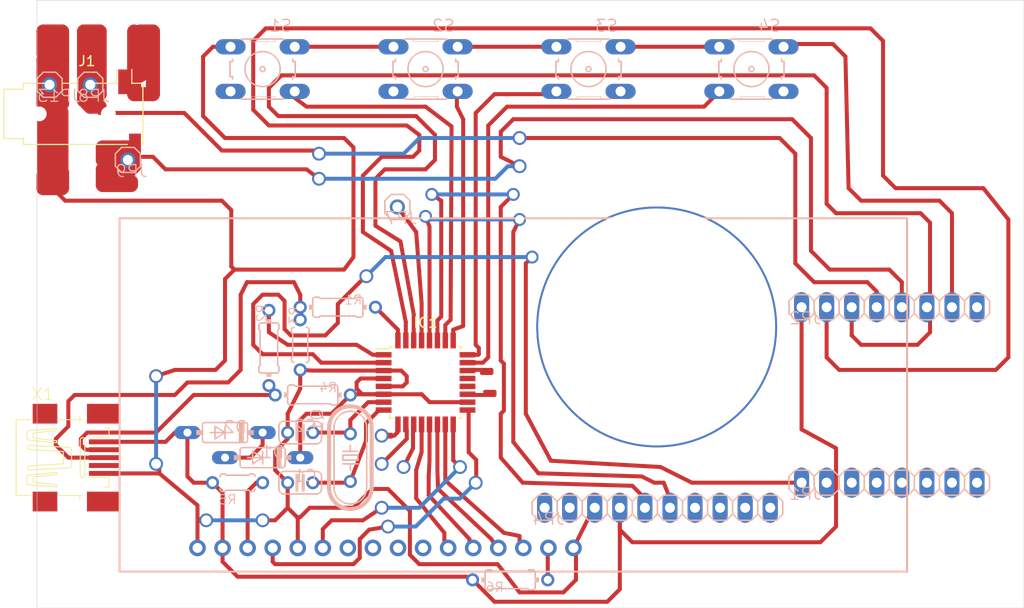
<source format=kicad_pcb>
(kicad_pcb (version 20171130) (host pcbnew "(5.1.10)-1")

  (general
    (thickness 1.6)
    (drawings 5)
    (tracks 475)
    (zones 0)
    (modules 26)
    (nets 59)
  )

  (page A4)
  (layers
    (0 Top signal)
    (31 Bottom signal)
    (32 B.Adhes user hide)
    (33 F.Adhes user hide)
    (34 B.Paste user)
    (35 F.Paste user)
    (36 B.SilkS user)
    (37 F.SilkS user)
    (38 B.Mask user)
    (39 F.Mask user)
    (40 Dwgs.User user hide)
    (41 Cmts.User user hide)
    (42 Eco1.User user hide)
    (43 Eco2.User user hide)
    (44 Edge.Cuts user)
    (45 Margin user hide)
    (46 B.CrtYd user hide)
    (47 F.CrtYd user hide)
    (48 B.Fab user hide)
    (49 F.Fab user hide)
  )

  (setup
    (last_trace_width 0.25)
    (user_trace_width 0.4)
    (user_trace_width 0.6)
    (trace_clearance 0.2)
    (zone_clearance 0.508)
    (zone_45_only no)
    (trace_min 0.2)
    (via_size 0.8)
    (via_drill 0.4)
    (via_min_size 0.4)
    (via_min_drill 0.3)
    (user_via 1.4 1)
    (uvia_size 0.3)
    (uvia_drill 0.1)
    (uvias_allowed no)
    (uvia_min_size 0.2)
    (uvia_min_drill 0.1)
    (edge_width 0.05)
    (segment_width 0.2)
    (pcb_text_width 0.3)
    (pcb_text_size 1.5 1.5)
    (mod_edge_width 0.12)
    (mod_text_size 1 1)
    (mod_text_width 0.15)
    (pad_size 1.4 1.4)
    (pad_drill 0.8128)
    (pad_to_mask_clearance 0)
    (aux_axis_origin 98.5011 135.7961)
    (visible_elements 7FFFFFFF)
    (pcbplotparams
      (layerselection 0x010fc_ffffffff)
      (usegerberextensions false)
      (usegerberattributes true)
      (usegerberadvancedattributes true)
      (creategerberjobfile true)
      (excludeedgelayer true)
      (linewidth 0.100000)
      (plotframeref true)
      (viasonmask false)
      (mode 1)
      (useauxorigin false)
      (hpglpennumber 1)
      (hpglpenspeed 20)
      (hpglpendiameter 15.000000)
      (psnegative false)
      (psa4output false)
      (plotreference true)
      (plotvalue true)
      (plotinvisibletext false)
      (padsonsilk false)
      (subtractmaskfromsilk false)
      (outputformat 1)
      (mirror false)
      (drillshape 0)
      (scaleselection 1)
      (outputdirectory "../Production/"))
  )

  (net 0 "")
  (net 1 N$56)
  (net 2 "Net-(IC1-Pad29)")
  (net 3 "Net-(IC1-Pad22)")
  (net 4 "Net-(IC1-Pad20)")
  (net 5 "Net-(IC1-Pad19)")
  (net 6 "Net-(IC1-Pad11)")
  (net 7 "Net-(IC1-Pad10)")
  (net 8 "Net-(IC1-Pad9)")
  (net 9 "Net-(C1-Pad1)")
  (net 10 "Net-(C2-Pad1)")
  (net 11 "Net-(R1-Pad2)")
  (net 12 "Net-(R2-Pad2)")
  (net 13 "Net-(D1-PadA)")
  (net 14 "Net-(DIS1-Pad15)")
  (net 15 "Net-(DIS1-Pad10)")
  (net 16 "Net-(DIS1-Pad9)")
  (net 17 "Net-(DIS1-Pad8)")
  (net 18 "Net-(DIS1-Pad7)")
  (net 19 "Net-(DIS1-Pad3)")
  (net 20 "Net-(X1-Pad4)")
  (net 21 "Net-(JP1-Pad8)")
  (net 22 "Net-(JP1-Pad7)")
  (net 23 "Net-(JP1-Pad6)")
  (net 24 "Net-(JP1-Pad5)")
  (net 25 "Net-(JP1-Pad4)")
  (net 26 "Net-(JP1-Pad3)")
  (net 27 "Net-(JP1-Pad2)")
  (net 28 "Net-(JP2-Pad8)")
  (net 29 "Net-(JP2-Pad6)")
  (net 30 "Net-(JP4-Pad10)")
  (net 31 "Net-(JP4-Pad9)")
  (net 32 "Net-(JP4-Pad8)")
  (net 33 "Net-(JP4-Pad7)")
  (net 34 "Net-(JP4-Pad2)")
  (net 35 "Net-(JP4-Pad1)")
  (net 36 /PD1)
  (net 37 /PD0)
  (net 38 /PC5)
  (net 39 /PC4)
  (net 40 /PC3)
  (net 41 /PC2)
  (net 42 /PC1)
  (net 43 /PC0)
  (net 44 /PD4)
  (net 45 /GND)
  (net 46 /VUSB)
  (net 47 /VCC)
  (net 48 /PB3)
  (net 49 /PB2)
  (net 50 /PB1)
  (net 51 /PB0)
  (net 52 /PB4)
  (net 53 /PB5)
  (net 54 /PD2)
  (net 55 /PD3)
  (net 56 "Net-(J1-PadT)")
  (net 57 /J_R1)
  (net 58 /J_S)

  (net_class Default "This is the default net class."
    (clearance 0.2)
    (trace_width 0.25)
    (via_dia 0.8)
    (via_drill 0.4)
    (uvia_dia 0.3)
    (uvia_drill 0.1)
    (add_net /GND)
    (add_net /J_R1)
    (add_net /J_S)
    (add_net /PB0)
    (add_net /PB1)
    (add_net /PB2)
    (add_net /PB3)
    (add_net /PB4)
    (add_net /PB5)
    (add_net /PC0)
    (add_net /PC1)
    (add_net /PC2)
    (add_net /PC3)
    (add_net /PC4)
    (add_net /PC5)
    (add_net /PD0)
    (add_net /PD1)
    (add_net /PD2)
    (add_net /PD3)
    (add_net /PD4)
    (add_net /VCC)
    (add_net /VUSB)
    (add_net N$56)
    (add_net "Net-(C1-Pad1)")
    (add_net "Net-(C2-Pad1)")
    (add_net "Net-(D1-PadA)")
    (add_net "Net-(DIS1-Pad10)")
    (add_net "Net-(DIS1-Pad15)")
    (add_net "Net-(DIS1-Pad3)")
    (add_net "Net-(DIS1-Pad7)")
    (add_net "Net-(DIS1-Pad8)")
    (add_net "Net-(DIS1-Pad9)")
    (add_net "Net-(IC1-Pad10)")
    (add_net "Net-(IC1-Pad11)")
    (add_net "Net-(IC1-Pad19)")
    (add_net "Net-(IC1-Pad20)")
    (add_net "Net-(IC1-Pad22)")
    (add_net "Net-(IC1-Pad29)")
    (add_net "Net-(IC1-Pad9)")
    (add_net "Net-(J1-PadT)")
    (add_net "Net-(JP1-Pad2)")
    (add_net "Net-(JP1-Pad3)")
    (add_net "Net-(JP1-Pad4)")
    (add_net "Net-(JP1-Pad5)")
    (add_net "Net-(JP1-Pad6)")
    (add_net "Net-(JP1-Pad7)")
    (add_net "Net-(JP1-Pad8)")
    (add_net "Net-(JP2-Pad6)")
    (add_net "Net-(JP2-Pad8)")
    (add_net "Net-(JP4-Pad1)")
    (add_net "Net-(JP4-Pad10)")
    (add_net "Net-(JP4-Pad2)")
    (add_net "Net-(JP4-Pad7)")
    (add_net "Net-(JP4-Pad8)")
    (add_net "Net-(JP4-Pad9)")
    (add_net "Net-(R1-Pad2)")
    (add_net "Net-(R2-Pad2)")
    (add_net "Net-(X1-Pad4)")
  )

  (module Alarm-Clock:1X10 (layer Bottom) (tedit 61AC1A5F) (tstamp 619E9F36)
    (at 161.3661 125.6361)
    (descr "<b>PIN HEADER</b>")
    (path /193933AB)
    (fp_text reference JP4 (at -12.7762 1.8288) (layer B.SilkS)
      (effects (font (size 1.2065 1.2065) (thickness 0.127)) (justify right bottom mirror))
    )
    (fp_text value RTC (at -12.7 -3.175) (layer B.Fab)
      (effects (font (size 1.2065 1.2065) (thickness 0.1016)) (justify right bottom mirror))
    )
    (fp_poly (pts (xy 11.176 -0.254) (xy 11.684 -0.254) (xy 11.684 0.254) (xy 11.176 0.254)) (layer B.Fab) (width 0))
    (fp_poly (pts (xy -11.684 -0.254) (xy -11.176 -0.254) (xy -11.176 0.254) (xy -11.684 0.254)) (layer B.Fab) (width 0))
    (fp_poly (pts (xy -9.144 -0.254) (xy -8.636 -0.254) (xy -8.636 0.254) (xy -9.144 0.254)) (layer B.Fab) (width 0))
    (fp_poly (pts (xy -6.604 -0.254) (xy -6.096 -0.254) (xy -6.096 0.254) (xy -6.604 0.254)) (layer B.Fab) (width 0))
    (fp_poly (pts (xy -4.064 -0.254) (xy -3.556 -0.254) (xy -3.556 0.254) (xy -4.064 0.254)) (layer B.Fab) (width 0))
    (fp_poly (pts (xy -1.524 -0.254) (xy -1.016 -0.254) (xy -1.016 0.254) (xy -1.524 0.254)) (layer B.Fab) (width 0))
    (fp_poly (pts (xy 1.016 -0.254) (xy 1.524 -0.254) (xy 1.524 0.254) (xy 1.016 0.254)) (layer B.Fab) (width 0))
    (fp_poly (pts (xy 3.556 -0.254) (xy 4.064 -0.254) (xy 4.064 0.254) (xy 3.556 0.254)) (layer B.Fab) (width 0))
    (fp_poly (pts (xy 6.096 -0.254) (xy 6.604 -0.254) (xy 6.604 0.254) (xy 6.096 0.254)) (layer B.Fab) (width 0))
    (fp_poly (pts (xy 8.636 -0.254) (xy 9.144 -0.254) (xy 9.144 0.254) (xy 8.636 0.254)) (layer B.Fab) (width 0))
    (fp_line (start 12.065 -1.27) (end 10.795 -1.27) (layer B.SilkS) (width 0.1524))
    (fp_line (start 10.16 -0.635) (end 10.795 -1.27) (layer B.SilkS) (width 0.1524))
    (fp_line (start 10.795 1.27) (end 10.16 0.635) (layer B.SilkS) (width 0.1524))
    (fp_line (start 12.7 -0.635) (end 12.065 -1.27) (layer B.SilkS) (width 0.1524))
    (fp_line (start 12.7 0.635) (end 12.7 -0.635) (layer B.SilkS) (width 0.1524))
    (fp_line (start 12.065 1.27) (end 12.7 0.635) (layer B.SilkS) (width 0.1524))
    (fp_line (start 10.795 1.27) (end 12.065 1.27) (layer B.SilkS) (width 0.1524))
    (fp_line (start -10.795 -1.27) (end -12.065 -1.27) (layer B.SilkS) (width 0.1524))
    (fp_line (start -12.7 -0.635) (end -12.065 -1.27) (layer B.SilkS) (width 0.1524))
    (fp_line (start -12.065 1.27) (end -12.7 0.635) (layer B.SilkS) (width 0.1524))
    (fp_line (start -12.7 0.635) (end -12.7 -0.635) (layer B.SilkS) (width 0.1524))
    (fp_line (start -9.525 -1.27) (end -10.16 -0.635) (layer B.SilkS) (width 0.1524))
    (fp_line (start -8.255 -1.27) (end -9.525 -1.27) (layer B.SilkS) (width 0.1524))
    (fp_line (start -7.62 -0.635) (end -8.255 -1.27) (layer B.SilkS) (width 0.1524))
    (fp_line (start -7.62 0.635) (end -7.62 -0.635) (layer B.SilkS) (width 0.1524))
    (fp_line (start -8.255 1.27) (end -7.62 0.635) (layer B.SilkS) (width 0.1524))
    (fp_line (start -9.525 1.27) (end -8.255 1.27) (layer B.SilkS) (width 0.1524))
    (fp_line (start -10.16 0.635) (end -9.525 1.27) (layer B.SilkS) (width 0.1524))
    (fp_line (start -10.16 -0.635) (end -10.795 -1.27) (layer B.SilkS) (width 0.1524))
    (fp_line (start -10.16 0.635) (end -10.16 -0.635) (layer B.SilkS) (width 0.1524))
    (fp_line (start -10.795 1.27) (end -10.16 0.635) (layer B.SilkS) (width 0.1524))
    (fp_line (start -12.065 1.27) (end -10.795 1.27) (layer B.SilkS) (width 0.1524))
    (fp_line (start -3.175 -1.27) (end -4.445 -1.27) (layer B.SilkS) (width 0.1524))
    (fp_line (start -5.08 -0.635) (end -4.445 -1.27) (layer B.SilkS) (width 0.1524))
    (fp_line (start -4.445 1.27) (end -5.08 0.635) (layer B.SilkS) (width 0.1524))
    (fp_line (start -6.985 -1.27) (end -7.62 -0.635) (layer B.SilkS) (width 0.1524))
    (fp_line (start -5.715 -1.27) (end -6.985 -1.27) (layer B.SilkS) (width 0.1524))
    (fp_line (start -5.08 -0.635) (end -5.715 -1.27) (layer B.SilkS) (width 0.1524))
    (fp_line (start -5.08 0.635) (end -5.08 -0.635) (layer B.SilkS) (width 0.1524))
    (fp_line (start -5.715 1.27) (end -5.08 0.635) (layer B.SilkS) (width 0.1524))
    (fp_line (start -6.985 1.27) (end -5.715 1.27) (layer B.SilkS) (width 0.1524))
    (fp_line (start -7.62 0.635) (end -6.985 1.27) (layer B.SilkS) (width 0.1524))
    (fp_line (start -1.905 -1.27) (end -2.54 -0.635) (layer B.SilkS) (width 0.1524))
    (fp_line (start -0.635 -1.27) (end -1.905 -1.27) (layer B.SilkS) (width 0.1524))
    (fp_line (start 0 -0.635) (end -0.635 -1.27) (layer B.SilkS) (width 0.1524))
    (fp_line (start 0 0.635) (end 0 -0.635) (layer B.SilkS) (width 0.1524))
    (fp_line (start -0.635 1.27) (end 0 0.635) (layer B.SilkS) (width 0.1524))
    (fp_line (start -1.905 1.27) (end -0.635 1.27) (layer B.SilkS) (width 0.1524))
    (fp_line (start -2.54 0.635) (end -1.905 1.27) (layer B.SilkS) (width 0.1524))
    (fp_line (start -2.54 -0.635) (end -3.175 -1.27) (layer B.SilkS) (width 0.1524))
    (fp_line (start -2.54 0.635) (end -2.54 -0.635) (layer B.SilkS) (width 0.1524))
    (fp_line (start -3.175 1.27) (end -2.54 0.635) (layer B.SilkS) (width 0.1524))
    (fp_line (start -4.445 1.27) (end -3.175 1.27) (layer B.SilkS) (width 0.1524))
    (fp_line (start 4.445 -1.27) (end 3.175 -1.27) (layer B.SilkS) (width 0.1524))
    (fp_line (start 2.54 -0.635) (end 3.175 -1.27) (layer B.SilkS) (width 0.1524))
    (fp_line (start 3.175 1.27) (end 2.54 0.635) (layer B.SilkS) (width 0.1524))
    (fp_line (start 0.635 -1.27) (end 0 -0.635) (layer B.SilkS) (width 0.1524))
    (fp_line (start 1.905 -1.27) (end 0.635 -1.27) (layer B.SilkS) (width 0.1524))
    (fp_line (start 2.54 -0.635) (end 1.905 -1.27) (layer B.SilkS) (width 0.1524))
    (fp_line (start 2.54 0.635) (end 2.54 -0.635) (layer B.SilkS) (width 0.1524))
    (fp_line (start 1.905 1.27) (end 2.54 0.635) (layer B.SilkS) (width 0.1524))
    (fp_line (start 0.635 1.27) (end 1.905 1.27) (layer B.SilkS) (width 0.1524))
    (fp_line (start 0 0.635) (end 0.635 1.27) (layer B.SilkS) (width 0.1524))
    (fp_line (start 5.715 -1.27) (end 5.08 -0.635) (layer B.SilkS) (width 0.1524))
    (fp_line (start 6.985 -1.27) (end 5.715 -1.27) (layer B.SilkS) (width 0.1524))
    (fp_line (start 7.62 -0.635) (end 6.985 -1.27) (layer B.SilkS) (width 0.1524))
    (fp_line (start 7.62 0.635) (end 7.62 -0.635) (layer B.SilkS) (width 0.1524))
    (fp_line (start 6.985 1.27) (end 7.62 0.635) (layer B.SilkS) (width 0.1524))
    (fp_line (start 5.715 1.27) (end 6.985 1.27) (layer B.SilkS) (width 0.1524))
    (fp_line (start 5.08 0.635) (end 5.715 1.27) (layer B.SilkS) (width 0.1524))
    (fp_line (start 5.08 -0.635) (end 4.445 -1.27) (layer B.SilkS) (width 0.1524))
    (fp_line (start 5.08 0.635) (end 5.08 -0.635) (layer B.SilkS) (width 0.1524))
    (fp_line (start 4.445 1.27) (end 5.08 0.635) (layer B.SilkS) (width 0.1524))
    (fp_line (start 3.175 1.27) (end 4.445 1.27) (layer B.SilkS) (width 0.1524))
    (fp_line (start 8.255 -1.27) (end 7.62 -0.635) (layer B.SilkS) (width 0.1524))
    (fp_line (start 9.525 -1.27) (end 8.255 -1.27) (layer B.SilkS) (width 0.1524))
    (fp_line (start 10.16 -0.635) (end 9.525 -1.27) (layer B.SilkS) (width 0.1524))
    (fp_line (start 10.16 0.635) (end 10.16 -0.635) (layer B.SilkS) (width 0.1524))
    (fp_line (start 9.525 1.27) (end 10.16 0.635) (layer B.SilkS) (width 0.1524))
    (fp_line (start 8.255 1.27) (end 9.525 1.27) (layer B.SilkS) (width 0.1524))
    (fp_line (start 7.62 0.635) (end 8.255 1.27) (layer B.SilkS) (width 0.1524))
    (pad 10 thru_hole oval (at 11.43 0 270) (size 3.048 1.524) (drill 1.016) (layers *.Cu *.Mask)
      (net 30 "Net-(JP4-Pad10)") (solder_mask_margin 0.1016))
    (pad 9 thru_hole oval (at 8.89 0 270) (size 3.048 1.524) (drill 1.016) (layers *.Cu *.Mask)
      (net 31 "Net-(JP4-Pad9)") (solder_mask_margin 0.1016))
    (pad 8 thru_hole oval (at 6.35 0 270) (size 3.048 1.524) (drill 1.016) (layers *.Cu *.Mask)
      (net 32 "Net-(JP4-Pad8)") (solder_mask_margin 0.1016))
    (pad 7 thru_hole oval (at 3.81 0 270) (size 3.048 1.524) (drill 1.016) (layers *.Cu *.Mask)
      (net 33 "Net-(JP4-Pad7)") (solder_mask_margin 0.1016))
    (pad 6 thru_hole oval (at 1.27 0 270) (size 3.048 1.524) (drill 1.016) (layers *.Cu *.Mask)
      (net 38 /PC5) (solder_mask_margin 0.1016))
    (pad 5 thru_hole oval (at -1.27 0 270) (size 3.048 1.524) (drill 1.016) (layers *.Cu *.Mask)
      (net 39 /PC4) (solder_mask_margin 0.1016))
    (pad 4 thru_hole oval (at -3.81 0 270) (size 3.048 1.524) (drill 1.016) (layers *.Cu *.Mask)
      (net 47 /VCC) (solder_mask_margin 0.1016))
    (pad 3 thru_hole oval (at -6.35 0 270) (size 3.048 1.524) (drill 1.016) (layers *.Cu *.Mask)
      (net 45 /GND) (solder_mask_margin 0.1016))
    (pad 2 thru_hole oval (at -8.89 0 270) (size 3.048 1.524) (drill 1.016) (layers *.Cu *.Mask)
      (net 34 "Net-(JP4-Pad2)") (solder_mask_margin 0.1016))
    (pad 1 thru_hole oval (at -11.43 0 270) (size 3.048 1.524) (drill 1.016) (layers *.Cu *.Mask)
      (net 35 "Net-(JP4-Pad1)") (solder_mask_margin 0.1016))
    (model ${KIPRJMOD}/Alarm-Clock.3D/RTC_DS3231.stp
      (offset (xyz -1.5 -41.75 0.5))
      (scale (xyz 1 1 1))
      (rotate (xyz 180 0 90))
    )
  )

  (module Alarm-Clock:1X08 (layer Bottom) (tedit 61AC1823) (tstamp 619E9D5E)
    (at 184.8611 123.0961)
    (descr "<b>PIN HEADER</b>")
    (path /9FA72D5F)
    (fp_text reference JP1 (at -10.2362 1.8288) (layer B.SilkS)
      (effects (font (size 1.2065 1.2065) (thickness 0.127)) (justify right bottom mirror))
    )
    (fp_text value MP3-R (at -10.16 -3.175) (layer B.Fab)
      (effects (font (size 1.2065 1.2065) (thickness 0.1016)) (justify right bottom mirror))
    )
    (fp_poly (pts (xy 8.636 -0.254) (xy 9.144 -0.254) (xy 9.144 0.254) (xy 8.636 0.254)) (layer B.Fab) (width 0))
    (fp_poly (pts (xy -9.144 -0.254) (xy -8.636 -0.254) (xy -8.636 0.254) (xy -9.144 0.254)) (layer B.Fab) (width 0))
    (fp_poly (pts (xy -6.604 -0.254) (xy -6.096 -0.254) (xy -6.096 0.254) (xy -6.604 0.254)) (layer B.Fab) (width 0))
    (fp_poly (pts (xy -4.064 -0.254) (xy -3.556 -0.254) (xy -3.556 0.254) (xy -4.064 0.254)) (layer B.Fab) (width 0))
    (fp_poly (pts (xy -1.524 -0.254) (xy -1.016 -0.254) (xy -1.016 0.254) (xy -1.524 0.254)) (layer B.Fab) (width 0))
    (fp_poly (pts (xy 1.016 -0.254) (xy 1.524 -0.254) (xy 1.524 0.254) (xy 1.016 0.254)) (layer B.Fab) (width 0))
    (fp_poly (pts (xy 3.556 -0.254) (xy 4.064 -0.254) (xy 4.064 0.254) (xy 3.556 0.254)) (layer B.Fab) (width 0))
    (fp_poly (pts (xy 6.096 -0.254) (xy 6.604 -0.254) (xy 6.604 0.254) (xy 6.096 0.254)) (layer B.Fab) (width 0))
    (fp_line (start 9.525 -1.27) (end 8.255 -1.27) (layer B.SilkS) (width 0.1524))
    (fp_line (start 7.62 -0.635) (end 8.255 -1.27) (layer B.SilkS) (width 0.1524))
    (fp_line (start 8.255 1.27) (end 7.62 0.635) (layer B.SilkS) (width 0.1524))
    (fp_line (start 10.16 -0.635) (end 9.525 -1.27) (layer B.SilkS) (width 0.1524))
    (fp_line (start 10.16 0.635) (end 10.16 -0.635) (layer B.SilkS) (width 0.1524))
    (fp_line (start 9.525 1.27) (end 10.16 0.635) (layer B.SilkS) (width 0.1524))
    (fp_line (start 8.255 1.27) (end 9.525 1.27) (layer B.SilkS) (width 0.1524))
    (fp_line (start -8.255 -1.27) (end -9.525 -1.27) (layer B.SilkS) (width 0.1524))
    (fp_line (start -10.16 -0.635) (end -9.525 -1.27) (layer B.SilkS) (width 0.1524))
    (fp_line (start -9.525 1.27) (end -10.16 0.635) (layer B.SilkS) (width 0.1524))
    (fp_line (start -10.16 0.635) (end -10.16 -0.635) (layer B.SilkS) (width 0.1524))
    (fp_line (start -6.985 -1.27) (end -7.62 -0.635) (layer B.SilkS) (width 0.1524))
    (fp_line (start -5.715 -1.27) (end -6.985 -1.27) (layer B.SilkS) (width 0.1524))
    (fp_line (start -5.08 -0.635) (end -5.715 -1.27) (layer B.SilkS) (width 0.1524))
    (fp_line (start -5.08 0.635) (end -5.08 -0.635) (layer B.SilkS) (width 0.1524))
    (fp_line (start -5.715 1.27) (end -5.08 0.635) (layer B.SilkS) (width 0.1524))
    (fp_line (start -6.985 1.27) (end -5.715 1.27) (layer B.SilkS) (width 0.1524))
    (fp_line (start -7.62 0.635) (end -6.985 1.27) (layer B.SilkS) (width 0.1524))
    (fp_line (start -7.62 -0.635) (end -8.255 -1.27) (layer B.SilkS) (width 0.1524))
    (fp_line (start -7.62 0.635) (end -7.62 -0.635) (layer B.SilkS) (width 0.1524))
    (fp_line (start -8.255 1.27) (end -7.62 0.635) (layer B.SilkS) (width 0.1524))
    (fp_line (start -9.525 1.27) (end -8.255 1.27) (layer B.SilkS) (width 0.1524))
    (fp_line (start -0.635 -1.27) (end -1.905 -1.27) (layer B.SilkS) (width 0.1524))
    (fp_line (start -2.54 -0.635) (end -1.905 -1.27) (layer B.SilkS) (width 0.1524))
    (fp_line (start -1.905 1.27) (end -2.54 0.635) (layer B.SilkS) (width 0.1524))
    (fp_line (start -4.445 -1.27) (end -5.08 -0.635) (layer B.SilkS) (width 0.1524))
    (fp_line (start -3.175 -1.27) (end -4.445 -1.27) (layer B.SilkS) (width 0.1524))
    (fp_line (start -2.54 -0.635) (end -3.175 -1.27) (layer B.SilkS) (width 0.1524))
    (fp_line (start -2.54 0.635) (end -2.54 -0.635) (layer B.SilkS) (width 0.1524))
    (fp_line (start -3.175 1.27) (end -2.54 0.635) (layer B.SilkS) (width 0.1524))
    (fp_line (start -4.445 1.27) (end -3.175 1.27) (layer B.SilkS) (width 0.1524))
    (fp_line (start -5.08 0.635) (end -4.445 1.27) (layer B.SilkS) (width 0.1524))
    (fp_line (start 0.635 -1.27) (end 0 -0.635) (layer B.SilkS) (width 0.1524))
    (fp_line (start 1.905 -1.27) (end 0.635 -1.27) (layer B.SilkS) (width 0.1524))
    (fp_line (start 2.54 -0.635) (end 1.905 -1.27) (layer B.SilkS) (width 0.1524))
    (fp_line (start 2.54 0.635) (end 2.54 -0.635) (layer B.SilkS) (width 0.1524))
    (fp_line (start 1.905 1.27) (end 2.54 0.635) (layer B.SilkS) (width 0.1524))
    (fp_line (start 0.635 1.27) (end 1.905 1.27) (layer B.SilkS) (width 0.1524))
    (fp_line (start 0 0.635) (end 0.635 1.27) (layer B.SilkS) (width 0.1524))
    (fp_line (start 0 -0.635) (end -0.635 -1.27) (layer B.SilkS) (width 0.1524))
    (fp_line (start 0 0.635) (end 0 -0.635) (layer B.SilkS) (width 0.1524))
    (fp_line (start -0.635 1.27) (end 0 0.635) (layer B.SilkS) (width 0.1524))
    (fp_line (start -1.905 1.27) (end -0.635 1.27) (layer B.SilkS) (width 0.1524))
    (fp_line (start 6.985 -1.27) (end 5.715 -1.27) (layer B.SilkS) (width 0.1524))
    (fp_line (start 5.08 -0.635) (end 5.715 -1.27) (layer B.SilkS) (width 0.1524))
    (fp_line (start 5.715 1.27) (end 5.08 0.635) (layer B.SilkS) (width 0.1524))
    (fp_line (start 3.175 -1.27) (end 2.54 -0.635) (layer B.SilkS) (width 0.1524))
    (fp_line (start 4.445 -1.27) (end 3.175 -1.27) (layer B.SilkS) (width 0.1524))
    (fp_line (start 5.08 -0.635) (end 4.445 -1.27) (layer B.SilkS) (width 0.1524))
    (fp_line (start 5.08 0.635) (end 5.08 -0.635) (layer B.SilkS) (width 0.1524))
    (fp_line (start 4.445 1.27) (end 5.08 0.635) (layer B.SilkS) (width 0.1524))
    (fp_line (start 3.175 1.27) (end 4.445 1.27) (layer B.SilkS) (width 0.1524))
    (fp_line (start 2.54 0.635) (end 3.175 1.27) (layer B.SilkS) (width 0.1524))
    (fp_line (start 7.62 -0.635) (end 6.985 -1.27) (layer B.SilkS) (width 0.1524))
    (fp_line (start 7.62 0.635) (end 7.62 -0.635) (layer B.SilkS) (width 0.1524))
    (fp_line (start 6.985 1.27) (end 7.62 0.635) (layer B.SilkS) (width 0.1524))
    (fp_line (start 5.715 1.27) (end 6.985 1.27) (layer B.SilkS) (width 0.1524))
    (pad 8 thru_hole oval (at 8.89 0 270) (size 3.048 1.524) (drill 1.016) (layers *.Cu *.Mask)
      (net 21 "Net-(JP1-Pad8)") (solder_mask_margin 0.1016))
    (pad 7 thru_hole oval (at 6.35 0 270) (size 3.048 1.524) (drill 1.016) (layers *.Cu *.Mask)
      (net 22 "Net-(JP1-Pad7)") (solder_mask_margin 0.1016))
    (pad 6 thru_hole oval (at 3.81 0 270) (size 3.048 1.524) (drill 1.016) (layers *.Cu *.Mask)
      (net 23 "Net-(JP1-Pad6)") (solder_mask_margin 0.1016))
    (pad 5 thru_hole oval (at 1.27 0 270) (size 3.048 1.524) (drill 1.016) (layers *.Cu *.Mask)
      (net 24 "Net-(JP1-Pad5)") (solder_mask_margin 0.1016))
    (pad 4 thru_hole oval (at -1.27 0 270) (size 3.048 1.524) (drill 1.016) (layers *.Cu *.Mask)
      (net 25 "Net-(JP1-Pad4)") (solder_mask_margin 0.1016))
    (pad 3 thru_hole oval (at -3.81 0 270) (size 3.048 1.524) (drill 1.016) (layers *.Cu *.Mask)
      (net 26 "Net-(JP1-Pad3)") (solder_mask_margin 0.1016))
    (pad 2 thru_hole oval (at -6.35 0 270) (size 3.048 1.524) (drill 1.016) (layers *.Cu *.Mask)
      (net 27 "Net-(JP1-Pad2)") (solder_mask_margin 0.1016))
    (pad 1 thru_hole oval (at -8.89 0 270) (size 3.048 1.524) (drill 1.016) (layers *.Cu *.Mask)
      (net 44 /PD4) (solder_mask_margin 0.1016))
    (model ${KIPRJMOD}/Alarm-Clock.3D/DFPlayer_Mini.stp
      (offset (xyz 0 -9 3))
      (scale (xyz 1 1 1))
      (rotate (xyz -90 0 -90))
    )
  )

  (module Alarm-Clock:TUXGR_16X2_R2 (layer Bottom) (tedit 61AC16B7) (tstamp 619E9C90)
    (at 146.7611 114.2061)
    (descr "<b>Tuxgraphics LCD display 16x2 characters</b> reflective, without background light<p>\nSource: tuxgr_12x2_r2.pdf")
    (path /E925ABD7)
    (fp_text reference DIS1 (at -38.1 18.415) (layer Dwgs.User)
      (effects (font (size 1.2065 1.2065) (thickness 0.1016)) (justify right bottom))
    )
    (fp_text value TUXGR_16X2_R2 (at 0.635 18.415) (layer B.Fab)
      (effects (font (size 1.2065 1.2065) (thickness 0.1016)) (justify right bottom mirror))
    )
    (fp_poly (pts (xy 25.9 -5.05) (xy 28.85 -5.05) (xy 28.85 -0.7) (xy 25.9 -0.7)) (layer Dwgs.User) (width 0))
    (fp_poly (pts (xy 25.9 0.1) (xy 28.85 0.1) (xy 28.85 4.45) (xy 25.9 4.45)) (layer Dwgs.User) (width 0))
    (fp_poly (pts (xy 22.25 -5.05) (xy 25.2 -5.05) (xy 25.2 -0.7) (xy 22.25 -0.7)) (layer Dwgs.User) (width 0))
    (fp_poly (pts (xy 22.25 0.1) (xy 25.2 0.1) (xy 25.2 4.45) (xy 22.25 4.45)) (layer Dwgs.User) (width 0))
    (fp_poly (pts (xy 18.6 -5.05) (xy 21.55 -5.05) (xy 21.55 -0.7) (xy 18.6 -0.7)) (layer Dwgs.User) (width 0))
    (fp_poly (pts (xy 18.6 0.1) (xy 21.55 0.1) (xy 21.55 4.45) (xy 18.6 4.45)) (layer Dwgs.User) (width 0))
    (fp_poly (pts (xy 14.95 -5.05) (xy 17.9 -5.05) (xy 17.9 -0.7) (xy 14.95 -0.7)) (layer Dwgs.User) (width 0))
    (fp_poly (pts (xy 14.95 0.1) (xy 17.9 0.1) (xy 17.9 4.45) (xy 14.95 4.45)) (layer Dwgs.User) (width 0))
    (fp_poly (pts (xy 11.3 -5.05) (xy 14.25 -5.05) (xy 14.25 -0.7) (xy 11.3 -0.7)) (layer Dwgs.User) (width 0))
    (fp_poly (pts (xy 11.3 0.1) (xy 14.25 0.1) (xy 14.25 4.45) (xy 11.3 4.45)) (layer Dwgs.User) (width 0))
    (fp_poly (pts (xy 7.65 -5.05) (xy 10.6 -5.05) (xy 10.6 -0.7) (xy 7.65 -0.7)) (layer Dwgs.User) (width 0))
    (fp_poly (pts (xy 7.65 0.1) (xy 10.6 0.1) (xy 10.6 4.45) (xy 7.65 4.45)) (layer Dwgs.User) (width 0))
    (fp_poly (pts (xy 4 -5.05) (xy 6.95 -5.05) (xy 6.95 -0.7) (xy 4 -0.7)) (layer Dwgs.User) (width 0))
    (fp_poly (pts (xy 4 0.1) (xy 6.95 0.1) (xy 6.95 4.45) (xy 4 4.45)) (layer Dwgs.User) (width 0))
    (fp_poly (pts (xy 0.35 -5.05) (xy 3.3 -5.05) (xy 3.3 -0.7) (xy 0.35 -0.7)) (layer Dwgs.User) (width 0))
    (fp_poly (pts (xy 0.35 0.1) (xy 3.3 0.1) (xy 3.3 4.45) (xy 0.35 4.45)) (layer Dwgs.User) (width 0))
    (fp_poly (pts (xy -3.3 -5.05) (xy -0.35 -5.05) (xy -0.35 -0.7) (xy -3.3 -0.7)) (layer Dwgs.User) (width 0))
    (fp_poly (pts (xy -3.3 0.1) (xy -0.35 0.1) (xy -0.35 4.45) (xy -3.3 4.45)) (layer Dwgs.User) (width 0))
    (fp_poly (pts (xy -6.95 -5.05) (xy -4 -5.05) (xy -4 -0.7) (xy -6.95 -0.7)) (layer Dwgs.User) (width 0))
    (fp_poly (pts (xy -6.95 0.1) (xy -4 0.1) (xy -4 4.45) (xy -6.95 4.45)) (layer Dwgs.User) (width 0))
    (fp_poly (pts (xy -10.6 -5.05) (xy -7.65 -5.05) (xy -7.65 -0.7) (xy -10.6 -0.7)) (layer Dwgs.User) (width 0))
    (fp_poly (pts (xy -10.6 0.1) (xy -7.65 0.1) (xy -7.65 4.45) (xy -10.6 4.45)) (layer Dwgs.User) (width 0))
    (fp_poly (pts (xy -14.25 -5.05) (xy -11.3 -5.05) (xy -11.3 -0.7) (xy -14.25 -0.7)) (layer Dwgs.User) (width 0))
    (fp_poly (pts (xy -14.25 0.1) (xy -11.3 0.1) (xy -11.3 4.45) (xy -14.25 4.45)) (layer Dwgs.User) (width 0))
    (fp_poly (pts (xy -17.9 -5.05) (xy -14.95 -5.05) (xy -14.95 -0.7) (xy -17.9 -0.7)) (layer Dwgs.User) (width 0))
    (fp_poly (pts (xy -17.9 0.1) (xy -14.95 0.1) (xy -14.95 4.45) (xy -17.9 4.45)) (layer Dwgs.User) (width 0))
    (fp_poly (pts (xy -21.55 -5.05) (xy -18.6 -5.05) (xy -18.6 -0.7) (xy -21.55 -0.7)) (layer Dwgs.User) (width 0))
    (fp_poly (pts (xy -21.55 0.1) (xy -18.6 0.1) (xy -18.6 4.45) (xy -21.55 4.45)) (layer Dwgs.User) (width 0))
    (fp_poly (pts (xy -25.2 -5.05) (xy -22.25 -5.05) (xy -22.25 -0.7) (xy -25.2 -0.7)) (layer Dwgs.User) (width 0))
    (fp_poly (pts (xy -25.2 0.1) (xy -22.25 0.1) (xy -22.25 4.45) (xy -25.2 4.45)) (layer Dwgs.User) (width 0))
    (fp_poly (pts (xy -28.85 -5.05) (xy -25.9 -5.05) (xy -25.9 -0.7) (xy -28.85 -0.7)) (layer Dwgs.User) (width 0))
    (fp_poly (pts (xy -28.85 0.1) (xy -25.9 0.1) (xy -25.9 4.45) (xy -28.85 4.45)) (layer Dwgs.User) (width 0))
    (fp_line (start -32.15 -7.1) (end -32.15 6.5) (layer Dwgs.User) (width 0.2032))
    (fp_line (start 32.15 -7.1) (end -32.15 -7.1) (layer Dwgs.User) (width 0.2032))
    (fp_line (start 32.15 6.5) (end 32.15 -7.1) (layer Dwgs.User) (width 0.2032))
    (fp_line (start -32.15 6.5) (end 32.15 6.5) (layer Dwgs.User) (width 0.2032))
    (fp_line (start -36.75 -12.6) (end -36.75 12) (layer Dwgs.User) (width 0.2032))
    (fp_line (start 36.75 -12.6) (end -36.75 -12.6) (layer Dwgs.User) (width 0.2032))
    (fp_line (start 36.75 12) (end 36.75 -12.6) (layer Dwgs.User) (width 0.2032))
    (fp_line (start -36.75 12) (end 36.75 12) (layer Dwgs.User) (width 0.2032))
    (fp_line (start -39.9 -17.9) (end -39.9 17.9) (layer B.SilkS) (width 0.2032))
    (fp_line (start 39.9 -17.9) (end -39.9 -17.9) (layer B.SilkS) (width 0.2032))
    (fp_line (start 39.9 17.9) (end 39.9 -17.9) (layer B.SilkS) (width 0.2032))
    (fp_line (start -39.9 17.9) (end 39.9 17.9) (layer B.SilkS) (width 0.2032))
    (pad "" np_thru_hole circle (at 37.5 15.5) (size 2.5 2.5) (drill 2.5) (layers *.Cu Dwgs.User))
    (pad "" np_thru_hole circle (at -37.5 15.5) (size 2.5 2.5) (drill 2.5) (layers *.Cu *.Mask))
    (pad "" np_thru_hole circle (at 37.5 -15.5) (size 2.5 2.5) (drill 2.5) (layers *.Cu *.Mask))
    (pad "" np_thru_hole circle (at -37.5 -15.5) (size 2.5 2.5) (drill 2.5) (layers *.Cu *.Mask))
    (pad 16 thru_hole circle (at 6.1 15.5) (size 1.6764 1.6764) (drill 1) (layers *.Cu *.Mask)
      (net 45 /GND) (solder_mask_margin 0.1016))
    (pad 15 thru_hole circle (at 3.56 15.5) (size 1.6764 1.6764) (drill 1) (layers *.Cu *.Mask)
      (net 14 "Net-(DIS1-Pad15)") (solder_mask_margin 0.1016))
    (pad 14 thru_hole circle (at 1.02 15.5) (size 1.6764 1.6764) (drill 1) (layers *.Cu *.Mask)
      (net 48 /PB3) (solder_mask_margin 0.1016))
    (pad 13 thru_hole circle (at -1.52 15.5) (size 1.6764 1.6764) (drill 1) (layers *.Cu *.Mask)
      (net 49 /PB2) (solder_mask_margin 0.1016))
    (pad 12 thru_hole circle (at -4.06 15.5) (size 1.6764 1.6764) (drill 1) (layers *.Cu *.Mask)
      (net 50 /PB1) (solder_mask_margin 0.1016))
    (pad 11 thru_hole circle (at -6.6 15.5) (size 1.6764 1.6764) (drill 1) (layers *.Cu *.Mask)
      (net 51 /PB0) (solder_mask_margin 0.1016))
    (pad 10 thru_hole circle (at -9.14 15.5) (size 1.6764 1.6764) (drill 1) (layers *.Cu *.Mask)
      (net 15 "Net-(DIS1-Pad10)") (solder_mask_margin 0.1016))
    (pad 9 thru_hole circle (at -11.68 15.5) (size 1.6764 1.6764) (drill 1) (layers *.Cu *.Mask)
      (net 16 "Net-(DIS1-Pad9)") (solder_mask_margin 0.1016))
    (pad 8 thru_hole circle (at -14.22 15.5) (size 1.6764 1.6764) (drill 1) (layers *.Cu *.Mask)
      (net 17 "Net-(DIS1-Pad8)") (solder_mask_margin 0.1016))
    (pad 7 thru_hole circle (at -16.76 15.5) (size 1.6764 1.6764) (drill 1) (layers *.Cu *.Mask)
      (net 18 "Net-(DIS1-Pad7)") (solder_mask_margin 0.1016))
    (pad 6 thru_hole circle (at -19.3 15.5) (size 1.6764 1.6764) (drill 1) (layers *.Cu *.Mask)
      (net 52 /PB4) (solder_mask_margin 0.1016))
    (pad 5 thru_hole circle (at -21.84 15.5) (size 1.6764 1.6764) (drill 1) (layers *.Cu *.Mask)
      (net 45 /GND) (solder_mask_margin 0.1016))
    (pad 4 thru_hole circle (at -24.38 15.5) (size 1.6764 1.6764) (drill 1) (layers *.Cu *.Mask)
      (net 53 /PB5) (solder_mask_margin 0.1016))
    (pad 3 thru_hole circle (at -26.92 15.5) (size 1.6764 1.6764) (drill 1) (layers *.Cu *.Mask)
      (net 19 "Net-(DIS1-Pad3)") (solder_mask_margin 0.1016))
    (pad 2 thru_hole circle (at -29.46 15.5) (size 1.6764 1.6764) (drill 1) (layers *.Cu *.Mask)
      (net 47 /VCC) (solder_mask_margin 0.1016))
    (pad 1 thru_hole circle (at -32 15.5) (size 1.6764 1.6764) (drill 1) (layers *.Cu *.Mask)
      (net 45 /GND) (solder_mask_margin 0.1016))
    (model ${KIPRJMOD}/Alarm-Clock.3D/LCD.stp
      (offset (xyz 0 0 10))
      (scale (xyz 1 1 1))
      (rotate (xyz 0 0 0))
    )
  )

  (module Alarm-Clock:Jack_3.5mm_PJ320D_Horizontal (layer Top) (tedit 61ABF3BE) (tstamp 61ACF505)
    (at 103.505 85.725)
    (descr "Headphones with microphone connector, 3.5mm, 4 pins (http://www.qingpu-electronics.com/en/products/WQP-PJ320D-72.html)")
    (tags "3.5mm jack mic microphone phones headphones 4pins audio plug")
    (path /61AD099A)
    (attr smd)
    (fp_text reference J1 (at 0.05 -5.35) (layer F.SilkS)
      (effects (font (size 1 1) (thickness 0.15)))
    )
    (fp_text value AudioJack3 (at -0.025 6.35) (layer F.Fab)
      (effects (font (size 1 1) (thickness 0.15)))
    )
    (fp_text user %R (at -1.195 0) (layer F.Fab)
      (effects (font (size 1 1) (thickness 0.15)))
    )
    (fp_circle (center 3.9 -2.35) (end 3.95 -2.1) (layer F.Fab) (width 0.12))
    (fp_line (start -6.375 2.5) (end -8.375 2.5) (layer F.SilkS) (width 0.12))
    (fp_line (start -6.375 -2.5) (end -8.375 -2.5) (layer F.SilkS) (width 0.12))
    (fp_line (start -8.375 -2.5) (end -8.375 2.5) (layer F.SilkS) (width 0.12))
    (fp_line (start -6.375 2.5) (end -6.375 3.1) (layer F.SilkS) (width 0.12))
    (fp_line (start -6.375 -3.1) (end -6.375 -2.5) (layer F.SilkS) (width 0.12))
    (fp_line (start -8.73 -5) (end 6.07 -5) (layer F.CrtYd) (width 0.05))
    (fp_line (start -8.73 5) (end 6.07 5) (layer F.CrtYd) (width 0.05))
    (fp_line (start 5.725 3.1) (end 5.725 -3.1) (layer F.SilkS) (width 0.12))
    (fp_line (start -8.73 5) (end -8.73 -5) (layer F.CrtYd) (width 0.05))
    (fp_line (start 6.07 5) (end 6.07 -5) (layer F.CrtYd) (width 0.05))
    (fp_line (start -6.375 -3.1) (end -4 -3.1) (layer F.SilkS) (width 0.12))
    (fp_line (start -2.35 -3.1) (end -1 -3.1) (layer F.SilkS) (width 0.12))
    (fp_line (start 0.65 -3.1) (end 3.05 -3.1) (layer F.SilkS) (width 0.12))
    (fp_line (start 4.6 -3.1) (end 5.725 -3.1) (layer F.SilkS) (width 0.12))
    (fp_line (start 4.15 3.1) (end -6.375 3.1) (layer F.SilkS) (width 0.12))
    (fp_line (start 5.575 -2.9) (end 5.575 2.9) (layer F.Fab) (width 0.1))
    (fp_line (start -6.225 -2.9) (end 5.575 -2.9) (layer F.Fab) (width 0.1))
    (fp_line (start -6.225 -2.3) (end -6.225 -2.9) (layer F.Fab) (width 0.1))
    (fp_line (start -8.225 -2.3) (end -6.225 -2.3) (layer F.Fab) (width 0.1))
    (fp_line (start -8.225 2.3) (end -8.225 -2.3) (layer F.Fab) (width 0.1))
    (fp_line (start -6.225 2.3) (end -8.225 2.3) (layer F.Fab) (width 0.1))
    (fp_line (start -6.225 2.9) (end -6.225 2.3) (layer F.Fab) (width 0.1))
    (fp_line (start 5.575 2.9) (end -6.225 2.9) (layer F.Fab) (width 0.1))
    (fp_line (start 4.6 -3.1) (end 4.6 -4.5) (layer F.SilkS) (width 0.12))
    (fp_line (start 3.05 -3.1) (end 3.05 -4.5) (layer F.SilkS) (width 0.12))
    (pad "" np_thru_hole circle (at 2.225 0) (size 1.5 1.5) (drill 1.5) (layers *.Cu *.Mask))
    (pad "" np_thru_hole circle (at -4.775 0) (size 1.5 1.5) (drill 1.5) (layers *.Cu *.Mask))
    (pad R2 smd rect (at -3.175 -3.25) (size 1.2 2.5) (layers Top F.Paste F.Mask)
      (net 45 /GND))
    (pad R1 smd rect (at -0.175 -3.25) (size 1.2 2.5) (layers Top F.Paste F.Mask)
      (net 57 /J_R1))
    (pad T smd rect (at 3.825 -3.25) (size 1.2 2.5) (layers Top F.Paste F.Mask)
      (net 56 "Net-(J1-PadT)"))
    (pad S smd rect (at 4.925 3.25) (size 1.2 2.5) (layers Top F.Paste F.Mask)
      (net 58 /J_S))
    (model ${KIPRJMOD}/Alarm-Clock.3D/PJ-320D.stp
      (offset (xyz -0.75 0 2.5))
      (scale (xyz 1 1 1))
      (rotate (xyz -90 0 0))
    )
  )

  (module Package_QFP:TQFP-32_7x7mm_P0.8mm (layer Top) (tedit 5A02F146) (tstamp 619E9B73)
    (at 137.8711 112.9361)
    (descr "32-Lead Plastic Thin Quad Flatpack (PT) - 7x7x1.0 mm Body, 2.00 mm [TQFP] (see Microchip Packaging Specification 00000049BS.pdf)")
    (tags "QFP 0.8")
    (path /22F7723E)
    (attr smd)
    (fp_text reference IC1 (at 0 -6.05) (layer F.SilkS)
      (effects (font (size 1 1) (thickness 0.15)))
    )
    (fp_text value MEGA8-AI (at 0 6.05) (layer F.Fab)
      (effects (font (size 1 1) (thickness 0.15)))
    )
    (fp_text user %R (at 0 0) (layer F.Fab)
      (effects (font (size 1 1) (thickness 0.15)))
    )
    (fp_line (start -2.5 -3.5) (end 3.5 -3.5) (layer F.Fab) (width 0.15))
    (fp_line (start 3.5 -3.5) (end 3.5 3.5) (layer F.Fab) (width 0.15))
    (fp_line (start 3.5 3.5) (end -3.5 3.5) (layer F.Fab) (width 0.15))
    (fp_line (start -3.5 3.5) (end -3.5 -2.5) (layer F.Fab) (width 0.15))
    (fp_line (start -3.5 -2.5) (end -2.5 -3.5) (layer F.Fab) (width 0.15))
    (fp_line (start -5.3 -5.3) (end -5.3 5.3) (layer F.CrtYd) (width 0.05))
    (fp_line (start 5.3 -5.3) (end 5.3 5.3) (layer F.CrtYd) (width 0.05))
    (fp_line (start -5.3 -5.3) (end 5.3 -5.3) (layer F.CrtYd) (width 0.05))
    (fp_line (start -5.3 5.3) (end 5.3 5.3) (layer F.CrtYd) (width 0.05))
    (fp_line (start -3.625 -3.625) (end -3.625 -3.4) (layer F.SilkS) (width 0.15))
    (fp_line (start 3.625 -3.625) (end 3.625 -3.3) (layer F.SilkS) (width 0.15))
    (fp_line (start 3.625 3.625) (end 3.625 3.3) (layer F.SilkS) (width 0.15))
    (fp_line (start -3.625 3.625) (end -3.625 3.3) (layer F.SilkS) (width 0.15))
    (fp_line (start -3.625 -3.625) (end -3.3 -3.625) (layer F.SilkS) (width 0.15))
    (fp_line (start -3.625 3.625) (end -3.3 3.625) (layer F.SilkS) (width 0.15))
    (fp_line (start 3.625 3.625) (end 3.3 3.625) (layer F.SilkS) (width 0.15))
    (fp_line (start 3.625 -3.625) (end 3.3 -3.625) (layer F.SilkS) (width 0.15))
    (fp_line (start -3.625 -3.4) (end -5.05 -3.4) (layer F.SilkS) (width 0.15))
    (pad 32 smd rect (at -2.8 -4.25 90) (size 1.6 0.55) (layers Top F.Paste F.Mask)
      (net 54 /PD2))
    (pad 31 smd rect (at -2 -4.25 90) (size 1.6 0.55) (layers Top F.Paste F.Mask)
      (net 36 /PD1))
    (pad 30 smd rect (at -1.2 -4.25 90) (size 1.6 0.55) (layers Top F.Paste F.Mask)
      (net 37 /PD0))
    (pad 29 smd rect (at -0.4 -4.25 90) (size 1.6 0.55) (layers Top F.Paste F.Mask)
      (net 2 "Net-(IC1-Pad29)"))
    (pad 28 smd rect (at 0.4 -4.25 90) (size 1.6 0.55) (layers Top F.Paste F.Mask)
      (net 38 /PC5))
    (pad 27 smd rect (at 1.2 -4.25 90) (size 1.6 0.55) (layers Top F.Paste F.Mask)
      (net 39 /PC4))
    (pad 26 smd rect (at 2 -4.25 90) (size 1.6 0.55) (layers Top F.Paste F.Mask)
      (net 40 /PC3))
    (pad 25 smd rect (at 2.8 -4.25 90) (size 1.6 0.55) (layers Top F.Paste F.Mask)
      (net 41 /PC2))
    (pad 24 smd rect (at 4.25 -2.8) (size 1.6 0.55) (layers Top F.Paste F.Mask)
      (net 42 /PC1))
    (pad 23 smd rect (at 4.25 -2) (size 1.6 0.55) (layers Top F.Paste F.Mask)
      (net 43 /PC0))
    (pad 22 smd rect (at 4.25 -1.2) (size 1.6 0.55) (layers Top F.Paste F.Mask)
      (net 3 "Net-(IC1-Pad22)"))
    (pad 21 smd rect (at 4.25 -0.4) (size 1.6 0.55) (layers Top F.Paste F.Mask)
      (net 45 /GND))
    (pad 20 smd rect (at 4.25 0.4) (size 1.6 0.55) (layers Top F.Paste F.Mask)
      (net 4 "Net-(IC1-Pad20)"))
    (pad 19 smd rect (at 4.25 1.2) (size 1.6 0.55) (layers Top F.Paste F.Mask)
      (net 5 "Net-(IC1-Pad19)"))
    (pad 18 smd rect (at 4.25 2) (size 1.6 0.55) (layers Top F.Paste F.Mask)
      (net 46 /VUSB))
    (pad 17 smd rect (at 4.25 2.8) (size 1.6 0.55) (layers Top F.Paste F.Mask)
      (net 53 /PB5))
    (pad 16 smd rect (at 2.8 4.25 90) (size 1.6 0.55) (layers Top F.Paste F.Mask)
      (net 52 /PB4))
    (pad 15 smd rect (at 2 4.25 90) (size 1.6 0.55) (layers Top F.Paste F.Mask)
      (net 48 /PB3))
    (pad 14 smd rect (at 1.2 4.25 90) (size 1.6 0.55) (layers Top F.Paste F.Mask)
      (net 49 /PB2))
    (pad 13 smd rect (at 0.4 4.25 90) (size 1.6 0.55) (layers Top F.Paste F.Mask)
      (net 50 /PB1))
    (pad 12 smd rect (at -0.4 4.25 90) (size 1.6 0.55) (layers Top F.Paste F.Mask)
      (net 51 /PB0))
    (pad 11 smd rect (at -1.2 4.25 90) (size 1.6 0.55) (layers Top F.Paste F.Mask)
      (net 6 "Net-(IC1-Pad11)"))
    (pad 10 smd rect (at -2 4.25 90) (size 1.6 0.55) (layers Top F.Paste F.Mask)
      (net 7 "Net-(IC1-Pad10)"))
    (pad 9 smd rect (at -2.8 4.25 90) (size 1.6 0.55) (layers Top F.Paste F.Mask)
      (net 8 "Net-(IC1-Pad9)"))
    (pad 8 smd rect (at -4.25 2.8) (size 1.6 0.55) (layers Top F.Paste F.Mask)
      (net 9 "Net-(C1-Pad1)"))
    (pad 7 smd rect (at -4.25 2) (size 1.6 0.55) (layers Top F.Paste F.Mask)
      (net 10 "Net-(C2-Pad1)"))
    (pad 6 smd rect (at -4.25 1.2) (size 1.6 0.55) (layers Top F.Paste F.Mask)
      (net 46 /VUSB))
    (pad 5 smd rect (at -4.25 0.4) (size 1.6 0.55) (layers Top F.Paste F.Mask)
      (net 45 /GND))
    (pad 4 smd rect (at -4.25 -0.4) (size 1.6 0.55) (layers Top F.Paste F.Mask)
      (net 46 /VUSB))
    (pad 3 smd rect (at -4.25 -1.2) (size 1.6 0.55) (layers Top F.Paste F.Mask)
      (net 45 /GND))
    (pad 2 smd rect (at -4.25 -2) (size 1.6 0.55) (layers Top F.Paste F.Mask)
      (net 44 /PD4))
    (pad 1 smd rect (at -4.25 -2.8) (size 1.6 0.55) (layers Top F.Paste F.Mask)
      (net 55 /PD3))
    (model ${KISYS3DMOD}/Package_QFP.3dshapes/TQFP-32_7x7mm_P0.8mm.wrl
      (at (xyz 0 0 0))
      (scale (xyz 1 1 1))
      (rotate (xyz 0 0 0))
    )
  )

  (module Alarm-Clock:32005-201 (layer Top) (tedit 61ABD667) (tstamp 619E9CEC)
    (at 102.3111 120.5561)
    (descr "<b>MINI USB-B R/A SMT W/ REAR</b><p>\nSource: http://www.cypressindustries.com/pdf/32005-201.pdf")
    (path /8679BB61)
    (fp_text reference X1 (at -4.445 -5.715) (layer F.SilkS)
      (effects (font (size 1.2065 1.2065) (thickness 0.1016)) (justify left bottom))
    )
    (fp_text value MINI-USB-32005-201 (at -4.445 6.985) (layer F.Fab)
      (effects (font (size 1.2065 1.2065) (thickness 0.1016)) (justify left bottom))
    )
    (fp_arc (start -4.5685 1.038) (end -4.7761 1.038) (angle 90) (layer F.SilkS) (width 0.1016))
    (fp_arc (start -4.5685 1.0381) (end -4.5685 1.2457) (angle 90) (layer F.SilkS) (width 0.1016))
    (fp_arc (start -0.5313 0.818405) (end -0.5192 1.0381) (angle -83.722654) (layer F.SilkS) (width 0.1016))
    (fp_arc (start 0.8307 1.764599) (end 0.8304 2.0244) (angle 89.867677) (layer F.SilkS) (width 0.1016))
    (fp_arc (start 0.8306 1.8169) (end 1.0381 1.8168) (angle 90.055225) (layer F.SilkS) (width 0.1016))
    (fp_arc (start 2.8033 3.582) (end 2.8032 3.8414) (angle -90.044176) (layer F.Fab) (width 0.1016))
    (fp_arc (start -4.54617 2.058799) (end -4.828 1.9725) (angle 68.629849) (layer F.SilkS) (width 0.1016))
    (fp_arc (start -3.8969 2.25805) (end -4.828 2.5436) (angle 34.099487) (layer F.SilkS) (width 0.1016))
    (fp_arc (start -4.54617 2.4573) (end -4.5685 2.7512) (angle 68.629849) (layer F.SilkS) (width 0.1016))
    (fp_arc (start 2.9071 3.6338) (end 2.907 4.2048) (angle -90.020069) (layer F.Fab) (width 0.1016))
    (fp_arc (start 0.7266 4.049) (end 0.7266 3.8414) (angle -90) (layer F.SilkS) (width 0.1016))
    (fp_arc (start -4.5685 -1.0382) (end -4.7761 -1.0382) (angle -90) (layer F.SilkS) (width 0.1016))
    (fp_arc (start -4.5685 -1.0383) (end -4.5685 -1.2459) (angle -90) (layer F.SilkS) (width 0.1016))
    (fp_arc (start -0.531199 -0.818705) (end -0.5192 -1.0383) (angle 83.771817) (layer F.SilkS) (width 0.1016))
    (fp_arc (start 0.8305 -1.764999) (end 0.8304 -2.0246) (angle -89.955858) (layer F.SilkS) (width 0.1016))
    (fp_arc (start 0.8306 -1.8171) (end 1.0381 -1.817) (angle -90.055225) (layer F.SilkS) (width 0.1016))
    (fp_arc (start 2.8032 -3.5821) (end 2.8032 -3.8416) (angle 90) (layer F.Fab) (width 0.1016))
    (fp_arc (start -4.54617 -2.058999) (end -4.828 -1.9727) (angle -68.629849) (layer F.SilkS) (width 0.1016))
    (fp_arc (start -3.8969 -2.25825) (end -4.828 -2.5438) (angle -34.099487) (layer F.SilkS) (width 0.1016))
    (fp_arc (start -4.54617 -2.4575) (end -4.5685 -2.7514) (angle -68.629849) (layer F.SilkS) (width 0.1016))
    (fp_arc (start 2.907 -3.6339) (end 2.907 -4.205) (angle 90) (layer F.Fab) (width 0.1016))
    (fp_arc (start 0.7266 -4.0492) (end 0.7266 -3.8416) (angle 90) (layer F.SilkS) (width 0.1016))
    (fp_line (start 3.4782 -3.011) (end 3.4782 -2.0246) (layer F.SilkS) (width 0.1016))
    (fp_line (start 3.4781 -3.634) (end 3.478 3.0109) (layer F.Fab) (width 0.1016))
    (fp_line (start 3.4781 2.0245) (end 3.4781 3.0109) (layer F.SilkS) (width 0.1016))
    (fp_line (start -2.3093 -3.8416) (end 0.7265 -3.8415) (layer F.Fab) (width 0.1016))
    (fp_line (start -5.9182 -3.8416) (end -4.4147 -3.8415) (layer F.SilkS) (width 0.1016))
    (fp_line (start -5.9182 3.8414) (end -4.4146 3.8414) (layer F.SilkS) (width 0.1016))
    (fp_line (start -1.5826 3.8414) (end 0.7267 3.8415) (layer F.SilkS) (width 0.1016))
    (fp_line (start -1.1422 0.6228) (end -1.1422 -0.6232) (layer F.SilkS) (width 0.1016))
    (fp_line (start -4.5685 0.8304) (end -1.1422 0.6228) (layer F.SilkS) (width 0.1016))
    (fp_line (start -0.3116 0.8304) (end -0.3116 -0.8307) (layer F.SilkS) (width 0.1016))
    (fp_line (start -4.5684 1.2457) (end -0.5192 1.0381) (layer F.SilkS) (width 0.1016))
    (fp_line (start 1.5573 -2.0248) (end 3.4261 -2.0248) (layer F.SilkS) (width 0.1016))
    (fp_line (start 1.5573 1.9725) (end 1.5573 -2.0248) (layer F.Fab) (width 0.1016))
    (fp_line (start 3.0627 4.8797) (end 3.0627 4.2567) (layer F.Fab) (width 0.1016))
    (fp_line (start 2.6474 4.8797) (end 3.0627 4.8797) (layer F.Fab) (width 0.1016))
    (fp_line (start 2.6474 4.4644) (end 2.6474 4.8797) (layer F.Fab) (width 0.1016))
    (fp_line (start 2.1283 4.4644) (end 2.6474 4.4644) (layer F.Fab) (width 0.1016))
    (fp_line (start 2.1283 4.8797) (end 2.1283 4.4644) (layer F.Fab) (width 0.1016))
    (fp_line (start 1.713 4.8797) (end 2.1283 4.8797) (layer F.Fab) (width 0.1016))
    (fp_line (start 1.713 4.2567) (end 1.713 4.8797) (layer F.Fab) (width 0.1016))
    (fp_line (start 3.0627 3.0108) (end 3.4261 3.0108) (layer F.SilkS) (width 0.1016))
    (fp_line (start 3.0627 3.5819) (end 3.0627 3.0108) (layer F.Fab) (width 0.1016))
    (fp_line (start -1.8171 2.7512) (end -1.8171 2.9589) (layer F.SilkS) (width 0.1016))
    (fp_line (start -4.2051 2.4917) (end -1.8171 2.7512) (layer F.SilkS) (width 0.1016))
    (fp_line (start -4.2051 1.9725) (end -4.2051 2.4917) (layer F.SilkS) (width 0.1016))
    (fp_line (start -1.8171 1.713) (end -4.2051 1.9725) (layer F.SilkS) (width 0.1016))
    (fp_line (start -1.8171 1.5053) (end -1.8171 1.713) (layer F.SilkS) (width 0.1016))
    (fp_line (start -4.5685 1.7649) (end -1.8171 1.5053) (layer F.SilkS) (width 0.1016))
    (fp_line (start -1.8171 2.9589) (end -4.5685 2.7512) (layer F.SilkS) (width 0.1016))
    (fp_line (start 0.519 4.2048) (end 2.907 4.2048) (layer F.Fab) (width 0.1016))
    (fp_line (start 0.519 4.049) (end 0.519 4.2048) (layer F.SilkS) (width 0.1016))
    (fp_line (start -2.3093 3.8414) (end 2.8032 3.8414) (layer F.Fab) (width 0.1016))
    (fp_line (start -2.3093 4.8797) (end -2.3093 3.8414) (layer F.Fab) (width 0.1016))
    (fp_line (start -2.7015 4.8797) (end -2.3093 4.8797) (layer F.Fab) (width 0.1016))
    (fp_line (start -2.7015 4.4644) (end -2.7015 4.8797) (layer F.Fab) (width 0.1016))
    (fp_line (start -3.3245 4.4644) (end -2.7015 4.4644) (layer F.Fab) (width 0.1016))
    (fp_line (start -3.3245 4.8797) (end -3.3245 4.4644) (layer F.Fab) (width 0.1016))
    (fp_line (start -3.6879 4.8797) (end -3.3245 4.8797) (layer F.Fab) (width 0.1016))
    (fp_line (start -3.6879 3.8414) (end -3.6879 4.8797) (layer F.Fab) (width 0.1016))
    (fp_line (start -5.9182 3.8414) (end -3.6879 3.8414) (layer F.Fab) (width 0.1016))
    (fp_line (start -4.5685 -0.8306) (end -1.1422 -0.623) (layer F.SilkS) (width 0.1016))
    (fp_line (start -4.7761 -1.0383) (end -4.7761 -1.0382) (layer F.SilkS) (width 0.1016))
    (fp_line (start -4.5684 -1.2459) (end -0.5192 -1.0383) (layer F.SilkS) (width 0.1016))
    (fp_line (start 3.0627 1.9726) (end 3.0627 -1.9727) (layer F.Fab) (width 0.1016))
    (fp_line (start 1.5573 2.0246) (end 3.4261 2.0246) (layer F.SilkS) (width 0.1016))
    (fp_line (start 0.8305 -2.0246) (end 0.8304 -2.0246) (layer F.SilkS) (width 0.1016))
    (fp_line (start 1.0381 1.8169) (end 1.0381 -1.817) (layer F.SilkS) (width 0.1016))
    (fp_line (start 0.5709 -1.7651) (end 0.5709 1.765) (layer F.SilkS) (width 0.1016))
    (fp_line (start 3.0627 -4.8799) (end 3.0627 -4.2569) (layer F.Fab) (width 0.1016))
    (fp_line (start 2.6474 -4.8799) (end 3.0627 -4.8799) (layer F.Fab) (width 0.1016))
    (fp_line (start 2.6474 -4.4646) (end 2.6474 -4.8799) (layer F.Fab) (width 0.1016))
    (fp_line (start 2.1283 -4.4646) (end 2.6474 -4.4646) (layer F.Fab) (width 0.1016))
    (fp_line (start 2.1283 -4.8799) (end 2.1283 -4.4646) (layer F.Fab) (width 0.1016))
    (fp_line (start 1.713 -4.8799) (end 2.1283 -4.8799) (layer F.Fab) (width 0.1016))
    (fp_line (start 1.713 -4.2569) (end 1.713 -4.8799) (layer F.Fab) (width 0.1016))
    (fp_line (start 3.0627 -3.011) (end 3.4261 -3.011) (layer F.SilkS) (width 0.1016))
    (fp_line (start 3.0627 -3.5821) (end 3.0627 -3.011) (layer F.Fab) (width 0.1016))
    (fp_line (start -1.8171 -2.7514) (end -1.8171 -2.9591) (layer F.SilkS) (width 0.1016))
    (fp_line (start -4.2051 -2.4919) (end -1.8171 -2.7514) (layer F.SilkS) (width 0.1016))
    (fp_line (start -4.2051 -1.9727) (end -4.2051 -2.4919) (layer F.SilkS) (width 0.1016))
    (fp_line (start -1.8171 -1.7132) (end -4.2051 -1.9727) (layer F.SilkS) (width 0.1016))
    (fp_line (start -1.8171 -1.5055) (end -1.8171 -1.7132) (layer F.SilkS) (width 0.1016))
    (fp_line (start -4.5685 -1.7651) (end -1.8171 -1.5055) (layer F.SilkS) (width 0.1016))
    (fp_line (start -1.8171 -2.9591) (end -4.5685 -2.7514) (layer F.SilkS) (width 0.1016))
    (fp_line (start -5.9182 3.8414) (end -5.9182 -3.8416) (layer F.SilkS) (width 0.1016))
    (fp_line (start -5.9182 3.8415) (end -5.9182 3.8414) (layer F.SilkS) (width 0.1016))
    (fp_line (start 0.519 -4.205) (end 2.907 -4.205) (layer F.Fab) (width 0.1016))
    (fp_line (start 0.519 -4.0492) (end 0.519 -4.205) (layer F.SilkS) (width 0.1016))
    (fp_line (start 2.8032 -3.8416) (end 0.7266 -3.8416) (layer F.Fab) (width 0.1016))
    (fp_line (start -1.5825 -3.8416) (end 0.7266 -3.8416) (layer F.SilkS) (width 0.1016))
    (fp_line (start -2.3093 -4.8799) (end -2.3093 -3.8416) (layer F.Fab) (width 0.1016))
    (fp_line (start -2.7015 -4.8799) (end -2.3093 -4.8799) (layer F.Fab) (width 0.1016))
    (fp_line (start -2.7015 -4.4646) (end -2.7015 -4.8799) (layer F.Fab) (width 0.1016))
    (fp_line (start -3.3245 -4.4646) (end -2.7015 -4.4646) (layer F.Fab) (width 0.1016))
    (fp_line (start -3.3245 -4.8799) (end -3.3245 -4.4646) (layer F.Fab) (width 0.1016))
    (fp_line (start -3.6879 -4.8799) (end -3.3245 -4.8799) (layer F.Fab) (width 0.1016))
    (fp_line (start -3.6879 -3.8416) (end -3.6879 -4.8799) (layer F.Fab) (width 0.1016))
    (fp_line (start -5.9182 -3.8416) (end -3.6879 -3.8416) (layer F.Fab) (width 0.1016))
    (pad "" np_thru_hole circle (at 0 2.2) (size 0.9 0.9) (drill 0.9) (layers *.Cu *.Mask))
    (pad "" np_thru_hole circle (at 0 -2.2) (size 0.9 0.9) (drill 0.9) (layers *.Cu *.Mask))
    (pad 5 smd rect (at 3 1.6) (size 3.1 0.5) (layers Top F.Paste F.Mask)
      (net 45 /GND) (solder_mask_margin 0.1016))
    (pad 4 smd rect (at 3 0.8) (size 3.1 0.5) (layers Top F.Paste F.Mask)
      (net 20 "Net-(X1-Pad4)") (solder_mask_margin 0.1016))
    (pad 3 smd rect (at 3 0) (size 3.1 0.5) (layers Top F.Paste F.Mask)
      (net 11 "Net-(R1-Pad2)") (solder_mask_margin 0.1016))
    (pad 2 smd rect (at 3 -0.8) (size 3.1 0.5) (layers Top F.Paste F.Mask)
      (net 12 "Net-(R2-Pad2)") (solder_mask_margin 0.1016))
    (pad 1 smd rect (at 3 -1.6) (size 3.1 0.5) (layers Top F.Paste F.Mask)
      (net 47 /VCC) (solder_mask_margin 0.1016))
    (pad M3 smd rect (at 2.9 -4.45) (size 3.3 2) (layers Top F.Paste F.Mask)
      (solder_mask_margin 0.1016))
    (pad M4 smd rect (at 2.9 4.45) (size 3.3 2) (layers Top F.Paste F.Mask)
      (solder_mask_margin 0.1016))
    (pad M2 smd rect (at -3 -4.45) (size 2.5 2) (layers Top F.Paste F.Mask)
      (solder_mask_margin 0.1016))
    (pad M1 smd rect (at -3 4.45) (size 2.5 2) (layers Top F.Paste F.Mask)
      (solder_mask_margin 0.1016))
    (model ${KISYS3DMOD}/Connector_USB.3dshapes/USB_Mini-B_Lumberg_2486_01_Horizontal.wrl
      (offset (xyz 0 0 0.5))
      (scale (xyz 1 1 1))
      (rotate (xyz 0 0 90))
    )
  )

  (module Alarm-Clock:C025-024X044 (layer Bottom) (tedit 61ABD483) (tstamp 619E9C7F)
    (at 125.1711 118.0161 180)
    (descr "<b>CAPACITOR</b><p>\ngrid 2.5 mm, outline 2.4 x 4.4 mm")
    (path /AFDC56A7)
    (fp_text reference C2 (at -1.778 1.397 180) (layer B.SilkS)
      (effects (font (size 1.2065 1.2065) (thickness 0.127)) (justify left top mirror))
    )
    (fp_text value 27p (at -1.778 -2.667 180) (layer B.Fab)
      (effects (font (size 1.2065 1.2065) (thickness 0.127)) (justify left top mirror))
    )
    (fp_line (start -2.159 -0.635) (end -2.159 0.635) (layer B.SilkS) (width 0.1524))
    (fp_line (start 1.651 1.143) (end -1.651 1.143) (layer B.SilkS) (width 0.1524))
    (fp_line (start 2.159 -0.635) (end 2.159 0.635) (layer B.SilkS) (width 0.1524))
    (fp_line (start 1.651 -1.143) (end -1.651 -1.143) (layer B.SilkS) (width 0.1524))
    (fp_line (start -0.3048 0.762) (end -0.3048 -0.762) (layer B.SilkS) (width 0.3048))
    (fp_line (start 0.3302 0.762) (end 0.3302 -0.762) (layer B.SilkS) (width 0.3048))
    (fp_line (start 1.27 0) (end 0.3302 0) (layer B.Fab) (width 0.1524))
    (fp_line (start -1.27 0) (end -0.3048 0) (layer B.Fab) (width 0.1524))
    (fp_arc (start 1.651 -0.635) (end 1.651 -1.143) (angle 90) (layer B.SilkS) (width 0.1524))
    (fp_arc (start 1.651 0.635) (end 1.651 1.143) (angle -90) (layer B.SilkS) (width 0.1524))
    (fp_arc (start -1.651 -0.635) (end -2.159 -0.635) (angle 90) (layer B.SilkS) (width 0.1524))
    (fp_arc (start -1.651 0.635) (end -2.159 0.635) (angle -90) (layer B.SilkS) (width 0.1524))
    (pad 2 thru_hole circle (at 1.27 0 180) (size 1.3208 1.3208) (drill 0.8128) (layers *.Cu *.Mask)
      (net 45 /GND) (solder_mask_margin 0.1016))
    (pad 1 thru_hole circle (at -1.27 0 180) (size 1.3208 1.3208) (drill 0.8128) (layers *.Cu *.Mask)
      (net 10 "Net-(C2-Pad1)") (solder_mask_margin 0.1016))
    (model ${KISYS3DMOD}/Capacitor_THT.3dshapes/C_Disc_D3.0mm_W1.6mm_P2.50mm.wrl
      (offset (xyz -1.25 0 0))
      (scale (xyz 1 1 1))
      (rotate (xyz 0 0 0))
    )
  )

  (module Alarm-Clock:C025-024X044 (layer Bottom) (tedit 61ABD483) (tstamp 619E9C6E)
    (at 125.1711 123.0961 180)
    (descr "<b>CAPACITOR</b><p>\ngrid 2.5 mm, outline 2.4 x 4.4 mm")
    (path /CB58E417)
    (fp_text reference C1 (at -1.778 1.397 180) (layer B.SilkS)
      (effects (font (size 1.2065 1.2065) (thickness 0.127)) (justify left top mirror))
    )
    (fp_text value 27p (at -1.778 -2.667 180) (layer B.Fab)
      (effects (font (size 1.2065 1.2065) (thickness 0.127)) (justify left top mirror))
    )
    (fp_line (start -2.159 -0.635) (end -2.159 0.635) (layer B.SilkS) (width 0.1524))
    (fp_line (start 1.651 1.143) (end -1.651 1.143) (layer B.SilkS) (width 0.1524))
    (fp_line (start 2.159 -0.635) (end 2.159 0.635) (layer B.SilkS) (width 0.1524))
    (fp_line (start 1.651 -1.143) (end -1.651 -1.143) (layer B.SilkS) (width 0.1524))
    (fp_line (start -0.3048 0.762) (end -0.3048 -0.762) (layer B.SilkS) (width 0.3048))
    (fp_line (start 0.3302 0.762) (end 0.3302 -0.762) (layer B.SilkS) (width 0.3048))
    (fp_line (start 1.27 0) (end 0.3302 0) (layer B.Fab) (width 0.1524))
    (fp_line (start -1.27 0) (end -0.3048 0) (layer B.Fab) (width 0.1524))
    (fp_arc (start 1.651 -0.635) (end 1.651 -1.143) (angle 90) (layer B.SilkS) (width 0.1524))
    (fp_arc (start 1.651 0.635) (end 1.651 1.143) (angle -90) (layer B.SilkS) (width 0.1524))
    (fp_arc (start -1.651 -0.635) (end -2.159 -0.635) (angle 90) (layer B.SilkS) (width 0.1524))
    (fp_arc (start -1.651 0.635) (end -2.159 0.635) (angle -90) (layer B.SilkS) (width 0.1524))
    (pad 2 thru_hole circle (at 1.27 0 180) (size 1.3208 1.3208) (drill 0.8128) (layers *.Cu *.Mask)
      (net 45 /GND) (solder_mask_margin 0.1016))
    (pad 1 thru_hole circle (at -1.27 0 180) (size 1.3208 1.3208) (drill 0.8128) (layers *.Cu *.Mask)
      (net 9 "Net-(C1-Pad1)") (solder_mask_margin 0.1016))
    (model ${KISYS3DMOD}/Capacitor_THT.3dshapes/C_Disc_D3.0mm_W1.6mm_P2.50mm.wrl
      (offset (xyz -1.25 0 0))
      (scale (xyz 1 1 1))
      (rotate (xyz 0 0 0))
    )
  )

  (module Alarm-Clock:HC49_S (layer Bottom) (tedit 61ABD283) (tstamp 619E9C52)
    (at 130.2511 120.5561 270)
    (descr <b>CRYSTAL</b>)
    (path /098A5C63)
    (fp_text reference Q1 (at -5.08 2.667 90) (layer B.SilkS)
      (effects (font (size 1.2065 1.2065) (thickness 0.127)) (justify left bottom mirror))
    )
    (fp_text value 16Mhz (at -5.08 -3.937 90) (layer B.Fab)
      (effects (font (size 1.2065 1.2065) (thickness 0.127)) (justify left bottom mirror))
    )
    (fp_line (start -0.635 0) (end -1.27 0) (layer B.SilkS) (width 0.1524))
    (fp_line (start 0.635 0) (end 1.27 0) (layer B.SilkS) (width 0.1524))
    (fp_line (start -0.635 0) (end -0.635 -0.762) (layer B.SilkS) (width 0.1524))
    (fp_line (start -0.635 0.762) (end -0.635 0) (layer B.SilkS) (width 0.1524))
    (fp_line (start 0.635 0) (end 0.635 -0.762) (layer B.SilkS) (width 0.1524))
    (fp_line (start 0.635 0.762) (end 0.635 0) (layer B.SilkS) (width 0.1524))
    (fp_line (start -0.254 -0.762) (end -0.254 0.762) (layer B.SilkS) (width 0.1524))
    (fp_line (start 0.254 -0.762) (end -0.254 -0.762) (layer B.SilkS) (width 0.1524))
    (fp_line (start 0.254 0.762) (end 0.254 -0.762) (layer B.SilkS) (width 0.1524))
    (fp_line (start -0.254 0.762) (end 0.254 0.762) (layer B.SilkS) (width 0.1524))
    (fp_line (start 3.048 1.651) (end -3.048 1.651) (layer B.SilkS) (width 0.1524))
    (fp_line (start -3.048 -1.651) (end 3.048 -1.651) (layer B.SilkS) (width 0.1524))
    (fp_line (start -3.048 2.159) (end 3.048 2.159) (layer B.SilkS) (width 0.4064))
    (fp_line (start -3.048 -2.159) (end 3.048 -2.159) (layer B.SilkS) (width 0.4064))
    (fp_arc (start 3.048 0) (end 3.048 -1.651) (angle 180) (layer B.SilkS) (width 0.1524))
    (fp_arc (start -3.048 0) (end -3.048 1.651) (angle 180) (layer B.SilkS) (width 0.1524))
    (fp_arc (start 3.048 0) (end 3.048 -2.159) (angle 180) (layer B.SilkS) (width 0.4064))
    (fp_arc (start -3.048 0) (end -3.048 2.159) (angle 180) (layer B.SilkS) (width 0.4064))
    (pad 2 thru_hole circle (at 2.413 0 270) (size 1.3208 1.3208) (drill 0.8128) (layers *.Cu *.Mask)
      (net 9 "Net-(C1-Pad1)") (solder_mask_margin 0.1016))
    (pad 1 thru_hole circle (at -2.413 0 270) (size 1.3208 1.3208) (drill 0.8128) (layers *.Cu *.Mask)
      (net 10 "Net-(C2-Pad1)") (solder_mask_margin 0.1016))
    (model ${KISYS3DMOD}/Crystal.3dshapes/Crystal_HC49-4H_Vertical.wrl
      (offset (xyz -2.5 0 0))
      (scale (xyz 1 1 1))
      (rotate (xyz 0 0 0))
    )
  )

  (module Alarm-Clock:0204_7 (layer Bottom) (tedit 61ABD20E) (tstamp 619EA0C9)
    (at 146.4436 132.9386)
    (descr "<b>RESISTOR</b><p>\ntype 0204, grid 7.5 mm")
    (path /17C25599)
    (fp_text reference R6 (at -2.54 1.2954) (layer B.SilkS)
      (effects (font (size 0.94107 0.94107) (thickness 0.09906)) (justify right bottom mirror))
    )
    (fp_text value 68R (at -1.6256 -0.4826) (layer B.Fab)
      (effects (font (size 0.94107 0.94107) (thickness 0.09906)) (justify right bottom mirror))
    )
    (fp_line (start 3.81 0) (end 2.921 0) (layer B.Fab) (width 0.508))
    (fp_line (start -3.81 0) (end -2.921 0) (layer B.Fab) (width 0.508))
    (fp_line (start -2.54 -0.762) (end -2.54 0.762) (layer B.SilkS) (width 0.1524))
    (fp_line (start -2.286 1.016) (end -1.905 1.016) (layer B.SilkS) (width 0.1524))
    (fp_line (start -1.778 0.889) (end -1.905 1.016) (layer B.SilkS) (width 0.1524))
    (fp_line (start -2.286 -1.016) (end -1.905 -1.016) (layer B.SilkS) (width 0.1524))
    (fp_line (start -1.778 -0.889) (end -1.905 -1.016) (layer B.SilkS) (width 0.1524))
    (fp_line (start 1.778 0.889) (end 1.905 1.016) (layer B.SilkS) (width 0.1524))
    (fp_line (start 1.778 0.889) (end -1.778 0.889) (layer B.SilkS) (width 0.1524))
    (fp_line (start 1.778 -0.889) (end 1.905 -1.016) (layer B.SilkS) (width 0.1524))
    (fp_line (start 1.778 -0.889) (end -1.778 -0.889) (layer B.SilkS) (width 0.1524))
    (fp_line (start 2.286 1.016) (end 1.905 1.016) (layer B.SilkS) (width 0.1524))
    (fp_line (start 2.286 -1.016) (end 1.905 -1.016) (layer B.SilkS) (width 0.1524))
    (fp_line (start 2.54 -0.762) (end 2.54 0.762) (layer B.SilkS) (width 0.1524))
    (fp_poly (pts (xy 2.54 -0.254) (xy 2.921 -0.254) (xy 2.921 0.254) (xy 2.54 0.254)) (layer B.SilkS) (width 0))
    (fp_poly (pts (xy -2.921 -0.254) (xy -2.54 -0.254) (xy -2.54 0.254) (xy -2.921 0.254)) (layer B.SilkS) (width 0))
    (fp_arc (start 2.286 0.762) (end 2.286 1.016) (angle -90) (layer B.SilkS) (width 0.1524))
    (fp_arc (start 2.286 -0.762) (end 2.286 -1.016) (angle 90) (layer B.SilkS) (width 0.1524))
    (fp_arc (start -2.286 -0.762) (end -2.54 -0.762) (angle 90) (layer B.SilkS) (width 0.1524))
    (fp_arc (start -2.286 0.762) (end -2.54 0.762) (angle -90) (layer B.SilkS) (width 0.1524))
    (pad 2 thru_hole circle (at 3.81 0) (size 1.3208 1.3208) (drill 0.8128) (layers *.Cu *.Mask)
      (net 14 "Net-(DIS1-Pad15)") (solder_mask_margin 0.1016))
    (pad 1 thru_hole circle (at -3.81 0) (size 1.3208 1.3208) (drill 0.8128) (layers *.Cu *.Mask)
      (net 47 /VCC) (solder_mask_margin 0.1016))
    (model ${KISYS3DMOD}/Resistor_THT.3dshapes/R_Axial_DIN0204_L3.6mm_D1.6mm_P7.62mm_Horizontal.wrl
      (offset (xyz -3.75 0 0))
      (scale (xyz 1 1 1))
      (rotate (xyz 0 0 0))
    )
  )

  (module Alarm-Clock:0204_7 (layer Bottom) (tedit 61ABD20E) (tstamp 619E9C07)
    (at 126.4411 114.2061 180)
    (descr "<b>RESISTOR</b><p>\ntype 0204, grid 7.5 mm")
    (path /7E68E8B0)
    (fp_text reference R4 (at -2.54 1.2954 180) (layer B.SilkS)
      (effects (font (size 0.94107 0.94107) (thickness 0.09906)) (justify left top mirror))
    )
    (fp_text value 1K5 (at -1.6256 -0.4826 180) (layer B.Fab)
      (effects (font (size 0.94107 0.94107) (thickness 0.09906)) (justify left top mirror))
    )
    (fp_line (start 3.81 0) (end 2.921 0) (layer B.Fab) (width 0.508))
    (fp_line (start -3.81 0) (end -2.921 0) (layer B.Fab) (width 0.508))
    (fp_line (start -2.54 -0.762) (end -2.54 0.762) (layer B.SilkS) (width 0.1524))
    (fp_line (start -2.286 1.016) (end -1.905 1.016) (layer B.SilkS) (width 0.1524))
    (fp_line (start -1.778 0.889) (end -1.905 1.016) (layer B.SilkS) (width 0.1524))
    (fp_line (start -2.286 -1.016) (end -1.905 -1.016) (layer B.SilkS) (width 0.1524))
    (fp_line (start -1.778 -0.889) (end -1.905 -1.016) (layer B.SilkS) (width 0.1524))
    (fp_line (start 1.778 0.889) (end 1.905 1.016) (layer B.SilkS) (width 0.1524))
    (fp_line (start 1.778 0.889) (end -1.778 0.889) (layer B.SilkS) (width 0.1524))
    (fp_line (start 1.778 -0.889) (end 1.905 -1.016) (layer B.SilkS) (width 0.1524))
    (fp_line (start 1.778 -0.889) (end -1.778 -0.889) (layer B.SilkS) (width 0.1524))
    (fp_line (start 2.286 1.016) (end 1.905 1.016) (layer B.SilkS) (width 0.1524))
    (fp_line (start 2.286 -1.016) (end 1.905 -1.016) (layer B.SilkS) (width 0.1524))
    (fp_line (start 2.54 -0.762) (end 2.54 0.762) (layer B.SilkS) (width 0.1524))
    (fp_poly (pts (xy 2.54 -0.254) (xy 2.921 -0.254) (xy 2.921 0.254) (xy 2.54 0.254)) (layer B.SilkS) (width 0))
    (fp_poly (pts (xy -2.921 -0.254) (xy -2.54 -0.254) (xy -2.54 0.254) (xy -2.921 0.254)) (layer B.SilkS) (width 0))
    (fp_arc (start 2.286 0.762) (end 2.286 1.016) (angle -90) (layer B.SilkS) (width 0.1524))
    (fp_arc (start 2.286 -0.762) (end 2.286 -1.016) (angle 90) (layer B.SilkS) (width 0.1524))
    (fp_arc (start -2.286 -0.762) (end -2.54 -0.762) (angle 90) (layer B.SilkS) (width 0.1524))
    (fp_arc (start -2.286 0.762) (end -2.54 0.762) (angle -90) (layer B.SilkS) (width 0.1524))
    (pad 2 thru_hole circle (at 3.81 0 180) (size 1.3208 1.3208) (drill 0.8128) (layers *.Cu *.Mask)
      (net 12 "Net-(R2-Pad2)") (solder_mask_margin 0.1016))
    (pad 1 thru_hole circle (at -3.81 0 180) (size 1.3208 1.3208) (drill 0.8128) (layers *.Cu *.Mask)
      (net 46 /VUSB) (solder_mask_margin 0.1016))
    (model ${KISYS3DMOD}/Resistor_THT.3dshapes/R_Axial_DIN0204_L3.6mm_D1.6mm_P7.62mm_Horizontal.wrl
      (offset (xyz -3.75 0 0))
      (scale (xyz 1 1 1))
      (rotate (xyz 0 0 0))
    )
  )

  (module Alarm-Clock:0204_7 (layer Bottom) (tedit 61ABD20E) (tstamp 619E9BD5)
    (at 121.9961 109.4436 270)
    (descr "<b>RESISTOR</b><p>\ntype 0204, grid 7.5 mm")
    (path /897A6941)
    (fp_text reference R2 (at -2.54 1.2954 90) (layer B.SilkS)
      (effects (font (size 0.94107 0.94107) (thickness 0.09906)) (justify right top mirror))
    )
    (fp_text value 68R (at -1.6256 -0.4826 90) (layer B.Fab)
      (effects (font (size 0.94107 0.94107) (thickness 0.09906)) (justify right top mirror))
    )
    (fp_line (start 3.81 0) (end 2.921 0) (layer B.Fab) (width 0.508))
    (fp_line (start -3.81 0) (end -2.921 0) (layer B.Fab) (width 0.508))
    (fp_line (start -2.54 -0.762) (end -2.54 0.762) (layer B.SilkS) (width 0.1524))
    (fp_line (start -2.286 1.016) (end -1.905 1.016) (layer B.SilkS) (width 0.1524))
    (fp_line (start -1.778 0.889) (end -1.905 1.016) (layer B.SilkS) (width 0.1524))
    (fp_line (start -2.286 -1.016) (end -1.905 -1.016) (layer B.SilkS) (width 0.1524))
    (fp_line (start -1.778 -0.889) (end -1.905 -1.016) (layer B.SilkS) (width 0.1524))
    (fp_line (start 1.778 0.889) (end 1.905 1.016) (layer B.SilkS) (width 0.1524))
    (fp_line (start 1.778 0.889) (end -1.778 0.889) (layer B.SilkS) (width 0.1524))
    (fp_line (start 1.778 -0.889) (end 1.905 -1.016) (layer B.SilkS) (width 0.1524))
    (fp_line (start 1.778 -0.889) (end -1.778 -0.889) (layer B.SilkS) (width 0.1524))
    (fp_line (start 2.286 1.016) (end 1.905 1.016) (layer B.SilkS) (width 0.1524))
    (fp_line (start 2.286 -1.016) (end 1.905 -1.016) (layer B.SilkS) (width 0.1524))
    (fp_line (start 2.54 -0.762) (end 2.54 0.762) (layer B.SilkS) (width 0.1524))
    (fp_poly (pts (xy 2.54 -0.254) (xy 2.921 -0.254) (xy 2.921 0.254) (xy 2.54 0.254)) (layer B.SilkS) (width 0))
    (fp_poly (pts (xy -2.921 -0.254) (xy -2.54 -0.254) (xy -2.54 0.254) (xy -2.921 0.254)) (layer B.SilkS) (width 0))
    (fp_arc (start 2.286 0.762) (end 2.286 1.016) (angle -90) (layer B.SilkS) (width 0.1524))
    (fp_arc (start 2.286 -0.762) (end 2.286 -1.016) (angle 90) (layer B.SilkS) (width 0.1524))
    (fp_arc (start -2.286 -0.762) (end -2.54 -0.762) (angle 90) (layer B.SilkS) (width 0.1524))
    (fp_arc (start -2.286 0.762) (end -2.54 0.762) (angle -90) (layer B.SilkS) (width 0.1524))
    (pad 2 thru_hole circle (at 3.81 0 270) (size 1.3208 1.3208) (drill 0.8128) (layers *.Cu *.Mask)
      (net 12 "Net-(R2-Pad2)") (solder_mask_margin 0.1016))
    (pad 1 thru_hole circle (at -3.81 0 270) (size 1.3208 1.3208) (drill 0.8128) (layers *.Cu *.Mask)
      (net 55 /PD3) (solder_mask_margin 0.1016))
    (model ${KISYS3DMOD}/Resistor_THT.3dshapes/R_Axial_DIN0204_L3.6mm_D1.6mm_P7.62mm_Horizontal.wrl
      (offset (xyz -3.75 0 0))
      (scale (xyz 1 1 1))
      (rotate (xyz 0 0 0))
    )
  )

  (module Alarm-Clock:0204_7 (layer Bottom) (tedit 61ABD20E) (tstamp 619E9BBC)
    (at 128.9811 105.3161 180)
    (descr "<b>RESISTOR</b><p>\ntype 0204, grid 7.5 mm")
    (path /58428EFC)
    (fp_text reference R1 (at -2.54 1.2954 180) (layer B.SilkS)
      (effects (font (size 0.94107 0.94107) (thickness 0.09906)) (justify left top mirror))
    )
    (fp_text value 68R (at -1.6256 -0.4826 180) (layer B.Fab)
      (effects (font (size 0.94107 0.94107) (thickness 0.09906)) (justify left top mirror))
    )
    (fp_line (start 3.81 0) (end 2.921 0) (layer B.Fab) (width 0.508))
    (fp_line (start -3.81 0) (end -2.921 0) (layer B.Fab) (width 0.508))
    (fp_line (start -2.54 -0.762) (end -2.54 0.762) (layer B.SilkS) (width 0.1524))
    (fp_line (start -2.286 1.016) (end -1.905 1.016) (layer B.SilkS) (width 0.1524))
    (fp_line (start -1.778 0.889) (end -1.905 1.016) (layer B.SilkS) (width 0.1524))
    (fp_line (start -2.286 -1.016) (end -1.905 -1.016) (layer B.SilkS) (width 0.1524))
    (fp_line (start -1.778 -0.889) (end -1.905 -1.016) (layer B.SilkS) (width 0.1524))
    (fp_line (start 1.778 0.889) (end 1.905 1.016) (layer B.SilkS) (width 0.1524))
    (fp_line (start 1.778 0.889) (end -1.778 0.889) (layer B.SilkS) (width 0.1524))
    (fp_line (start 1.778 -0.889) (end 1.905 -1.016) (layer B.SilkS) (width 0.1524))
    (fp_line (start 1.778 -0.889) (end -1.778 -0.889) (layer B.SilkS) (width 0.1524))
    (fp_line (start 2.286 1.016) (end 1.905 1.016) (layer B.SilkS) (width 0.1524))
    (fp_line (start 2.286 -1.016) (end 1.905 -1.016) (layer B.SilkS) (width 0.1524))
    (fp_line (start 2.54 -0.762) (end 2.54 0.762) (layer B.SilkS) (width 0.1524))
    (fp_poly (pts (xy 2.54 -0.254) (xy 2.921 -0.254) (xy 2.921 0.254) (xy 2.54 0.254)) (layer B.SilkS) (width 0))
    (fp_poly (pts (xy -2.921 -0.254) (xy -2.54 -0.254) (xy -2.54 0.254) (xy -2.921 0.254)) (layer B.SilkS) (width 0))
    (fp_arc (start 2.286 0.762) (end 2.286 1.016) (angle -90) (layer B.SilkS) (width 0.1524))
    (fp_arc (start 2.286 -0.762) (end 2.286 -1.016) (angle 90) (layer B.SilkS) (width 0.1524))
    (fp_arc (start -2.286 -0.762) (end -2.54 -0.762) (angle 90) (layer B.SilkS) (width 0.1524))
    (fp_arc (start -2.286 0.762) (end -2.54 0.762) (angle -90) (layer B.SilkS) (width 0.1524))
    (pad 2 thru_hole circle (at 3.81 0 180) (size 1.3208 1.3208) (drill 0.8128) (layers *.Cu *.Mask)
      (net 11 "Net-(R1-Pad2)") (solder_mask_margin 0.1016))
    (pad 1 thru_hole circle (at -3.81 0 180) (size 1.3208 1.3208) (drill 0.8128) (layers *.Cu *.Mask)
      (net 54 /PD2) (solder_mask_margin 0.1016))
    (model ${KISYS3DMOD}/Resistor_THT.3dshapes/R_Axial_DIN0204_L3.6mm_D1.6mm_P7.62mm_Horizontal.wrl
      (offset (xyz -3.75 0 0))
      (scale (xyz 1 1 1))
      (rotate (xyz 0 0 0))
    )
  )

  (module Alarm-Clock:0204_5 (layer Bottom) (tedit 61ABD1DF) (tstamp 619E9CD3)
    (at 118.8211 123.0961)
    (descr "<b>RESISTOR</b><p>\ntype 0204, grid 5 mm")
    (path /C6C13DA3)
    (fp_text reference R5 (at -2.0066 1.1684 180) (layer B.SilkS)
      (effects (font (size 0.94107 0.94107) (thickness 0.09906)) (justify right top mirror))
    )
    (fp_text value 68R (at -2.1336 -2.3114 180) (layer B.Fab)
      (effects (font (size 0.94107 0.94107) (thickness 0.09906)) (justify right top mirror))
    )
    (fp_line (start 2.54 0) (end 2.032 0) (layer B.Fab) (width 0.508))
    (fp_line (start -2.54 0) (end -2.032 0) (layer B.Fab) (width 0.508))
    (fp_line (start -1.778 -0.635) (end -1.778 0.635) (layer B.Fab) (width 0.1524))
    (fp_line (start -1.524 0.889) (end -1.27 0.889) (layer B.SilkS) (width 0.1524))
    (fp_line (start -1.143 0.762) (end -1.27 0.889) (layer B.SilkS) (width 0.1524))
    (fp_line (start -1.524 -0.889) (end -1.27 -0.889) (layer B.SilkS) (width 0.1524))
    (fp_line (start -1.143 -0.762) (end -1.27 -0.889) (layer B.SilkS) (width 0.1524))
    (fp_line (start 1.143 0.762) (end 1.27 0.889) (layer B.SilkS) (width 0.1524))
    (fp_line (start 1.143 0.762) (end -1.143 0.762) (layer B.SilkS) (width 0.1524))
    (fp_line (start 1.143 -0.762) (end 1.27 -0.889) (layer B.SilkS) (width 0.1524))
    (fp_line (start 1.143 -0.762) (end -1.143 -0.762) (layer B.SilkS) (width 0.1524))
    (fp_line (start 1.524 0.889) (end 1.27 0.889) (layer B.SilkS) (width 0.1524))
    (fp_line (start 1.524 -0.889) (end 1.27 -0.889) (layer B.SilkS) (width 0.1524))
    (fp_line (start 1.778 -0.635) (end 1.778 0.635) (layer B.Fab) (width 0.1524))
    (fp_poly (pts (xy -2.032 -0.254) (xy -1.778 -0.254) (xy -1.778 0.254) (xy -2.032 0.254)) (layer B.Fab) (width 0))
    (fp_poly (pts (xy 1.778 -0.254) (xy 2.032 -0.254) (xy 2.032 0.254) (xy 1.778 0.254)) (layer B.Fab) (width 0))
    (fp_arc (start 1.524 0.635) (end 1.524 0.889) (angle -90) (layer B.SilkS) (width 0.1524))
    (fp_arc (start 1.524 -0.635) (end 1.524 -0.889) (angle 90) (layer B.SilkS) (width 0.1524))
    (fp_arc (start -1.524 -0.635) (end -1.778 -0.635) (angle 90) (layer B.SilkS) (width 0.1524))
    (fp_arc (start -1.524 0.635) (end -1.778 0.635) (angle -90) (layer B.SilkS) (width 0.1524))
    (pad 2 thru_hole circle (at 2.54 0) (size 1.3208 1.3208) (drill 0.8128) (layers *.Cu *.Mask)
      (net 19 "Net-(DIS1-Pad3)") (solder_mask_margin 0.1016))
    (pad 1 thru_hole circle (at -2.54 0) (size 1.3208 1.3208) (drill 0.8128) (layers *.Cu *.Mask)
      (net 47 /VCC) (solder_mask_margin 0.1016))
    (model ${KISYS3DMOD}/Resistor_THT.3dshapes/R_Axial_DIN0204_L3.6mm_D1.6mm_P5.08mm_Horizontal.wrl
      (offset (xyz -2.5 0 0))
      (scale (xyz 1 1 1))
      (rotate (xyz 0 0 0))
    )
  )

  (module Alarm-Clock:0204_5 (layer Bottom) (tedit 61ABD1DF) (tstamp 619E9BEE)
    (at 125.1711 109.1261 270)
    (descr "<b>RESISTOR</b><p>\ntype 0204, grid 5 mm")
    (path /A04F324A)
    (fp_text reference R3 (at -2.0066 1.1684 90) (layer B.SilkS)
      (effects (font (size 0.94107 0.94107) (thickness 0.09906)) (justify right top mirror))
    )
    (fp_text value 1M (at -2.1336 -2.3114 90) (layer B.Fab)
      (effects (font (size 0.94107 0.94107) (thickness 0.09906)) (justify right top mirror))
    )
    (fp_line (start 2.54 0) (end 2.032 0) (layer B.Fab) (width 0.508))
    (fp_line (start -2.54 0) (end -2.032 0) (layer B.Fab) (width 0.508))
    (fp_line (start -1.778 -0.635) (end -1.778 0.635) (layer B.Fab) (width 0.1524))
    (fp_line (start -1.524 0.889) (end -1.27 0.889) (layer B.SilkS) (width 0.1524))
    (fp_line (start -1.143 0.762) (end -1.27 0.889) (layer B.SilkS) (width 0.1524))
    (fp_line (start -1.524 -0.889) (end -1.27 -0.889) (layer B.SilkS) (width 0.1524))
    (fp_line (start -1.143 -0.762) (end -1.27 -0.889) (layer B.SilkS) (width 0.1524))
    (fp_line (start 1.143 0.762) (end 1.27 0.889) (layer B.SilkS) (width 0.1524))
    (fp_line (start 1.143 0.762) (end -1.143 0.762) (layer B.SilkS) (width 0.1524))
    (fp_line (start 1.143 -0.762) (end 1.27 -0.889) (layer B.SilkS) (width 0.1524))
    (fp_line (start 1.143 -0.762) (end -1.143 -0.762) (layer B.SilkS) (width 0.1524))
    (fp_line (start 1.524 0.889) (end 1.27 0.889) (layer B.SilkS) (width 0.1524))
    (fp_line (start 1.524 -0.889) (end 1.27 -0.889) (layer B.SilkS) (width 0.1524))
    (fp_line (start 1.778 -0.635) (end 1.778 0.635) (layer B.Fab) (width 0.1524))
    (fp_poly (pts (xy -2.032 -0.254) (xy -1.778 -0.254) (xy -1.778 0.254) (xy -2.032 0.254)) (layer B.Fab) (width 0))
    (fp_poly (pts (xy 1.778 -0.254) (xy 2.032 -0.254) (xy 2.032 0.254) (xy 1.778 0.254)) (layer B.Fab) (width 0))
    (fp_arc (start 1.524 0.635) (end 1.524 0.889) (angle -90) (layer B.SilkS) (width 0.1524))
    (fp_arc (start 1.524 -0.635) (end 1.524 -0.889) (angle 90) (layer B.SilkS) (width 0.1524))
    (fp_arc (start -1.524 -0.635) (end -1.778 -0.635) (angle 90) (layer B.SilkS) (width 0.1524))
    (fp_arc (start -1.524 0.635) (end -1.778 0.635) (angle -90) (layer B.SilkS) (width 0.1524))
    (pad 2 thru_hole circle (at 2.54 0 270) (size 1.3208 1.3208) (drill 0.8128) (layers *.Cu *.Mask)
      (net 45 /GND) (solder_mask_margin 0.1016))
    (pad 1 thru_hole circle (at -2.54 0 270) (size 1.3208 1.3208) (drill 0.8128) (layers *.Cu *.Mask)
      (net 11 "Net-(R1-Pad2)") (solder_mask_margin 0.1016))
    (model ${KISYS3DMOD}/Resistor_THT.3dshapes/R_Axial_DIN0204_L3.6mm_D1.6mm_P5.08mm_Horizontal.wrl
      (offset (xyz -2.5 0 0))
      (scale (xyz 1 1 1))
      (rotate (xyz 0 0 0))
    )
  )

  (module Alarm-Clock:DO35-7 (layer Bottom) (tedit 61ABCFCC) (tstamp 619E9C39)
    (at 117.5511 118.0161 180)
    (descr "<B>DIODE</B><p>\ndiameter 2 mm, horizontal, grid 7.62 mm")
    (path /0CADE672)
    (fp_text reference D2 (at -2.286 1.27 180) (layer B.SilkS)
      (effects (font (size 1.2065 1.2065) (thickness 0.127)) (justify left top mirror))
    )
    (fp_text value 1N4148 (at -2.286 -2.667 180) (layer B.Fab)
      (effects (font (size 1.2065 1.2065) (thickness 0.127)) (justify left top mirror))
    )
    (fp_line (start 3.81 0) (end 2.921 0) (layer B.Fab) (width 0.508))
    (fp_line (start -3.81 0) (end -2.921 0) (layer B.Fab) (width 0.508))
    (fp_line (start -0.635 0) (end 0 0) (layer B.SilkS) (width 0.1524))
    (fp_line (start 1.016 0.635) (end 1.016 -0.635) (layer B.SilkS) (width 0.1524))
    (fp_line (start 1.016 -0.635) (end 0 0) (layer B.SilkS) (width 0.1524))
    (fp_line (start 0 0) (end 1.524 0) (layer B.SilkS) (width 0.1524))
    (fp_line (start 0 0) (end 1.016 0.635) (layer B.SilkS) (width 0.1524))
    (fp_line (start 0 0.635) (end 0 0) (layer B.SilkS) (width 0.1524))
    (fp_line (start 0 0) (end 0 -0.635) (layer B.SilkS) (width 0.1524))
    (fp_line (start 2.286 0.762) (end 2.286 -0.762) (layer B.SilkS) (width 0.1524))
    (fp_line (start -2.032 -1.016) (end 2.032 -1.016) (layer B.SilkS) (width 0.1524))
    (fp_line (start -2.286 0.762) (end -2.286 -0.762) (layer B.SilkS) (width 0.1524))
    (fp_line (start -2.032 1.016) (end 2.032 1.016) (layer B.SilkS) (width 0.1524))
    (fp_poly (pts (xy -1.905 -1.016) (xy -1.397 -1.016) (xy -1.397 1.016) (xy -1.905 1.016)) (layer B.SilkS) (width 0))
    (fp_poly (pts (xy 2.286 -0.254) (xy 2.921 -0.254) (xy 2.921 0.254) (xy 2.286 0.254)) (layer B.SilkS) (width 0))
    (fp_poly (pts (xy -2.921 -0.254) (xy -2.286 -0.254) (xy -2.286 0.254) (xy -2.921 0.254)) (layer B.SilkS) (width 0))
    (fp_arc (start -2.032 -0.762) (end -2.286 -0.762) (angle 90) (layer B.SilkS) (width 0.1524))
    (fp_arc (start -2.032 0.762) (end -2.286 0.762) (angle -90) (layer B.SilkS) (width 0.1524))
    (fp_arc (start 2.032 -0.762) (end 2.032 -1.016) (angle 90) (layer B.SilkS) (width 0.1524))
    (fp_arc (start 2.032 0.762) (end 2.032 1.016) (angle -90) (layer B.SilkS) (width 0.1524))
    (pad A thru_hole oval (at 3.81 0 180) (size 2.6416 1.3208) (drill 0.8128) (layers *.Cu *.Mask)
      (net 47 /VCC) (solder_mask_margin 0.1016))
    (pad C thru_hole oval (at -3.81 0 180) (size 2.6416 1.3208) (drill 0.8128) (layers *.Cu *.Mask)
      (net 13 "Net-(D1-PadA)") (solder_mask_margin 0.1016))
    (model ${KISYS3DMOD}/Diode_THT.3dshapes/D_DO-35_SOD27_P7.62mm_Horizontal.wrl
      (offset (xyz -3.75 0 0))
      (scale (xyz 1 1 1))
      (rotate (xyz 0 0 0))
    )
  )

  (module Alarm-Clock:DO35-7 (layer Bottom) (tedit 61ABCFCC) (tstamp 619E9C20)
    (at 121.3611 120.5561 180)
    (descr "<B>DIODE</B><p>\ndiameter 2 mm, horizontal, grid 7.62 mm")
    (path /C78C3FBD)
    (fp_text reference D1 (at -2.286 1.27 180) (layer B.SilkS)
      (effects (font (size 1.2065 1.2065) (thickness 0.127)) (justify left top mirror))
    )
    (fp_text value 1N4148 (at -2.286 -2.667 180) (layer B.Fab)
      (effects (font (size 1.2065 1.2065) (thickness 0.127)) (justify left top mirror))
    )
    (fp_line (start 3.81 0) (end 2.921 0) (layer B.Fab) (width 0.508))
    (fp_line (start -3.81 0) (end -2.921 0) (layer B.Fab) (width 0.508))
    (fp_line (start -0.635 0) (end 0 0) (layer B.SilkS) (width 0.1524))
    (fp_line (start 1.016 0.635) (end 1.016 -0.635) (layer B.SilkS) (width 0.1524))
    (fp_line (start 1.016 -0.635) (end 0 0) (layer B.SilkS) (width 0.1524))
    (fp_line (start 0 0) (end 1.524 0) (layer B.SilkS) (width 0.1524))
    (fp_line (start 0 0) (end 1.016 0.635) (layer B.SilkS) (width 0.1524))
    (fp_line (start 0 0.635) (end 0 0) (layer B.SilkS) (width 0.1524))
    (fp_line (start 0 0) (end 0 -0.635) (layer B.SilkS) (width 0.1524))
    (fp_line (start 2.286 0.762) (end 2.286 -0.762) (layer B.SilkS) (width 0.1524))
    (fp_line (start -2.032 -1.016) (end 2.032 -1.016) (layer B.SilkS) (width 0.1524))
    (fp_line (start -2.286 0.762) (end -2.286 -0.762) (layer B.SilkS) (width 0.1524))
    (fp_line (start -2.032 1.016) (end 2.032 1.016) (layer B.SilkS) (width 0.1524))
    (fp_poly (pts (xy -1.905 -1.016) (xy -1.397 -1.016) (xy -1.397 1.016) (xy -1.905 1.016)) (layer B.SilkS) (width 0))
    (fp_poly (pts (xy 2.286 -0.254) (xy 2.921 -0.254) (xy 2.921 0.254) (xy 2.286 0.254)) (layer B.SilkS) (width 0))
    (fp_poly (pts (xy -2.921 -0.254) (xy -2.286 -0.254) (xy -2.286 0.254) (xy -2.921 0.254)) (layer B.SilkS) (width 0))
    (fp_arc (start -2.032 -0.762) (end -2.286 -0.762) (angle 90) (layer B.SilkS) (width 0.1524))
    (fp_arc (start -2.032 0.762) (end -2.286 0.762) (angle -90) (layer B.SilkS) (width 0.1524))
    (fp_arc (start 2.032 -0.762) (end 2.032 -1.016) (angle 90) (layer B.SilkS) (width 0.1524))
    (fp_arc (start 2.032 0.762) (end 2.032 1.016) (angle -90) (layer B.SilkS) (width 0.1524))
    (pad A thru_hole oval (at 3.81 0 180) (size 2.6416 1.3208) (drill 0.8128) (layers *.Cu *.Mask)
      (net 13 "Net-(D1-PadA)") (solder_mask_margin 0.1016))
    (pad C thru_hole oval (at -3.81 0 180) (size 2.6416 1.3208) (drill 0.8128) (layers *.Cu *.Mask)
      (net 46 /VUSB) (solder_mask_margin 0.1016))
    (model ${KISYS3DMOD}/Diode_THT.3dshapes/D_DO-35_SOD27_P7.62mm_Horizontal.wrl
      (offset (xyz -3.75 0 0))
      (scale (xyz 1 1 1))
      (rotate (xyz 0 0 0))
    )
  )

  (module Alarm-Clock:B3F-10XX (layer Bottom) (tedit 61ABCE6A) (tstamp 619E9EF9)
    (at 170.8911 81.1861 180)
    (descr "<b>OMRON SWITCH</b>")
    (path /6EFAC6B7)
    (fp_text reference S4 (at -3.048 3.683) (layer B.SilkS)
      (effects (font (size 1.2065 1.2065) (thickness 0.127)) (justify left bottom mirror))
    )
    (fp_text value 10-XX (at -3.048 -5.08) (layer B.Fab)
      (effects (font (size 1.2065 1.2065) (thickness 0.127)) (justify left bottom mirror))
    )
    (fp_line (start 3.302 -0.762) (end 3.048 -0.762) (layer B.SilkS) (width 0.1524))
    (fp_line (start 3.302 -0.762) (end 3.302 0.762) (layer B.SilkS) (width 0.1524))
    (fp_line (start 3.048 0.762) (end 3.302 0.762) (layer B.SilkS) (width 0.1524))
    (fp_line (start 3.048 1.016) (end 3.048 2.54) (layer B.Fab) (width 0.1524))
    (fp_line (start -3.302 0.762) (end -3.048 0.762) (layer B.SilkS) (width 0.1524))
    (fp_line (start -3.302 0.762) (end -3.302 -0.762) (layer B.SilkS) (width 0.1524))
    (fp_line (start -3.048 -0.762) (end -3.302 -0.762) (layer B.SilkS) (width 0.1524))
    (fp_line (start 3.048 2.54) (end 2.54 3.048) (layer B.Fab) (width 0.1524))
    (fp_line (start 2.54 -3.048) (end 3.048 -2.54) (layer B.Fab) (width 0.1524))
    (fp_line (start 3.048 -2.54) (end 3.048 -1.016) (layer B.Fab) (width 0.1524))
    (fp_line (start -2.54 3.048) (end -3.048 2.54) (layer B.Fab) (width 0.1524))
    (fp_line (start -3.048 2.54) (end -3.048 1.016) (layer B.Fab) (width 0.1524))
    (fp_line (start -2.54 -3.048) (end -3.048 -2.54) (layer B.Fab) (width 0.1524))
    (fp_line (start -3.048 -2.54) (end -3.048 -1.016) (layer B.Fab) (width 0.1524))
    (fp_line (start -1.27 1.27) (end -1.27 -1.27) (layer B.Fab) (width 0.0508))
    (fp_line (start 1.27 -1.27) (end -1.27 -1.27) (layer B.Fab) (width 0.0508))
    (fp_line (start 1.27 -1.27) (end 1.27 1.27) (layer B.Fab) (width 0.0508))
    (fp_line (start -1.27 1.27) (end 1.27 1.27) (layer B.Fab) (width 0.0508))
    (fp_line (start -1.27 3.048) (end -1.27 2.794) (layer B.SilkS) (width 0.0508))
    (fp_line (start 1.27 2.794) (end -1.27 2.794) (layer B.SilkS) (width 0.0508))
    (fp_line (start 1.27 2.794) (end 1.27 3.048) (layer B.SilkS) (width 0.0508))
    (fp_line (start 1.143 -2.794) (end -1.27 -2.794) (layer B.SilkS) (width 0.0508))
    (fp_line (start 1.143 -2.794) (end 1.143 -3.048) (layer B.SilkS) (width 0.0508))
    (fp_line (start -1.27 -2.794) (end -1.27 -3.048) (layer B.SilkS) (width 0.0508))
    (fp_line (start 2.54 -3.048) (end 2.159 -3.048) (layer B.Fab) (width 0.1524))
    (fp_line (start -2.54 -3.048) (end -2.159 -3.048) (layer B.Fab) (width 0.1524))
    (fp_line (start -2.159 -3.048) (end -1.27 -3.048) (layer B.SilkS) (width 0.1524))
    (fp_line (start -2.54 3.048) (end -2.159 3.048) (layer B.Fab) (width 0.1524))
    (fp_line (start 2.54 3.048) (end 2.159 3.048) (layer B.Fab) (width 0.1524))
    (fp_line (start 2.159 3.048) (end 1.27 3.048) (layer B.SilkS) (width 0.1524))
    (fp_line (start 1.27 3.048) (end -1.27 3.048) (layer B.SilkS) (width 0.1524))
    (fp_line (start -1.27 3.048) (end -2.159 3.048) (layer B.SilkS) (width 0.1524))
    (fp_line (start -1.27 -3.048) (end 1.143 -3.048) (layer B.SilkS) (width 0.1524))
    (fp_line (start 1.143 -3.048) (end 2.159 -3.048) (layer B.SilkS) (width 0.1524))
    (fp_line (start 3.048 -0.762) (end 3.048 -1.016) (layer B.SilkS) (width 0.1524))
    (fp_line (start 3.048 0.762) (end 3.048 1.016) (layer B.SilkS) (width 0.1524))
    (fp_line (start -3.048 -0.762) (end -3.048 -1.016) (layer B.SilkS) (width 0.1524))
    (fp_line (start -3.048 0.762) (end -3.048 1.016) (layer B.SilkS) (width 0.1524))
    (fp_line (start -1.27 -2.159) (end 1.27 -2.159) (layer B.Fab) (width 0.1524))
    (fp_line (start 1.27 2.286) (end -1.27 2.286) (layer B.Fab) (width 0.1524))
    (fp_line (start -2.413 1.27) (end -2.413 0.508) (layer B.Fab) (width 0.1524))
    (fp_line (start -2.413 -0.508) (end -2.413 -1.27) (layer B.Fab) (width 0.1524))
    (fp_line (start -2.413 0.508) (end -2.159 -0.381) (layer B.Fab) (width 0.1524))
    (fp_circle (center 0 0) (end 1.778 0) (layer B.SilkS) (width 0.1524))
    (fp_circle (center -2.159 -2.159) (end -1.651 -2.159) (layer B.Fab) (width 0.1524))
    (fp_circle (center 2.159 -2.032) (end 2.667 -2.032) (layer B.Fab) (width 0.1524))
    (fp_circle (center 2.159 2.159) (end 2.667 2.159) (layer B.Fab) (width 0.1524))
    (fp_circle (center -2.159 2.159) (end -1.651 2.159) (layer B.Fab) (width 0.1524))
    (fp_circle (center 0 0) (end 0.635 0) (layer B.Fab) (width 0.0508))
    (fp_circle (center 0 0) (end 0.254 0) (layer B.SilkS) (width 0.1524))
    (fp_text user 4 (at 3.556 -2.794) (layer B.Fab)
      (effects (font (size 1.2065 1.2065) (thickness 0.127)) (justify left bottom mirror))
    )
    (fp_text user 3 (at -4.572 -2.794) (layer B.Fab)
      (effects (font (size 1.2065 1.2065) (thickness 0.127)) (justify left bottom mirror))
    )
    (fp_text user 2 (at 3.556 1.524) (layer B.Fab)
      (effects (font (size 1.2065 1.2065) (thickness 0.127)) (justify left bottom mirror))
    )
    (fp_text user 1 (at -4.318 1.651) (layer B.Fab)
      (effects (font (size 1.2065 1.2065) (thickness 0.127)) (justify left bottom mirror))
    )
    (pad 4 thru_hole oval (at 3.2512 -2.2606 180) (size 3.048 1.524) (drill 1.016) (layers *.Cu *.Mask)
      (net 43 /PC0) (solder_mask_margin 0.1016))
    (pad 2 thru_hole oval (at 3.2512 2.2606 180) (size 3.048 1.524) (drill 1.016) (layers *.Cu *.Mask)
      (net 45 /GND) (solder_mask_margin 0.1016))
    (pad 3 thru_hole oval (at -3.2512 -2.2606 180) (size 3.048 1.524) (drill 1.016) (layers *.Cu *.Mask)
      (net 43 /PC0) (solder_mask_margin 0.1016))
    (pad 1 thru_hole oval (at -3.2512 2.2606 180) (size 3.048 1.524) (drill 1.016) (layers *.Cu *.Mask)
      (net 45 /GND) (solder_mask_margin 0.1016))
    (model ${KISYS3DMOD}/Button_Switch_THT.3dshapes/SW_PUSH_6mm_H7.3mm.wrl
      (offset (xyz -3.25 2.25 0))
      (scale (xyz 1 1 1))
      (rotate (xyz 0 0 0))
    )
  )

  (module Alarm-Clock:B3F-10XX (layer Bottom) (tedit 61ABCE6A) (tstamp 619E9EBC)
    (at 154.3811 81.1861 180)
    (descr "<b>OMRON SWITCH</b>")
    (path /638E9151)
    (fp_text reference S3 (at -3.048 3.683) (layer B.SilkS)
      (effects (font (size 1.2065 1.2065) (thickness 0.127)) (justify left bottom mirror))
    )
    (fp_text value 10-XX (at -3.048 -5.08) (layer B.Fab)
      (effects (font (size 1.2065 1.2065) (thickness 0.127)) (justify left bottom mirror))
    )
    (fp_line (start 3.302 -0.762) (end 3.048 -0.762) (layer B.SilkS) (width 0.1524))
    (fp_line (start 3.302 -0.762) (end 3.302 0.762) (layer B.SilkS) (width 0.1524))
    (fp_line (start 3.048 0.762) (end 3.302 0.762) (layer B.SilkS) (width 0.1524))
    (fp_line (start 3.048 1.016) (end 3.048 2.54) (layer B.Fab) (width 0.1524))
    (fp_line (start -3.302 0.762) (end -3.048 0.762) (layer B.SilkS) (width 0.1524))
    (fp_line (start -3.302 0.762) (end -3.302 -0.762) (layer B.SilkS) (width 0.1524))
    (fp_line (start -3.048 -0.762) (end -3.302 -0.762) (layer B.SilkS) (width 0.1524))
    (fp_line (start 3.048 2.54) (end 2.54 3.048) (layer B.Fab) (width 0.1524))
    (fp_line (start 2.54 -3.048) (end 3.048 -2.54) (layer B.Fab) (width 0.1524))
    (fp_line (start 3.048 -2.54) (end 3.048 -1.016) (layer B.Fab) (width 0.1524))
    (fp_line (start -2.54 3.048) (end -3.048 2.54) (layer B.Fab) (width 0.1524))
    (fp_line (start -3.048 2.54) (end -3.048 1.016) (layer B.Fab) (width 0.1524))
    (fp_line (start -2.54 -3.048) (end -3.048 -2.54) (layer B.Fab) (width 0.1524))
    (fp_line (start -3.048 -2.54) (end -3.048 -1.016) (layer B.Fab) (width 0.1524))
    (fp_line (start -1.27 1.27) (end -1.27 -1.27) (layer B.Fab) (width 0.0508))
    (fp_line (start 1.27 -1.27) (end -1.27 -1.27) (layer B.Fab) (width 0.0508))
    (fp_line (start 1.27 -1.27) (end 1.27 1.27) (layer B.Fab) (width 0.0508))
    (fp_line (start -1.27 1.27) (end 1.27 1.27) (layer B.Fab) (width 0.0508))
    (fp_line (start -1.27 3.048) (end -1.27 2.794) (layer B.SilkS) (width 0.0508))
    (fp_line (start 1.27 2.794) (end -1.27 2.794) (layer B.SilkS) (width 0.0508))
    (fp_line (start 1.27 2.794) (end 1.27 3.048) (layer B.SilkS) (width 0.0508))
    (fp_line (start 1.143 -2.794) (end -1.27 -2.794) (layer B.SilkS) (width 0.0508))
    (fp_line (start 1.143 -2.794) (end 1.143 -3.048) (layer B.SilkS) (width 0.0508))
    (fp_line (start -1.27 -2.794) (end -1.27 -3.048) (layer B.SilkS) (width 0.0508))
    (fp_line (start 2.54 -3.048) (end 2.159 -3.048) (layer B.Fab) (width 0.1524))
    (fp_line (start -2.54 -3.048) (end -2.159 -3.048) (layer B.Fab) (width 0.1524))
    (fp_line (start -2.159 -3.048) (end -1.27 -3.048) (layer B.SilkS) (width 0.1524))
    (fp_line (start -2.54 3.048) (end -2.159 3.048) (layer B.Fab) (width 0.1524))
    (fp_line (start 2.54 3.048) (end 2.159 3.048) (layer B.Fab) (width 0.1524))
    (fp_line (start 2.159 3.048) (end 1.27 3.048) (layer B.SilkS) (width 0.1524))
    (fp_line (start 1.27 3.048) (end -1.27 3.048) (layer B.SilkS) (width 0.1524))
    (fp_line (start -1.27 3.048) (end -2.159 3.048) (layer B.SilkS) (width 0.1524))
    (fp_line (start -1.27 -3.048) (end 1.143 -3.048) (layer B.SilkS) (width 0.1524))
    (fp_line (start 1.143 -3.048) (end 2.159 -3.048) (layer B.SilkS) (width 0.1524))
    (fp_line (start 3.048 -0.762) (end 3.048 -1.016) (layer B.SilkS) (width 0.1524))
    (fp_line (start 3.048 0.762) (end 3.048 1.016) (layer B.SilkS) (width 0.1524))
    (fp_line (start -3.048 -0.762) (end -3.048 -1.016) (layer B.SilkS) (width 0.1524))
    (fp_line (start -3.048 0.762) (end -3.048 1.016) (layer B.SilkS) (width 0.1524))
    (fp_line (start -1.27 -2.159) (end 1.27 -2.159) (layer B.Fab) (width 0.1524))
    (fp_line (start 1.27 2.286) (end -1.27 2.286) (layer B.Fab) (width 0.1524))
    (fp_line (start -2.413 1.27) (end -2.413 0.508) (layer B.Fab) (width 0.1524))
    (fp_line (start -2.413 -0.508) (end -2.413 -1.27) (layer B.Fab) (width 0.1524))
    (fp_line (start -2.413 0.508) (end -2.159 -0.381) (layer B.Fab) (width 0.1524))
    (fp_circle (center 0 0) (end 1.778 0) (layer B.SilkS) (width 0.1524))
    (fp_circle (center -2.159 -2.159) (end -1.651 -2.159) (layer B.Fab) (width 0.1524))
    (fp_circle (center 2.159 -2.032) (end 2.667 -2.032) (layer B.Fab) (width 0.1524))
    (fp_circle (center 2.159 2.159) (end 2.667 2.159) (layer B.Fab) (width 0.1524))
    (fp_circle (center -2.159 2.159) (end -1.651 2.159) (layer B.Fab) (width 0.1524))
    (fp_circle (center 0 0) (end 0.635 0) (layer B.Fab) (width 0.0508))
    (fp_circle (center 0 0) (end 0.254 0) (layer B.SilkS) (width 0.1524))
    (fp_text user 4 (at 3.556 -2.794) (layer B.Fab)
      (effects (font (size 1.2065 1.2065) (thickness 0.127)) (justify left bottom mirror))
    )
    (fp_text user 3 (at -4.572 -2.794) (layer B.Fab)
      (effects (font (size 1.2065 1.2065) (thickness 0.127)) (justify left bottom mirror))
    )
    (fp_text user 2 (at 3.556 1.524) (layer B.Fab)
      (effects (font (size 1.2065 1.2065) (thickness 0.127)) (justify left bottom mirror))
    )
    (fp_text user 1 (at -4.318 1.651) (layer B.Fab)
      (effects (font (size 1.2065 1.2065) (thickness 0.127)) (justify left bottom mirror))
    )
    (pad 4 thru_hole oval (at 3.2512 -2.2606 180) (size 3.048 1.524) (drill 1.016) (layers *.Cu *.Mask)
      (net 42 /PC1) (solder_mask_margin 0.1016))
    (pad 2 thru_hole oval (at 3.2512 2.2606 180) (size 3.048 1.524) (drill 1.016) (layers *.Cu *.Mask)
      (net 45 /GND) (solder_mask_margin 0.1016))
    (pad 3 thru_hole oval (at -3.2512 -2.2606 180) (size 3.048 1.524) (drill 1.016) (layers *.Cu *.Mask)
      (net 42 /PC1) (solder_mask_margin 0.1016))
    (pad 1 thru_hole oval (at -3.2512 2.2606 180) (size 3.048 1.524) (drill 1.016) (layers *.Cu *.Mask)
      (net 45 /GND) (solder_mask_margin 0.1016))
    (model ${KISYS3DMOD}/Button_Switch_THT.3dshapes/SW_PUSH_6mm_H7.3mm.wrl
      (offset (xyz -3.25 2.25 0))
      (scale (xyz 1 1 1))
      (rotate (xyz 0 0 0))
    )
  )

  (module Alarm-Clock:B3F-10XX (layer Bottom) (tedit 61ABCE6A) (tstamp 619E9E7F)
    (at 137.8711 81.1861 180)
    (descr "<b>OMRON SWITCH</b>")
    (path /F9B5905E)
    (fp_text reference S2 (at -3.048 3.683) (layer B.SilkS)
      (effects (font (size 1.2065 1.2065) (thickness 0.127)) (justify left bottom mirror))
    )
    (fp_text value 10-XX (at -3.048 -5.08) (layer B.Fab)
      (effects (font (size 1.2065 1.2065) (thickness 0.127)) (justify left bottom mirror))
    )
    (fp_line (start 3.302 -0.762) (end 3.048 -0.762) (layer B.SilkS) (width 0.1524))
    (fp_line (start 3.302 -0.762) (end 3.302 0.762) (layer B.SilkS) (width 0.1524))
    (fp_line (start 3.048 0.762) (end 3.302 0.762) (layer B.SilkS) (width 0.1524))
    (fp_line (start 3.048 1.016) (end 3.048 2.54) (layer B.Fab) (width 0.1524))
    (fp_line (start -3.302 0.762) (end -3.048 0.762) (layer B.SilkS) (width 0.1524))
    (fp_line (start -3.302 0.762) (end -3.302 -0.762) (layer B.SilkS) (width 0.1524))
    (fp_line (start -3.048 -0.762) (end -3.302 -0.762) (layer B.SilkS) (width 0.1524))
    (fp_line (start 3.048 2.54) (end 2.54 3.048) (layer B.Fab) (width 0.1524))
    (fp_line (start 2.54 -3.048) (end 3.048 -2.54) (layer B.Fab) (width 0.1524))
    (fp_line (start 3.048 -2.54) (end 3.048 -1.016) (layer B.Fab) (width 0.1524))
    (fp_line (start -2.54 3.048) (end -3.048 2.54) (layer B.Fab) (width 0.1524))
    (fp_line (start -3.048 2.54) (end -3.048 1.016) (layer B.Fab) (width 0.1524))
    (fp_line (start -2.54 -3.048) (end -3.048 -2.54) (layer B.Fab) (width 0.1524))
    (fp_line (start -3.048 -2.54) (end -3.048 -1.016) (layer B.Fab) (width 0.1524))
    (fp_line (start -1.27 1.27) (end -1.27 -1.27) (layer B.Fab) (width 0.0508))
    (fp_line (start 1.27 -1.27) (end -1.27 -1.27) (layer B.Fab) (width 0.0508))
    (fp_line (start 1.27 -1.27) (end 1.27 1.27) (layer B.Fab) (width 0.0508))
    (fp_line (start -1.27 1.27) (end 1.27 1.27) (layer B.Fab) (width 0.0508))
    (fp_line (start -1.27 3.048) (end -1.27 2.794) (layer B.SilkS) (width 0.0508))
    (fp_line (start 1.27 2.794) (end -1.27 2.794) (layer B.SilkS) (width 0.0508))
    (fp_line (start 1.27 2.794) (end 1.27 3.048) (layer B.SilkS) (width 0.0508))
    (fp_line (start 1.143 -2.794) (end -1.27 -2.794) (layer B.SilkS) (width 0.0508))
    (fp_line (start 1.143 -2.794) (end 1.143 -3.048) (layer B.SilkS) (width 0.0508))
    (fp_line (start -1.27 -2.794) (end -1.27 -3.048) (layer B.SilkS) (width 0.0508))
    (fp_line (start 2.54 -3.048) (end 2.159 -3.048) (layer B.Fab) (width 0.1524))
    (fp_line (start -2.54 -3.048) (end -2.159 -3.048) (layer B.Fab) (width 0.1524))
    (fp_line (start -2.159 -3.048) (end -1.27 -3.048) (layer B.SilkS) (width 0.1524))
    (fp_line (start -2.54 3.048) (end -2.159 3.048) (layer B.Fab) (width 0.1524))
    (fp_line (start 2.54 3.048) (end 2.159 3.048) (layer B.Fab) (width 0.1524))
    (fp_line (start 2.159 3.048) (end 1.27 3.048) (layer B.SilkS) (width 0.1524))
    (fp_line (start 1.27 3.048) (end -1.27 3.048) (layer B.SilkS) (width 0.1524))
    (fp_line (start -1.27 3.048) (end -2.159 3.048) (layer B.SilkS) (width 0.1524))
    (fp_line (start -1.27 -3.048) (end 1.143 -3.048) (layer B.SilkS) (width 0.1524))
    (fp_line (start 1.143 -3.048) (end 2.159 -3.048) (layer B.SilkS) (width 0.1524))
    (fp_line (start 3.048 -0.762) (end 3.048 -1.016) (layer B.SilkS) (width 0.1524))
    (fp_line (start 3.048 0.762) (end 3.048 1.016) (layer B.SilkS) (width 0.1524))
    (fp_line (start -3.048 -0.762) (end -3.048 -1.016) (layer B.SilkS) (width 0.1524))
    (fp_line (start -3.048 0.762) (end -3.048 1.016) (layer B.SilkS) (width 0.1524))
    (fp_line (start -1.27 -2.159) (end 1.27 -2.159) (layer B.Fab) (width 0.1524))
    (fp_line (start 1.27 2.286) (end -1.27 2.286) (layer B.Fab) (width 0.1524))
    (fp_line (start -2.413 1.27) (end -2.413 0.508) (layer B.Fab) (width 0.1524))
    (fp_line (start -2.413 -0.508) (end -2.413 -1.27) (layer B.Fab) (width 0.1524))
    (fp_line (start -2.413 0.508) (end -2.159 -0.381) (layer B.Fab) (width 0.1524))
    (fp_circle (center 0 0) (end 1.778 0) (layer B.SilkS) (width 0.1524))
    (fp_circle (center -2.159 -2.159) (end -1.651 -2.159) (layer B.Fab) (width 0.1524))
    (fp_circle (center 2.159 -2.032) (end 2.667 -2.032) (layer B.Fab) (width 0.1524))
    (fp_circle (center 2.159 2.159) (end 2.667 2.159) (layer B.Fab) (width 0.1524))
    (fp_circle (center -2.159 2.159) (end -1.651 2.159) (layer B.Fab) (width 0.1524))
    (fp_circle (center 0 0) (end 0.635 0) (layer B.Fab) (width 0.0508))
    (fp_circle (center 0 0) (end 0.254 0) (layer B.SilkS) (width 0.1524))
    (fp_text user 4 (at 3.556 -2.794) (layer B.Fab)
      (effects (font (size 1.2065 1.2065) (thickness 0.127)) (justify left bottom mirror))
    )
    (fp_text user 3 (at -4.572 -2.794) (layer B.Fab)
      (effects (font (size 1.2065 1.2065) (thickness 0.127)) (justify left bottom mirror))
    )
    (fp_text user 2 (at 3.556 1.524) (layer B.Fab)
      (effects (font (size 1.2065 1.2065) (thickness 0.127)) (justify left bottom mirror))
    )
    (fp_text user 1 (at -4.318 1.651) (layer B.Fab)
      (effects (font (size 1.2065 1.2065) (thickness 0.127)) (justify left bottom mirror))
    )
    (pad 4 thru_hole oval (at 3.2512 -2.2606 180) (size 3.048 1.524) (drill 1.016) (layers *.Cu *.Mask)
      (net 41 /PC2) (solder_mask_margin 0.1016))
    (pad 2 thru_hole oval (at 3.2512 2.2606 180) (size 3.048 1.524) (drill 1.016) (layers *.Cu *.Mask)
      (net 45 /GND) (solder_mask_margin 0.1016))
    (pad 3 thru_hole oval (at -3.2512 -2.2606 180) (size 3.048 1.524) (drill 1.016) (layers *.Cu *.Mask)
      (net 41 /PC2) (solder_mask_margin 0.1016))
    (pad 1 thru_hole oval (at -3.2512 2.2606 180) (size 3.048 1.524) (drill 1.016) (layers *.Cu *.Mask)
      (net 45 /GND) (solder_mask_margin 0.1016))
    (model ${KISYS3DMOD}/Button_Switch_THT.3dshapes/SW_PUSH_6mm_H7.3mm.wrl
      (offset (xyz -3.25 2.25 0))
      (scale (xyz 1 1 1))
      (rotate (xyz 0 0 0))
    )
  )

  (module Alarm-Clock:B3F-10XX (layer Bottom) (tedit 61ABCE6A) (tstamp 619E9E42)
    (at 121.3611 81.1861 180)
    (descr "<b>OMRON SWITCH</b>")
    (path /788C9994)
    (fp_text reference S1 (at -3.048 3.683) (layer B.SilkS)
      (effects (font (size 1.2065 1.2065) (thickness 0.127)) (justify left bottom mirror))
    )
    (fp_text value 10-XX (at -3.048 -5.08) (layer B.Fab)
      (effects (font (size 1.2065 1.2065) (thickness 0.127)) (justify left bottom mirror))
    )
    (fp_line (start 3.302 -0.762) (end 3.048 -0.762) (layer B.SilkS) (width 0.1524))
    (fp_line (start 3.302 -0.762) (end 3.302 0.762) (layer B.SilkS) (width 0.1524))
    (fp_line (start 3.048 0.762) (end 3.302 0.762) (layer B.SilkS) (width 0.1524))
    (fp_line (start 3.048 1.016) (end 3.048 2.54) (layer B.Fab) (width 0.1524))
    (fp_line (start -3.302 0.762) (end -3.048 0.762) (layer B.SilkS) (width 0.1524))
    (fp_line (start -3.302 0.762) (end -3.302 -0.762) (layer B.SilkS) (width 0.1524))
    (fp_line (start -3.048 -0.762) (end -3.302 -0.762) (layer B.SilkS) (width 0.1524))
    (fp_line (start 3.048 2.54) (end 2.54 3.048) (layer B.Fab) (width 0.1524))
    (fp_line (start 2.54 -3.048) (end 3.048 -2.54) (layer B.Fab) (width 0.1524))
    (fp_line (start 3.048 -2.54) (end 3.048 -1.016) (layer B.Fab) (width 0.1524))
    (fp_line (start -2.54 3.048) (end -3.048 2.54) (layer B.Fab) (width 0.1524))
    (fp_line (start -3.048 2.54) (end -3.048 1.016) (layer B.Fab) (width 0.1524))
    (fp_line (start -2.54 -3.048) (end -3.048 -2.54) (layer B.Fab) (width 0.1524))
    (fp_line (start -3.048 -2.54) (end -3.048 -1.016) (layer B.Fab) (width 0.1524))
    (fp_line (start -1.27 1.27) (end -1.27 -1.27) (layer B.Fab) (width 0.0508))
    (fp_line (start 1.27 -1.27) (end -1.27 -1.27) (layer B.Fab) (width 0.0508))
    (fp_line (start 1.27 -1.27) (end 1.27 1.27) (layer B.Fab) (width 0.0508))
    (fp_line (start -1.27 1.27) (end 1.27 1.27) (layer B.Fab) (width 0.0508))
    (fp_line (start -1.27 3.048) (end -1.27 2.794) (layer B.SilkS) (width 0.0508))
    (fp_line (start 1.27 2.794) (end -1.27 2.794) (layer B.SilkS) (width 0.0508))
    (fp_line (start 1.27 2.794) (end 1.27 3.048) (layer B.SilkS) (width 0.0508))
    (fp_line (start 1.143 -2.794) (end -1.27 -2.794) (layer B.SilkS) (width 0.0508))
    (fp_line (start 1.143 -2.794) (end 1.143 -3.048) (layer B.SilkS) (width 0.0508))
    (fp_line (start -1.27 -2.794) (end -1.27 -3.048) (layer B.SilkS) (width 0.0508))
    (fp_line (start 2.54 -3.048) (end 2.159 -3.048) (layer B.Fab) (width 0.1524))
    (fp_line (start -2.54 -3.048) (end -2.159 -3.048) (layer B.Fab) (width 0.1524))
    (fp_line (start -2.159 -3.048) (end -1.27 -3.048) (layer B.SilkS) (width 0.1524))
    (fp_line (start -2.54 3.048) (end -2.159 3.048) (layer B.Fab) (width 0.1524))
    (fp_line (start 2.54 3.048) (end 2.159 3.048) (layer B.Fab) (width 0.1524))
    (fp_line (start 2.159 3.048) (end 1.27 3.048) (layer B.SilkS) (width 0.1524))
    (fp_line (start 1.27 3.048) (end -1.27 3.048) (layer B.SilkS) (width 0.1524))
    (fp_line (start -1.27 3.048) (end -2.159 3.048) (layer B.SilkS) (width 0.1524))
    (fp_line (start -1.27 -3.048) (end 1.143 -3.048) (layer B.SilkS) (width 0.1524))
    (fp_line (start 1.143 -3.048) (end 2.159 -3.048) (layer B.SilkS) (width 0.1524))
    (fp_line (start 3.048 -0.762) (end 3.048 -1.016) (layer B.SilkS) (width 0.1524))
    (fp_line (start 3.048 0.762) (end 3.048 1.016) (layer B.SilkS) (width 0.1524))
    (fp_line (start -3.048 -0.762) (end -3.048 -1.016) (layer B.SilkS) (width 0.1524))
    (fp_line (start -3.048 0.762) (end -3.048 1.016) (layer B.SilkS) (width 0.1524))
    (fp_line (start -1.27 -2.159) (end 1.27 -2.159) (layer B.Fab) (width 0.1524))
    (fp_line (start 1.27 2.286) (end -1.27 2.286) (layer B.Fab) (width 0.1524))
    (fp_line (start -2.413 1.27) (end -2.413 0.508) (layer B.Fab) (width 0.1524))
    (fp_line (start -2.413 -0.508) (end -2.413 -1.27) (layer B.Fab) (width 0.1524))
    (fp_line (start -2.413 0.508) (end -2.159 -0.381) (layer B.Fab) (width 0.1524))
    (fp_circle (center 0 0) (end 1.778 0) (layer B.SilkS) (width 0.1524))
    (fp_circle (center -2.159 -2.159) (end -1.651 -2.159) (layer B.Fab) (width 0.1524))
    (fp_circle (center 2.159 -2.032) (end 2.667 -2.032) (layer B.Fab) (width 0.1524))
    (fp_circle (center 2.159 2.159) (end 2.667 2.159) (layer B.Fab) (width 0.1524))
    (fp_circle (center -2.159 2.159) (end -1.651 2.159) (layer B.Fab) (width 0.1524))
    (fp_circle (center 0 0) (end 0.635 0) (layer B.Fab) (width 0.0508))
    (fp_circle (center 0 0) (end 0.254 0) (layer B.SilkS) (width 0.1524))
    (fp_text user 4 (at 3.556 -2.794) (layer B.Fab)
      (effects (font (size 1.2065 1.2065) (thickness 0.127)) (justify left bottom mirror))
    )
    (fp_text user 3 (at -4.572 -2.794) (layer B.Fab)
      (effects (font (size 1.2065 1.2065) (thickness 0.127)) (justify left bottom mirror))
    )
    (fp_text user 2 (at 3.556 1.524) (layer B.Fab)
      (effects (font (size 1.2065 1.2065) (thickness 0.127)) (justify left bottom mirror))
    )
    (fp_text user 1 (at -4.318 1.651) (layer B.Fab)
      (effects (font (size 1.2065 1.2065) (thickness 0.127)) (justify left bottom mirror))
    )
    (pad 4 thru_hole oval (at 3.2512 -2.2606 180) (size 3.048 1.524) (drill 1.016) (layers *.Cu *.Mask)
      (net 40 /PC3) (solder_mask_margin 0.1016))
    (pad 2 thru_hole oval (at 3.2512 2.2606 180) (size 3.048 1.524) (drill 1.016) (layers *.Cu *.Mask)
      (net 45 /GND) (solder_mask_margin 0.1016))
    (pad 3 thru_hole oval (at -3.2512 -2.2606 180) (size 3.048 1.524) (drill 1.016) (layers *.Cu *.Mask)
      (net 40 /PC3) (solder_mask_margin 0.1016))
    (pad 1 thru_hole oval (at -3.2512 2.2606 180) (size 3.048 1.524) (drill 1.016) (layers *.Cu *.Mask)
      (net 45 /GND) (solder_mask_margin 0.1016))
    (model ${KISYS3DMOD}/Button_Switch_THT.3dshapes/SW_PUSH_6mm_H7.3mm.wrl
      (offset (xyz -3.25 2.25 0))
      (scale (xyz 1 1 1))
      (rotate (xyz 0 0 0))
    )
  )

  (module Alarm-Clock:1X01 (layer Bottom) (tedit 0) (tstamp 619EA17D)
    (at 99.7711 82.7736)
    (descr "<b>PIN HEADER</b>")
    (path /9B8C9E68)
    (fp_text reference JP13 (at -1.3462 1.8288) (layer B.SilkS)
      (effects (font (size 1.2065 1.2065) (thickness 0.127)) (justify right bottom mirror))
    )
    (fp_text value PIN (at -1.27 -3.175) (layer B.Fab)
      (effects (font (size 1.2065 1.2065) (thickness 0.1016)) (justify right bottom mirror))
    )
    (fp_poly (pts (xy -0.254 -0.254) (xy 0.254 -0.254) (xy 0.254 0.254) (xy -0.254 0.254)) (layer B.Fab) (width 0))
    (fp_line (start 0.635 -1.27) (end -0.635 -1.27) (layer B.SilkS) (width 0.1524))
    (fp_line (start -1.27 -0.635) (end -0.635 -1.27) (layer B.SilkS) (width 0.1524))
    (fp_line (start -0.635 1.27) (end -1.27 0.635) (layer B.SilkS) (width 0.1524))
    (fp_line (start -1.27 0.635) (end -1.27 -0.635) (layer B.SilkS) (width 0.1524))
    (fp_line (start 1.27 -0.635) (end 0.635 -1.27) (layer B.SilkS) (width 0.1524))
    (fp_line (start 1.27 0.635) (end 1.27 -0.635) (layer B.SilkS) (width 0.1524))
    (fp_line (start 0.635 1.27) (end 1.27 0.635) (layer B.SilkS) (width 0.1524))
    (fp_line (start -0.635 1.27) (end 0.635 1.27) (layer B.SilkS) (width 0.1524))
    (pad 1 thru_hole circle (at 0 0) (size 1.524 1.524) (drill 1.016) (layers *.Cu *.Mask)
      (net 45 /GND) (solder_mask_margin 0.1016))
  )

  (module Alarm-Clock:1X01 (layer Bottom) (tedit 0) (tstamp 619EA0EF)
    (at 107.7086 90.3936)
    (descr "<b>PIN HEADER</b>")
    (path /C8B46213)
    (fp_text reference JP9 (at -1.3462 1.8288) (layer B.SilkS)
      (effects (font (size 1.2065 1.2065) (thickness 0.127)) (justify right bottom mirror))
    )
    (fp_text value PIN (at -1.27 -3.175) (layer B.Fab)
      (effects (font (size 1.2065 1.2065) (thickness 0.1016)) (justify right bottom mirror))
    )
    (fp_poly (pts (xy -0.254 -0.254) (xy 0.254 -0.254) (xy 0.254 0.254) (xy -0.254 0.254)) (layer B.Fab) (width 0))
    (fp_line (start 0.635 -1.27) (end -0.635 -1.27) (layer B.SilkS) (width 0.1524))
    (fp_line (start -1.27 -0.635) (end -0.635 -1.27) (layer B.SilkS) (width 0.1524))
    (fp_line (start -0.635 1.27) (end -1.27 0.635) (layer B.SilkS) (width 0.1524))
    (fp_line (start -1.27 0.635) (end -1.27 -0.635) (layer B.SilkS) (width 0.1524))
    (fp_line (start 1.27 -0.635) (end 0.635 -1.27) (layer B.SilkS) (width 0.1524))
    (fp_line (start 1.27 0.635) (end 1.27 -0.635) (layer B.SilkS) (width 0.1524))
    (fp_line (start 0.635 1.27) (end 1.27 0.635) (layer B.SilkS) (width 0.1524))
    (fp_line (start -0.635 1.27) (end 0.635 1.27) (layer B.SilkS) (width 0.1524))
    (pad 1 thru_hole circle (at 0 0) (size 1.524 1.524) (drill 1.016) (layers *.Cu *.Mask)
      (net 58 /J_S) (solder_mask_margin 0.1016))
  )

  (module Alarm-Clock:1X01 (layer Bottom) (tedit 0) (tstamp 619EA0E2)
    (at 103.8986 82.7736)
    (descr "<b>PIN HEADER</b>")
    (path /357D3C8D)
    (fp_text reference JP8 (at -1.3462 1.8288) (layer B.SilkS)
      (effects (font (size 1.2065 1.2065) (thickness 0.127)) (justify right bottom mirror))
    )
    (fp_text value PIN (at -1.27 -3.175) (layer B.Fab)
      (effects (font (size 1.2065 1.2065) (thickness 0.1016)) (justify right bottom mirror))
    )
    (fp_poly (pts (xy -0.254 -0.254) (xy 0.254 -0.254) (xy 0.254 0.254) (xy -0.254 0.254)) (layer B.Fab) (width 0))
    (fp_line (start 0.635 -1.27) (end -0.635 -1.27) (layer B.SilkS) (width 0.1524))
    (fp_line (start -1.27 -0.635) (end -0.635 -1.27) (layer B.SilkS) (width 0.1524))
    (fp_line (start -0.635 1.27) (end -1.27 0.635) (layer B.SilkS) (width 0.1524))
    (fp_line (start -1.27 0.635) (end -1.27 -0.635) (layer B.SilkS) (width 0.1524))
    (fp_line (start 1.27 -0.635) (end 0.635 -1.27) (layer B.SilkS) (width 0.1524))
    (fp_line (start 1.27 0.635) (end 1.27 -0.635) (layer B.SilkS) (width 0.1524))
    (fp_line (start 0.635 1.27) (end 1.27 0.635) (layer B.SilkS) (width 0.1524))
    (fp_line (start -0.635 1.27) (end 0.635 1.27) (layer B.SilkS) (width 0.1524))
    (pad 1 thru_hole circle (at 0 0) (size 1.524 1.524) (drill 1.016) (layers *.Cu *.Mask)
      (net 57 /J_R1) (solder_mask_margin 0.1016))
  )

  (module Alarm-Clock:1X01 (layer Bottom) (tedit 0) (tstamp 619EA0BC)
    (at 135.0136 95.1561)
    (descr "<b>PIN HEADER</b>")
    (path /ADC4B3B7)
    (fp_text reference JP7 (at -1.3462 1.8288) (layer B.SilkS)
      (effects (font (size 1.2065 1.2065) (thickness 0.127)) (justify right bottom mirror))
    )
    (fp_text value PIN (at -1.27 -3.175) (layer B.Fab)
      (effects (font (size 1.2065 1.2065) (thickness 0.1016)) (justify right bottom mirror))
    )
    (fp_poly (pts (xy -0.254 -0.254) (xy 0.254 -0.254) (xy 0.254 0.254) (xy -0.254 0.254)) (layer B.Fab) (width 0))
    (fp_line (start 0.635 -1.27) (end -0.635 -1.27) (layer B.SilkS) (width 0.1524))
    (fp_line (start -1.27 -0.635) (end -0.635 -1.27) (layer B.SilkS) (width 0.1524))
    (fp_line (start -0.635 1.27) (end -1.27 0.635) (layer B.SilkS) (width 0.1524))
    (fp_line (start -1.27 0.635) (end -1.27 -0.635) (layer B.SilkS) (width 0.1524))
    (fp_line (start 1.27 -0.635) (end 0.635 -1.27) (layer B.SilkS) (width 0.1524))
    (fp_line (start 1.27 0.635) (end 1.27 -0.635) (layer B.SilkS) (width 0.1524))
    (fp_line (start 0.635 1.27) (end 1.27 0.635) (layer B.SilkS) (width 0.1524))
    (fp_line (start -0.635 1.27) (end 0.635 1.27) (layer B.SilkS) (width 0.1524))
    (pad 1 thru_hole circle (at 0 0) (size 1.524 1.524) (drill 1.016) (layers *.Cu *.Mask)
      (net 2 "Net-(IC1-Pad29)") (solder_mask_margin 0.1016))
  )

  (module Alarm-Clock:1X08 (layer Bottom) (tedit 0) (tstamp 619E9DAA)
    (at 184.8611 105.3161)
    (descr "<b>PIN HEADER</b>")
    (path /83BD4EC0)
    (fp_text reference JP2 (at -10.2362 1.8288) (layer B.SilkS)
      (effects (font (size 1.2065 1.2065) (thickness 0.127)) (justify right bottom mirror))
    )
    (fp_text value MP3-L (at -10.16 -3.175) (layer B.Fab)
      (effects (font (size 1.2065 1.2065) (thickness 0.1016)) (justify right bottom mirror))
    )
    (fp_poly (pts (xy 8.636 -0.254) (xy 9.144 -0.254) (xy 9.144 0.254) (xy 8.636 0.254)) (layer B.Fab) (width 0))
    (fp_poly (pts (xy -9.144 -0.254) (xy -8.636 -0.254) (xy -8.636 0.254) (xy -9.144 0.254)) (layer B.Fab) (width 0))
    (fp_poly (pts (xy -6.604 -0.254) (xy -6.096 -0.254) (xy -6.096 0.254) (xy -6.604 0.254)) (layer B.Fab) (width 0))
    (fp_poly (pts (xy -4.064 -0.254) (xy -3.556 -0.254) (xy -3.556 0.254) (xy -4.064 0.254)) (layer B.Fab) (width 0))
    (fp_poly (pts (xy -1.524 -0.254) (xy -1.016 -0.254) (xy -1.016 0.254) (xy -1.524 0.254)) (layer B.Fab) (width 0))
    (fp_poly (pts (xy 1.016 -0.254) (xy 1.524 -0.254) (xy 1.524 0.254) (xy 1.016 0.254)) (layer B.Fab) (width 0))
    (fp_poly (pts (xy 3.556 -0.254) (xy 4.064 -0.254) (xy 4.064 0.254) (xy 3.556 0.254)) (layer B.Fab) (width 0))
    (fp_poly (pts (xy 6.096 -0.254) (xy 6.604 -0.254) (xy 6.604 0.254) (xy 6.096 0.254)) (layer B.Fab) (width 0))
    (fp_line (start 9.525 -1.27) (end 8.255 -1.27) (layer B.SilkS) (width 0.1524))
    (fp_line (start 7.62 -0.635) (end 8.255 -1.27) (layer B.SilkS) (width 0.1524))
    (fp_line (start 8.255 1.27) (end 7.62 0.635) (layer B.SilkS) (width 0.1524))
    (fp_line (start 10.16 -0.635) (end 9.525 -1.27) (layer B.SilkS) (width 0.1524))
    (fp_line (start 10.16 0.635) (end 10.16 -0.635) (layer B.SilkS) (width 0.1524))
    (fp_line (start 9.525 1.27) (end 10.16 0.635) (layer B.SilkS) (width 0.1524))
    (fp_line (start 8.255 1.27) (end 9.525 1.27) (layer B.SilkS) (width 0.1524))
    (fp_line (start -8.255 -1.27) (end -9.525 -1.27) (layer B.SilkS) (width 0.1524))
    (fp_line (start -10.16 -0.635) (end -9.525 -1.27) (layer B.SilkS) (width 0.1524))
    (fp_line (start -9.525 1.27) (end -10.16 0.635) (layer B.SilkS) (width 0.1524))
    (fp_line (start -10.16 0.635) (end -10.16 -0.635) (layer B.SilkS) (width 0.1524))
    (fp_line (start -6.985 -1.27) (end -7.62 -0.635) (layer B.SilkS) (width 0.1524))
    (fp_line (start -5.715 -1.27) (end -6.985 -1.27) (layer B.SilkS) (width 0.1524))
    (fp_line (start -5.08 -0.635) (end -5.715 -1.27) (layer B.SilkS) (width 0.1524))
    (fp_line (start -5.08 0.635) (end -5.08 -0.635) (layer B.SilkS) (width 0.1524))
    (fp_line (start -5.715 1.27) (end -5.08 0.635) (layer B.SilkS) (width 0.1524))
    (fp_line (start -6.985 1.27) (end -5.715 1.27) (layer B.SilkS) (width 0.1524))
    (fp_line (start -7.62 0.635) (end -6.985 1.27) (layer B.SilkS) (width 0.1524))
    (fp_line (start -7.62 -0.635) (end -8.255 -1.27) (layer B.SilkS) (width 0.1524))
    (fp_line (start -7.62 0.635) (end -7.62 -0.635) (layer B.SilkS) (width 0.1524))
    (fp_line (start -8.255 1.27) (end -7.62 0.635) (layer B.SilkS) (width 0.1524))
    (fp_line (start -9.525 1.27) (end -8.255 1.27) (layer B.SilkS) (width 0.1524))
    (fp_line (start -0.635 -1.27) (end -1.905 -1.27) (layer B.SilkS) (width 0.1524))
    (fp_line (start -2.54 -0.635) (end -1.905 -1.27) (layer B.SilkS) (width 0.1524))
    (fp_line (start -1.905 1.27) (end -2.54 0.635) (layer B.SilkS) (width 0.1524))
    (fp_line (start -4.445 -1.27) (end -5.08 -0.635) (layer B.SilkS) (width 0.1524))
    (fp_line (start -3.175 -1.27) (end -4.445 -1.27) (layer B.SilkS) (width 0.1524))
    (fp_line (start -2.54 -0.635) (end -3.175 -1.27) (layer B.SilkS) (width 0.1524))
    (fp_line (start -2.54 0.635) (end -2.54 -0.635) (layer B.SilkS) (width 0.1524))
    (fp_line (start -3.175 1.27) (end -2.54 0.635) (layer B.SilkS) (width 0.1524))
    (fp_line (start -4.445 1.27) (end -3.175 1.27) (layer B.SilkS) (width 0.1524))
    (fp_line (start -5.08 0.635) (end -4.445 1.27) (layer B.SilkS) (width 0.1524))
    (fp_line (start 0.635 -1.27) (end 0 -0.635) (layer B.SilkS) (width 0.1524))
    (fp_line (start 1.905 -1.27) (end 0.635 -1.27) (layer B.SilkS) (width 0.1524))
    (fp_line (start 2.54 -0.635) (end 1.905 -1.27) (layer B.SilkS) (width 0.1524))
    (fp_line (start 2.54 0.635) (end 2.54 -0.635) (layer B.SilkS) (width 0.1524))
    (fp_line (start 1.905 1.27) (end 2.54 0.635) (layer B.SilkS) (width 0.1524))
    (fp_line (start 0.635 1.27) (end 1.905 1.27) (layer B.SilkS) (width 0.1524))
    (fp_line (start 0 0.635) (end 0.635 1.27) (layer B.SilkS) (width 0.1524))
    (fp_line (start 0 -0.635) (end -0.635 -1.27) (layer B.SilkS) (width 0.1524))
    (fp_line (start 0 0.635) (end 0 -0.635) (layer B.SilkS) (width 0.1524))
    (fp_line (start -0.635 1.27) (end 0 0.635) (layer B.SilkS) (width 0.1524))
    (fp_line (start -1.905 1.27) (end -0.635 1.27) (layer B.SilkS) (width 0.1524))
    (fp_line (start 6.985 -1.27) (end 5.715 -1.27) (layer B.SilkS) (width 0.1524))
    (fp_line (start 5.08 -0.635) (end 5.715 -1.27) (layer B.SilkS) (width 0.1524))
    (fp_line (start 5.715 1.27) (end 5.08 0.635) (layer B.SilkS) (width 0.1524))
    (fp_line (start 3.175 -1.27) (end 2.54 -0.635) (layer B.SilkS) (width 0.1524))
    (fp_line (start 4.445 -1.27) (end 3.175 -1.27) (layer B.SilkS) (width 0.1524))
    (fp_line (start 5.08 -0.635) (end 4.445 -1.27) (layer B.SilkS) (width 0.1524))
    (fp_line (start 5.08 0.635) (end 5.08 -0.635) (layer B.SilkS) (width 0.1524))
    (fp_line (start 4.445 1.27) (end 5.08 0.635) (layer B.SilkS) (width 0.1524))
    (fp_line (start 3.175 1.27) (end 4.445 1.27) (layer B.SilkS) (width 0.1524))
    (fp_line (start 2.54 0.635) (end 3.175 1.27) (layer B.SilkS) (width 0.1524))
    (fp_line (start 7.62 -0.635) (end 6.985 -1.27) (layer B.SilkS) (width 0.1524))
    (fp_line (start 7.62 0.635) (end 7.62 -0.635) (layer B.SilkS) (width 0.1524))
    (fp_line (start 6.985 1.27) (end 7.62 0.635) (layer B.SilkS) (width 0.1524))
    (fp_line (start 5.715 1.27) (end 6.985 1.27) (layer B.SilkS) (width 0.1524))
    (pad 8 thru_hole oval (at 8.89 0 270) (size 3.048 1.524) (drill 1.016) (layers *.Cu *.Mask)
      (net 28 "Net-(JP2-Pad8)") (solder_mask_margin 0.1016))
    (pad 7 thru_hole oval (at 6.35 0 270) (size 3.048 1.524) (drill 1.016) (layers *.Cu *.Mask)
      (net 45 /GND) (solder_mask_margin 0.1016))
    (pad 6 thru_hole oval (at 3.81 0 270) (size 3.048 1.524) (drill 1.016) (layers *.Cu *.Mask)
      (net 29 "Net-(JP2-Pad6)") (solder_mask_margin 0.1016))
    (pad 5 thru_hole oval (at 1.27 0 270) (size 3.048 1.524) (drill 1.016) (layers *.Cu *.Mask)
      (net 58 /J_S) (solder_mask_margin 0.1016))
    (pad 4 thru_hole oval (at -1.27 0 270) (size 3.048 1.524) (drill 1.016) (layers *.Cu *.Mask)
      (net 57 /J_R1) (solder_mask_margin 0.1016))
    (pad 3 thru_hole oval (at -3.81 0 270) (size 3.048 1.524) (drill 1.016) (layers *.Cu *.Mask)
      (net 37 /PD0) (solder_mask_margin 0.1016))
    (pad 2 thru_hole oval (at -6.35 0 270) (size 3.048 1.524) (drill 1.016) (layers *.Cu *.Mask)
      (net 36 /PD1) (solder_mask_margin 0.1016))
    (pad 1 thru_hole oval (at -8.89 0 270) (size 3.048 1.524) (drill 1.016) (layers *.Cu *.Mask)
      (net 47 /VCC) (solder_mask_margin 0.1016))
  )

  (gr_line (start 98.5011 135.7961) (end 198.5011 135.7961) (layer Edge.Cuts) (width 0.05) (tstamp 619F1D13))
  (gr_line (start 198.5011 135.7961) (end 198.5011 74.2111) (layer Edge.Cuts) (width 0.05) (tstamp E23CBF0))
  (gr_line (start 198.5011 74.2111) (end 98.5011 74.2111) (layer Edge.Cuts) (width 0.05) (tstamp E23CC90))
  (gr_line (start 98.5011 74.2111) (end 98.5011 135.7961) (layer Edge.Cuts) (width 0.05) (tstamp E23CD30))
  (gr_circle (center 161.29 107.54205) (end 172.94705 107.54205) (layer Bottom) (width 0.4064) (tstamp E23CE70))

  (via (at 161.29 107.315) (size 24.4) (drill 24) (layers Top Bottom) (net 0) (tstamp 61AE72A5))
  (segment (start 136.6011 118.0161) (end 136.6011 119.6036) (width 0.4064) (layer Top) (net 1) (tstamp FD568F0))
  (segment (start 136.6011 119.6036) (end 135.6486 121.5086) (width 0.4064) (layer Top) (net 1) (tstamp FD56990))
  (segment (start 135.6486 121.5086) (end 135.6486 121.5086) (width 0.4064) (layer Top) (net 1) (tstamp 619EB349))
  (via (at 135.6486 121.5086) (size 1.4) (drill 1) (layers Top Bottom) (net 1))
  (segment (start 108.9786 81.8211) (end 108.9786 77.3761) (width 1.4224) (layer Top) (net 0) (tstamp FD56CB0))
  (segment (start 108.9786 77.3761) (end 110.2486 77.3761) (width 1.4224) (layer Top) (net 0) (tstamp FD56D50))
  (segment (start 110.2486 77.3761) (end 110.2486 83.7261) (width 1.4224) (layer Top) (net 0) (tstamp FD56DF0))
  (segment (start 110.2486 83.7261) (end 108.3436 83.7261) (width 1.4224) (layer Top) (net 0) (tstamp FD56E90))
  (segment (start 108.3436 83.7261) (end 108.3436 77.3761) (width 1.4224) (layer Top) (net 0) (tstamp FD56F30))
  (segment (start 132.7911 105.3161) (end 135.0711 107.5961) (width 0.4064) (layer Top) (net 54) (tstamp FCFDDB0))
  (segment (start 135.0711 108.6435) (end 135.0711 107.5961) (width 0.4064) (layer Top) (net 54) (tstamp FCFDE50))
  (segment (start 137.4711 108.6435) (end 137.4711 104.9161) (width 0.4064) (layer Top) (net 2) (tstamp FD2F750))
  (segment (start 137.4711 104.9161) (end 136.9186 97.6961) (width 0.4064) (layer Top) (net 2) (tstamp FD2F7F0))
  (segment (start 136.9186 97.6961) (end 135.0136 95.1561) (width 0.4064) (layer Top) (net 2) (tstamp FD2F890))
  (segment (start 142.3161 111.6661) (end 144.5386 111.6661) (width 0.4064) (layer Top) (net 3) (tstamp FD55A90))
  (segment (start 144.5386 111.6661) (end 144.5386 111.9836) (width 0.4064) (layer Top) (net 3) (tstamp FD55B30))
  (segment (start 144.5386 111.9836) (end 143.5861 111.9836) (width 0.4064) (layer Top) (net 3) (tstamp FD55BD0))
  (segment (start 142.3161 114.2061) (end 144.8561 114.2061) (width 0.4064) (layer Top) (net 5) (tstamp FD55810))
  (segment (start 144.8561 114.2061) (end 144.8561 113.8886) (width 0.4064) (layer Top) (net 5) (tstamp FD558B0))
  (segment (start 144.8561 113.8886) (end 143.9036 113.8886) (width 0.4064) (layer Top) (net 5) (tstamp FD55950))
  (segment (start 133.5785 114.1361) (end 130.2511 114.1361) (width 0.4064) (layer Top) (net 46) (tstamp FCFFB10))
  (segment (start 130.2511 114.1361) (end 130.2511 114.2061) (width 0.4064) (layer Top) (net 46) (tstamp FCFFBB0))
  (segment (start 125.1711 120.5561) (end 125.1711 120.52435) (width 0.4064) (layer Top) (net 46) (tstamp FCFFC50))
  (segment (start 125.1711 120.52435) (end 125.1711 116.7461) (width 0.4064) (layer Top) (net 46) (tstamp FCFFCF0))
  (segment (start 125.1711 116.7461) (end 125.8061 116.1111) (width 0.4064) (layer Top) (net 46) (tstamp FCFFD90))
  (segment (start 125.8061 116.1111) (end 128.3461 116.1111) (width 0.4064) (layer Top) (net 46) (tstamp FCFFE30))
  (segment (start 128.3461 116.1111) (end 130.2511 114.2061) (width 0.4064) (layer Top) (net 46) (tstamp FCFFED0))
  (segment (start 133.5785 114.1361) (end 131.4511 114.1361) (width 0.4064) (layer Top) (net 46) (tstamp FCFFF70))
  (segment (start 131.4511 114.1361) (end 130.8861 113.5711) (width 0.4064) (layer Top) (net 46) (tstamp FD00010))
  (segment (start 133.5785 112.5361) (end 131.2861 112.5361) (width 0.4064) (layer Top) (net 46) (tstamp FD000B0))
  (segment (start 131.2861 112.5361) (end 130.8861 112.9361) (width 0.4064) (layer Top) (net 46) (tstamp FD00150))
  (segment (start 130.8861 112.9361) (end 130.8861 113.5711) (width 0.4064) (layer Top) (net 46) (tstamp FD001F0))
  (segment (start 133.5785 114.1361) (end 137.4836 114.1361) (width 0.4064) (layer Top) (net 46) (tstamp FD10370))
  (segment (start 137.4836 114.1361) (end 138.2836 114.9361) (width 0.4064) (layer Top) (net 46) (tstamp FD10410))
  (segment (start 142.1637 114.9361) (end 138.2836 114.9361) (width 0.4064) (layer Top) (net 46) (tstamp FD104B0))
  (segment (start 122.3811 129.7061) (end 122.3811 131.1011) (width 0.4064) (layer Top) (net 53) (tstamp FD24FF0))
  (segment (start 122.3811 131.1011) (end 122.6311 131.3511) (width 0.4064) (layer Top) (net 53) (tstamp FD25090))
  (segment (start 122.6311 131.3511) (end 130.5686 131.3511) (width 0.4064) (layer Top) (net 53) (tstamp FD25130))
  (segment (start 130.5686 131.3511) (end 131.2036 130.7161) (width 0.4064) (layer Top) (net 53) (tstamp FD251D0))
  (segment (start 131.2036 130.7161) (end 131.2036 128.8111) (width 0.4064) (layer Top) (net 53) (tstamp FD25270))
  (segment (start 131.2036 128.8111) (end 132.1561 127.8586) (width 0.4064) (layer Top) (net 53) (tstamp FD25310))
  (segment (start 132.1561 127.8586) (end 134.0611 127.5411) (width 0.4064) (layer Top) (net 53) (tstamp FD253B0))
  (segment (start 134.0611 127.5411) (end 134.0611 127.5411) (width 0.4064) (layer Top) (net 53) (tstamp 619EAE7B))
  (via (at 134.0611 127.5411) (size 1.4) (drill 1) (layers Top Bottom) (net 53))
  (segment (start 142.9511 123.0961) (end 142.9511 123.0961) (width 0.4064) (layer Top) (net 53) (tstamp 619EAE7D))
  (via (at 142.9511 123.0961) (size 1.4) (drill 1) (layers Top Bottom) (net 53))
  (segment (start 134.0611 127.5411) (end 136.8729 127.5411) (width 0.4) (layer Bottom) (net 53))
  (segment (start 136.8729 127.5411) (end 139.7 124.714) (width 0.4) (layer Bottom) (net 53))
  (segment (start 141.3332 124.714) (end 142.9511 123.0961) (width 0.4) (layer Bottom) (net 53))
  (segment (start 139.7 124.714) (end 141.3332 124.714) (width 0.4) (layer Bottom) (net 53))
  (segment (start 143.002 123.0452) (end 142.9511 123.0961) (width 0.4064) (layer Top) (net 53))
  (segment (start 143.002 120.777) (end 143.002 123.0452) (width 0.4064) (layer Top) (net 53))
  (segment (start 142.24 120.015) (end 143.002 120.777) (width 0.4064) (layer Top) (net 53))
  (segment (start 142.24 115.8124) (end 142.24 120.015) (width 0.4064) (layer Top) (net 53))
  (segment (start 142.1637 115.7361) (end 142.24 115.8124) (width 0.4064) (layer Top) (net 53))
  (segment (start 140.6711 117.2287) (end 140.6711 120.8161) (width 0.4064) (layer Top) (net 52) (tstamp FD24550))
  (segment (start 140.6711 120.8161) (end 141.3636 121.5086) (width 0.4064) (layer Top) (net 52) (tstamp FD245F0))
  (segment (start 127.4611 129.7061) (end 127.4611 127.7911) (width 0.4064) (layer Top) (net 52) (tstamp FD24730))
  (segment (start 127.4611 127.7911) (end 128.3461 126.9061) (width 0.4064) (layer Top) (net 52) (tstamp FD247D0))
  (segment (start 128.3461 126.9061) (end 131.5211 126.9061) (width 0.4064) (layer Top) (net 52) (tstamp FD24870))
  (segment (start 131.5211 126.9061) (end 133.4261 125.6361) (width 0.4064) (layer Top) (net 52) (tstamp FD24910))
  (segment (start 133.4261 125.6361) (end 133.4261 125.6361) (width 0.4064) (layer Top) (net 52) (tstamp 619EAE79))
  (via (at 133.4261 125.6361) (size 1.4) (drill 1) (layers Top Bottom) (net 52))
  (segment (start 141.3636 121.5086) (end 141.3636 121.5086) (width 0.4064) (layer Top) (net 52) (tstamp 619EAE7F))
  (via (at 141.3636 121.5086) (size 1.4) (drill 1) (layers Top Bottom) (net 52))
  (segment (start 137.2361 125.6361) (end 141.3636 121.5086) (width 0.4) (layer Bottom) (net 52))
  (segment (start 133.4261 125.6361) (end 137.2361 125.6361) (width 0.4) (layer Bottom) (net 52))
  (segment (start 139.8711 117.2287) (end 139.8711 122.8736) (width 0.4064) (layer Top) (net 48) (tstamp FD13C50))
  (segment (start 139.8711 122.8736) (end 145.8086 128.1761) (width 0.4064) (layer Top) (net 48) (tstamp FD13CF0))
  (segment (start 145.8086 128.1761) (end 147.3961 128.4936) (width 0.4064) (layer Top) (net 48) (tstamp FD13D90))
  (segment (start 147.3961 128.4936) (end 147.3961 129.4561) (width 0.4064) (layer Top) (net 48) (tstamp FD13E30))
  (segment (start 147.3961 129.4561) (end 147.7811 129.7061) (width 0.4064) (layer Top) (net 48) (tstamp FD13ED0))
  (segment (start 139.0711 117.2287) (end 139.0711 121.8961) (width 0.4064) (layer Top) (net 49) (tstamp FD13750))
  (segment (start 139.0711 121.8961) (end 139.1411 123.7311) (width 0.4064) (layer Top) (net 49) (tstamp FD137F0))
  (segment (start 139.1411 123.7311) (end 144.5386 128.8111) (width 0.4064) (layer Top) (net 49) (tstamp FD13890))
  (segment (start 144.5386 128.8111) (end 144.8561 129.3211) (width 0.4064) (layer Top) (net 49) (tstamp FD13930))
  (segment (start 144.8561 129.3211) (end 145.2411 129.7061) (width 0.4064) (layer Top) (net 49) (tstamp FD139D0))
  (segment (start 138.2711 117.2287) (end 138.2711 120.7911) (width 0.4064) (layer Top) (net 50) (tstamp FD131B0))
  (segment (start 138.2711 120.7911) (end 138.1886 122.4611) (width 0.4064) (layer Top) (net 50) (tstamp FD13250))
  (segment (start 138.1886 122.4611) (end 138.1886 124.3661) (width 0.4064) (layer Top) (net 50) (tstamp FD132F0))
  (segment (start 138.1886 124.3661) (end 142.3161 128.8111) (width 0.4064) (layer Top) (net 50) (tstamp FD13390))
  (segment (start 142.3161 128.8111) (end 142.3161 129.3211) (width 0.4064) (layer Top) (net 50) (tstamp FD13430))
  (segment (start 142.3161 129.3211) (end 142.7011 129.7061) (width 0.4064) (layer Top) (net 50) (tstamp FD134D0))
  (segment (start 137.4711 117.2287) (end 137.4711 120.0036) (width 0.4064) (layer Top) (net 51) (tstamp FD12C10))
  (segment (start 137.4711 120.0036) (end 136.9186 121.8261) (width 0.4064) (layer Top) (net 51) (tstamp FD12CB0))
  (segment (start 136.9186 121.8261) (end 136.9186 124.6836) (width 0.4064) (layer Top) (net 51) (tstamp FD12D50))
  (segment (start 136.9186 124.6836) (end 139.7761 128.1761) (width 0.4064) (layer Top) (net 51) (tstamp FD12DF0))
  (segment (start 139.7761 128.1761) (end 139.7761 129.3211) (width 0.4064) (layer Top) (net 51) (tstamp FD12E90))
  (segment (start 139.7761 129.3211) (end 140.1611 129.7061) (width 0.4064) (layer Top) (net 51) (tstamp FD12F30))
  (segment (start 135.9661 117.6986) (end 135.9661 118.6511) (width 0.4064) (layer Top) (net 7) (tstamp FD56490))
  (segment (start 135.9661 118.6511) (end 133.7436 120.8736) (width 0.4064) (layer Top) (net 7) (tstamp FD56530))
  (via (at 133.4261 121.1911) (size 1.4064) (drill 1) (layers Top Bottom) (net 7) (tstamp FD577F0))
  (segment (start 135.0136 117.6986) (end 135.0136 118.0161) (width 0.4064) (layer Top) (net 8) (tstamp FD55D10))
  (segment (start 135.0136 118.0161) (end 134.6961 118.3336) (width 0.4064) (layer Top) (net 8) (tstamp FD55DB0))
  (segment (start 134.6961 118.3336) (end 134.3786 118.3336) (width 0.4064) (layer Top) (net 8) (tstamp FD55E50))
  (segment (start 134.3786 118.3336) (end 133.4261 118.3336) (width 0.6) (layer Top) (net 8) (tstamp FD560D0))
  (segment (start 133.4261 118.3336) (end 134.0611 118.3336) (width 0.4064) (layer Top) (net 8) (tstamp FD56170))
  (via (at 133.4261 118.3336) (size 1.4064) (drill 1) (layers Top Bottom) (net 8) (tstamp FD56350))
  (segment (start 126.4411 123.0961) (end 130.1241 123.0961) (width 0.4064) (layer Top) (net 9) (tstamp FD12670))
  (segment (start 130.1241 123.0961) (end 130.2511 122.9691) (width 0.4064) (layer Top) (net 9) (tstamp FD12710))
  (segment (start 133.5785 115.7361) (end 133.1661 115.7361) (width 0.4064) (layer Top) (net 9) (tstamp FD127B0))
  (segment (start 133.1661 115.7361) (end 131.8386 117.0636) (width 0.4064) (layer Top) (net 9) (tstamp FD12850))
  (segment (start 131.8386 117.0636) (end 131.8386 118.8416) (width 0.4064) (layer Top) (net 9) (tstamp FD128F0))
  (segment (start 131.8386 118.8416) (end 130.2511 122.9691) (width 0.4064) (layer Top) (net 9) (tstamp FD12990))
  (segment (start 126.4411 118.0161) (end 130.1241 118.0161) (width 0.4064) (layer Top) (net 10) (tstamp FD120D0))
  (segment (start 130.1241 118.0161) (end 130.2511 118.1431) (width 0.4064) (layer Top) (net 10) (tstamp FD12170))
  (segment (start 133.5785 114.9361) (end 132.0611 114.9361) (width 0.4064) (layer Top) (net 10) (tstamp FD12210))
  (segment (start 132.0611 114.9361) (end 130.2511 116.7461) (width 0.4064) (layer Top) (net 10) (tstamp FD122B0))
  (segment (start 130.2511 116.7461) (end 130.2511 118.1431) (width 0.4064) (layer Top) (net 10) (tstamp FD12350))
  (segment (start 99.1361 91.9811) (end 99.1361 93.2511) (width 1.4224) (layer Top) (net 45) (tstamp FD57070))
  (segment (start 99.1361 93.2511) (end 101.0411 93.2511) (width 1.4224) (layer Top) (net 45) (tstamp FD57110))
  (segment (start 101.0411 93.2511) (end 101.0411 91.6636) (width 1.4224) (layer Top) (net 45) (tstamp FD571B0))
  (segment (start 101.0411 91.6636) (end 100.0886 92.6161) (width 1.4224) (layer Top) (net 45) (tstamp FD57250))
  (segment (start 133.5785 111.7361) (end 126.4411 111.7361) (width 0.4064) (layer Top) (net 45) (tstamp FD26030))
  (segment (start 126.4411 111.7361) (end 125.1711 111.6661) (width 0.4064) (layer Top) (net 45) (tstamp FD260D0))
  (segment (start 123.9011 118.0161) (end 123.9011 116.1111) (width 0.4064) (layer Top) (net 45) (tstamp FD26170))
  (segment (start 123.9011 116.1111) (end 125.1711 113.5711) (width 0.4064) (layer Top) (net 45) (tstamp FD26210))
  (segment (start 125.1711 113.5711) (end 125.1711 111.6661) (width 0.4064) (layer Top) (net 45) (tstamp FD262B0))
  (segment (start 123.9011 118.0161) (end 123.9011 118.6511) (width 0.4064) (layer Top) (net 45) (tstamp FD26350))
  (segment (start 123.9011 118.6511) (end 122.6311 119.9211) (width 0.4064) (layer Top) (net 45) (tstamp FD263F0))
  (segment (start 122.6311 119.9211) (end 122.6311 121.8261) (width 0.4064) (layer Top) (net 45) (tstamp FD26490))
  (segment (start 122.6311 121.8261) (end 123.9011 123.0961) (width 0.4064) (layer Top) (net 45) (tstamp FD26530))
  (segment (start 133.5785 113.3361) (end 135.5661 113.3361) (width 0.4064) (layer Top) (net 45) (tstamp FD265D0))
  (segment (start 135.5661 113.3361) (end 135.9661 112.9361) (width 0.4064) (layer Top) (net 45) (tstamp FD26670))
  (segment (start 133.5785 111.7361) (end 135.4011 111.7361) (width 0.4064) (layer Top) (net 45) (tstamp FD26710))
  (segment (start 135.4011 111.7361) (end 135.9661 112.3011) (width 0.4064) (layer Top) (net 45) (tstamp FD267B0))
  (segment (start 135.9661 112.3011) (end 135.9661 112.9361) (width 0.4064) (layer Top) (net 45) (tstamp FD26850))
  (segment (start 114.7611 129.7061) (end 114.7611 126.6561) (width 0.4064) (layer Top) (net 45) (tstamp FD268F0))
  (segment (start 114.7611 125.3861) (end 110.8961 122.1561) (width 0.4064) (layer Top) (net 45) (tstamp FD26990))
  (segment (start 105.3111 122.1561) (end 110.8961 122.1561) (width 0.4064) (layer Top) (net 45) (tstamp FD26A30))
  (segment (start 124.9211 129.7061) (end 124.9211 126.6561) (width 0.4064) (layer Top) (net 45) (tstamp FD26AD0))
  (segment (start 124.9211 126.6561) (end 124.8536 126.5886) (width 0.4064) (layer Top) (net 45) (tstamp FD26B70))
  (segment (start 123.9011 125.6361) (end 123.9011 123.0961) (width 0.4064) (layer Top) (net 45) (tstamp FD26C10))
  (segment (start 114.7611 125.3861) (end 114.7611 126.6561) (width 0.4064) (layer Top) (net 45) (tstamp FD26CB0))
  (segment (start 114.7611 126.6561) (end 115.0111 126.9061) (width 0.4064) (layer Top) (net 45) (tstamp FD26D50))
  (segment (start 115.0111 126.9061) (end 115.6461 126.9061) (width 0.4064) (layer Top) (net 45) (tstamp FD26DF0))
  (segment (start 118.1099 78.9255) (end 116.3192 78.9255) (width 0.4064) (layer Top) (net 45) (tstamp FD26FD0))
  (segment (start 116.3192 78.9255) (end 115.3286 79.9161) (width 0.4064) (layer Top) (net 45) (tstamp FD27070))
  (segment (start 115.3286 79.9161) (end 115.3286 85.9486) (width 0.4064) (layer Top) (net 45) (tstamp FD27110))
  (segment (start 115.3286 85.9486) (end 117.5511 88.1711) (width 0.4064) (layer Top) (net 45) (tstamp FD271B0))
  (segment (start 117.5511 88.1711) (end 129.6161 88.1711) (width 0.4064) (layer Top) (net 45) (tstamp FD27250))
  (segment (start 129.6161 88.1711) (end 130.5686 89.1236) (width 0.4064) (layer Top) (net 45) (tstamp FD272F0))
  (segment (start 130.5686 89.1236) (end 130.5686 100.2361) (width 0.4064) (layer Top) (net 45) (tstamp FD27390))
  (segment (start 130.5686 100.2361) (end 129.6161 101.5061) (width 0.4064) (layer Top) (net 45) (tstamp FD27430))
  (segment (start 129.6161 101.5061) (end 118.5036 101.5061) (width 0.4064) (layer Top) (net 45) (tstamp FD274D0))
  (segment (start 118.5036 101.5061) (end 117.5511 102.4586) (width 0.4064) (layer Top) (net 45) (tstamp FD27570))
  (segment (start 117.5511 102.4586) (end 117.5511 110.7136) (width 0.4064) (layer Top) (net 45) (tstamp FD27610))
  (segment (start 117.5511 110.7136) (end 116.5986 111.6661) (width 0.4064) (layer Top) (net 45) (tstamp FD276B0))
  (segment (start 116.5986 111.6661) (end 112.4711 111.6661) (width 0.4064) (layer Top) (net 45) (tstamp FD27750))
  (segment (start 110.8961 122.1561) (end 110.8961 121.4961) (width 0.4064) (layer Top) (net 45) (tstamp FD277F0))
  (segment (start 110.8961 121.4961) (end 110.5661 121.1911) (width 0.4064) (layer Top) (net 45) (tstamp FD27890))
  (segment (start 112.4711 111.6661) (end 110.5661 112.3011) (width 0.4064) (layer Top) (net 45) (tstamp FD279D0))
  (segment (start 124.6123 78.9255) (end 134.6199 78.9255) (width 0.4064) (layer Top) (net 45) (tstamp FD27B10))
  (segment (start 141.1223 78.9255) (end 151.1299 78.9255) (width 0.4064) (layer Top) (net 45) (tstamp FD27BB0))
  (segment (start 157.6323 78.9255) (end 167.6399 78.9255) (width 0.4064) (layer Top) (net 45) (tstamp FD27C50))
  (segment (start 191.2111 95.7911) (end 189.9411 94.5211) (width 0.4064) (layer Top) (net 45) (tstamp FD27CF0))
  (segment (start 189.9411 94.5211) (end 182.0036 94.5211) (width 0.4064) (layer Top) (net 45) (tstamp FD27D90))
  (segment (start 182.0036 94.5211) (end 180.7336 93.2511) (width 0.4064) (layer Top) (net 45) (tstamp FD27E30))
  (segment (start 180.7336 93.2511) (end 180.4161 79.9161) (width 0.4064) (layer Top) (net 45) (tstamp FD27ED0))
  (segment (start 180.4161 79.9161) (end 179.1461 78.6461) (width 0.4064) (layer Top) (net 45) (tstamp FD27F70))
  (segment (start 179.1461 78.6461) (end 174.4217 78.6461) (width 0.4064) (layer Top) (net 45) (tstamp FD28010))
  (segment (start 174.4217 78.6461) (end 174.1423 78.9255) (width 0.4064) (layer Top) (net 45) (tstamp FD280B0))
  (segment (start 191.2111 105.3161) (end 191.2111 104.9986) (width 0.4064) (layer Top) (net 45) (tstamp FD281F0))
  (segment (start 191.2111 104.9986) (end 191.2111 95.7911) (width 0.4064) (layer Top) (net 45) (tstamp FD283D0))
  (segment (start 152.8611 129.7061) (end 154.7661 125.8861) (width 0.4064) (layer Top) (net 45) (tstamp FD28470))
  (segment (start 154.7661 125.8861) (end 155.0161 125.6361) (width 0.4064) (layer Top) (net 45) (tstamp FD28510))
  (segment (start 121.3611 126.9061) (end 121.3611 126.9061) (width 0.4064) (layer Top) (net 45) (tstamp FD285B0))
  (segment (start 122.6311 126.9061) (end 123.9011 125.6361) (width 0.4064) (layer Top) (net 45) (tstamp FD28650))
  (segment (start 123.9011 125.6361) (end 124.8536 126.5886) (width 0.4064) (layer Top) (net 45) (tstamp FD286F0))
  (segment (start 124.8536 126.5886) (end 125.1711 126.5886) (width 0.4064) (layer Top) (net 45) (tstamp FD28790))
  (segment (start 125.1711 126.5886) (end 126.1236 125.6361) (width 0.4064) (layer Top) (net 45) (tstamp FD28830))
  (segment (start 126.1236 125.6361) (end 130.5686 125.6361) (width 0.4064) (layer Top) (net 45) (tstamp FD288D0))
  (segment (start 130.5686 125.6361) (end 132.4736 123.7311) (width 0.4064) (layer Top) (net 45) (tstamp FD28970))
  (segment (start 132.4736 123.7311) (end 134.0611 123.7311) (width 0.4064) (layer Top) (net 45) (tstamp FD28A10))
  (segment (start 134.0611 123.7311) (end 136.2836 125.9536) (width 0.4064) (layer Top) (net 45) (tstamp FD28AB0))
  (segment (start 136.2836 125.9536) (end 136.2836 130.3986) (width 0.4064) (layer Top) (net 45) (tstamp FD28B50))
  (segment (start 136.2836 130.3986) (end 137.2361 131.3511) (width 0.4064) (layer Top) (net 45) (tstamp FD28BF0))
  (segment (start 137.2361 131.3511) (end 145.1736 131.3511) (width 0.4064) (layer Top) (net 45) (tstamp FD28C90))
  (segment (start 145.1736 131.3511) (end 147.3961 134.2086) (width 0.4064) (layer Top) (net 45) (tstamp FD28D30))
  (segment (start 147.3961 134.2086) (end 151.8411 134.2086) (width 0.4064) (layer Top) (net 45) (tstamp FD28DD0))
  (segment (start 151.8411 134.2086) (end 153.1111 132.9386) (width 0.4064) (layer Top) (net 45) (tstamp FD28E70))
  (segment (start 153.1111 132.9386) (end 153.1111 129.9561) (width 0.4064) (layer Top) (net 45) (tstamp FD28F10))
  (segment (start 153.1111 129.9561) (end 152.8611 129.7061) (width 0.4064) (layer Top) (net 45) (tstamp FD28FB0))
  (segment (start 99.7711 82.7736) (end 99.7711 80.2336) (width 1.4224) (layer Top) (net 45) (tstamp FD29190))
  (segment (start 99.7711 80.2336) (end 99.1361 80.2336) (width 1.4224) (layer Top) (net 45) (tstamp FD29230))
  (segment (start 99.1361 80.2336) (end 99.1361 84.6786) (width 1.4224) (layer Top) (net 45) (tstamp FD292D0))
  (segment (start 99.1361 84.6786) (end 101.0411 84.6786) (width 1.4224) (layer Top) (net 45) (tstamp FD29370))
  (segment (start 101.0411 84.6786) (end 101.0411 80.2336) (width 1.4224) (layer Top) (net 45) (tstamp FD29410))
  (segment (start 101.0411 80.2336) (end 100.7236 80.2336) (width 1.4224) (layer Top) (net 45) (tstamp FD294B0))
  (segment (start 100.7236 80.2336) (end 100.0886 80.8686) (width 1.4224) (layer Top) (net 45) (tstamp FD29550))
  (segment (start 100.0886 80.8686) (end 100.0886 91.3461) (width 1.9304) (layer Top) (net 45) (tstamp FD295F0))
  (segment (start 100.0886 91.3461) (end 99.4536 91.3461) (width 1.9304) (layer Top) (net 45) (tstamp FD29690))
  (segment (start 99.4536 91.3461) (end 99.4536 84.9961) (width 1.9304) (layer Top) (net 45) (tstamp FD29730))
  (segment (start 99.4536 84.9961) (end 100.0886 84.9961) (width 1.9304) (layer Top) (net 45) (tstamp FD297D0))
  (segment (start 100.0886 84.9961) (end 100.7236 85.6311) (width 1.9304) (layer Top) (net 45) (tstamp FD29870))
  (segment (start 100.7236 85.6311) (end 100.7236 91.3461) (width 1.9304) (layer Top) (net 45) (tstamp FD29910))
  (segment (start 100.7236 91.3461) (end 100.7236 93.8861) (width 0.4064) (layer Top) (net 45) (tstamp FD299B0))
  (segment (start 100.7236 93.8861) (end 101.3586 94.5211) (width 0.4064) (layer Top) (net 45) (tstamp FD29A50))
  (segment (start 101.3586 94.5211) (end 117.2336 94.5211) (width 0.4064) (layer Top) (net 45) (tstamp FD29AF0))
  (segment (start 117.2336 94.5211) (end 118.1861 95.4736) (width 0.4064) (layer Top) (net 45) (tstamp FD29B90))
  (segment (start 118.1861 95.4736) (end 118.1861 101.1886) (width 0.4064) (layer Top) (net 45) (tstamp FD29C30))
  (segment (start 118.1861 101.1886) (end 118.5036 101.5061) (width 0.4064) (layer Top) (net 45) (tstamp FD29CD0))
  (segment (start 101.0411 80.2336) (end 101.0411 77.3761) (width 1.4224) (layer Top) (net 45) (tstamp FD2A130))
  (segment (start 101.0411 77.3761) (end 99.1361 77.3761) (width 1.4224) (layer Top) (net 45) (tstamp FD2A1D0))
  (segment (start 99.1361 77.3761) (end 99.1361 79.5986) (width 1.4224) (layer Top) (net 45) (tstamp FD2A270))
  (segment (start 99.1361 79.5986) (end 99.7711 79.5986) (width 1.4224) (layer Top) (net 45) (tstamp FD2A310))
  (segment (start 99.7711 79.5986) (end 100.0886 79.9161) (width 1.4224) (layer Top) (net 45) (tstamp FD2A3B0))
  (segment (start 100.0886 79.9161) (end 100.0886 78.3286) (width 1.4224) (layer Top) (net 45) (tstamp FD2A450))
  (segment (start 110.5661 112.3011) (end 110.5661 112.3011) (width 0.4064) (layer Top) (net 45) (tstamp 619EA8CD))
  (via (at 110.5661 112.3011) (size 1.4) (drill 1) (layers Top Bottom) (net 45))
  (segment (start 110.5661 121.1911) (end 110.5661 121.1911) (width 0.4064) (layer Top) (net 45) (tstamp 619EA8D6))
  (via (at 110.5661 121.1911) (size 1.4) (drill 1) (layers Top Bottom) (net 45))
  (segment (start 110.5661 112.3011) (end 110.5661 121.1911) (width 0.4) (layer Bottom) (net 45))
  (segment (start 121.3611 126.9061) (end 122.6311 126.9061) (width 0.4064) (layer Top) (net 45) (tstamp 619EACDD))
  (via (at 121.3611 126.9061) (size 1.4) (drill 1) (layers Top Bottom) (net 45))
  (segment (start 115.6461 126.9061) (end 115.6461 126.9061) (width 0.4064) (layer Top) (net 45) (tstamp 619EACDF))
  (via (at 115.6461 126.9061) (size 1.4) (drill 1) (layers Top Bottom) (net 45))
  (segment (start 115.6461 126.9061) (end 121.3611 126.9061) (width 0.4) (layer Bottom) (net 45))
  (segment (start 121.9961 105.6336) (end 121.9961 107.8561) (width 0.4064) (layer Top) (net 55) (tstamp FCFE0D0))
  (segment (start 121.9961 107.8561) (end 123.9011 109.1261) (width 0.4064) (layer Top) (net 55) (tstamp FCFE170))
  (segment (start 123.9011 109.1261) (end 130.8861 109.1261) (width 0.4064) (layer Top) (net 55) (tstamp FCFE210))
  (segment (start 133.5785 110.1361) (end 132.5311 110.1361) (width 0.4064) (layer Top) (net 55) (tstamp FCFE2B0))
  (segment (start 132.5311 110.1361) (end 130.8861 109.1261) (width 0.4064) (layer Top) (net 55) (tstamp FCFE350))
  (segment (start 125.1711 105.3161) (end 125.1711 106.5861) (width 0.6096) (layer Top) (net 11) (tstamp FCFE670))
  (segment (start 105.3111 120.5561) (end 101.6761 120.5561) (width 0.4064) (layer Top) (net 11) (tstamp FCFE710))
  (segment (start 101.6761 120.5561) (end 100.4061 119.2861) (width 0.4064) (layer Top) (net 11) (tstamp FCFE7B0))
  (segment (start 100.4061 119.2861) (end 100.4061 118.6511) (width 0.4064) (layer Top) (net 11) (tstamp FCFE850))
  (segment (start 100.4061 118.6511) (end 101.6761 117.3811) (width 0.4064) (layer Top) (net 11) (tstamp FCFE8F0))
  (segment (start 101.6761 117.3811) (end 101.6761 114.8411) (width 0.4064) (layer Top) (net 11) (tstamp FCFE990))
  (segment (start 101.6761 114.8411) (end 102.3111 114.2061) (width 0.4064) (layer Top) (net 11) (tstamp FCFEA30))
  (segment (start 102.3111 114.2061) (end 112.4711 114.2061) (width 0.4064) (layer Top) (net 11) (tstamp FCFEAD0))
  (segment (start 112.4711 114.2061) (end 113.7411 112.9361) (width 0.4064) (layer Top) (net 11) (tstamp FCFEB70))
  (segment (start 113.7411 112.9361) (end 117.8686 112.9361) (width 0.4064) (layer Top) (net 11) (tstamp FCFEC10))
  (segment (start 117.8686 112.9361) (end 119.1386 111.6661) (width 0.4064) (layer Top) (net 11) (tstamp FCFECB0))
  (segment (start 119.1386 111.6661) (end 119.1386 104.0461) (width 0.4064) (layer Top) (net 11) (tstamp FCFED50))
  (segment (start 119.1386 104.0461) (end 119.7736 102.7761) (width 0.4064) (layer Top) (net 11) (tstamp FCFEDF0))
  (segment (start 119.7736 102.7761) (end 124.5361 102.7761) (width 0.4064) (layer Top) (net 11) (tstamp FCFEE90))
  (segment (start 124.5361 102.7761) (end 125.1711 104.0461) (width 0.4064) (layer Top) (net 11) (tstamp FCFEF30))
  (segment (start 125.1711 104.0461) (end 125.1711 105.3161) (width 0.4064) (layer Top) (net 11) (tstamp FCFEFD0))
  (segment (start 121.9961 113.2536) (end 122.6311 114.2061) (width 0.4064) (layer Top) (net 12) (tstamp FCFF2F0))
  (segment (start 105.3111 119.7561) (end 103.4161 119.7561) (width 0.4064) (layer Top) (net 12) (tstamp FCFF390))
  (segment (start 103.4161 119.7561) (end 102.9461 119.2861) (width 0.4064) (layer Top) (net 12) (tstamp FCFF430))
  (segment (start 102.9461 119.2861) (end 102.9461 118.6511) (width 0.4064) (layer Top) (net 12) (tstamp FCFF4D0))
  (segment (start 102.9461 118.6511) (end 103.5811 118.0161) (width 0.4064) (layer Top) (net 12) (tstamp FCFF570))
  (segment (start 103.5811 118.0161) (end 110.5661 118.0161) (width 0.4064) (layer Top) (net 12) (tstamp FCFF610))
  (segment (start 110.5661 118.0161) (end 114.3761 114.2061) (width 0.4064) (layer Top) (net 12) (tstamp FCFF6B0))
  (segment (start 114.3761 114.2061) (end 122.6311 114.2061) (width 0.4064) (layer Top) (net 12) (tstamp FCFF750))
  (segment (start 121.3611 118.0161) (end 121.3611 119.2861) (width 0.4064) (layer Top) (net 13) (tstamp FD11B30))
  (segment (start 121.3611 119.2861) (end 120.0911 120.5561) (width 0.4064) (layer Top) (net 13) (tstamp FD11BD0))
  (segment (start 120.0911 120.5561) (end 117.58285 120.5561) (width 0.4064) (layer Top) (net 13) (tstamp FD11C70))
  (segment (start 117.58285 120.5561) (end 117.5511 120.5561) (width 0.4064) (layer Top) (net 13) (tstamp FD11D10))
  (segment (start 116.2811 123.0961) (end 114.3761 123.0961) (width 0.4064) (layer Top) (net 47) (tstamp FD10910))
  (segment (start 114.3761 123.0961) (end 113.7411 122.4611) (width 0.4064) (layer Top) (net 47) (tstamp FD109B0))
  (segment (start 113.7411 122.4611) (end 113.7411 118.0161) (width 0.4064) (layer Top) (net 47) (tstamp FD10A50))
  (segment (start 117.3011 129.7061) (end 117.3011 124.1161) (width 0.4064) (layer Top) (net 47) (tstamp FD10AF0))
  (segment (start 117.3011 124.1161) (end 116.2811 123.0961) (width 0.4064) (layer Top) (net 47) (tstamp FD10B90))
  (segment (start 105.3111 118.9561) (end 111.5311 118.9561) (width 0.4064) (layer Top) (net 47) (tstamp FD10C30))
  (segment (start 111.5311 118.9561) (end 112.4711 118.0161) (width 0.4064) (layer Top) (net 47) (tstamp FD10CD0))
  (segment (start 112.4711 118.0161) (end 113.7411 118.0161) (width 0.4064) (layer Top) (net 47) (tstamp FD10D70))
  (segment (start 117.3011 129.7061) (end 117.3011 131.1011) (width 0.4064) (layer Top) (net 47) (tstamp FD10E10))
  (segment (start 117.3011 131.1011) (end 118.8211 132.6211) (width 0.4064) (layer Top) (net 47) (tstamp FD10EB0))
  (segment (start 118.8211 132.6211) (end 141.9986 132.6211) (width 0.4064) (layer Top) (net 47) (tstamp FD11130))
  (segment (start 141.9986 132.6211) (end 142.6336 132.9386) (width 0.4064) (layer Top) (net 47) (tstamp FD111D0))
  (segment (start 142.6336 132.9386) (end 144.8561 135.1611) (width 0.4064) (layer Top) (net 47) (tstamp FD11270))
  (segment (start 144.8561 135.1611) (end 156.2861 135.1611) (width 0.4064) (layer Top) (net 47) (tstamp FD11310))
  (segment (start 156.2861 135.1611) (end 157.5561 133.8911) (width 0.4064) (layer Top) (net 47) (tstamp FD113B0))
  (segment (start 157.5561 133.8911) (end 157.5561 125.6361) (width 0.4064) (layer Top) (net 47) (tstamp FD11450))
  (segment (start 157.5561 125.6361) (end 157.5561 127.8586) (width 0.4064) (layer Top) (net 47) (tstamp FD114F0))
  (segment (start 157.5561 127.8586) (end 158.8261 129.1286) (width 0.4064) (layer Top) (net 47) (tstamp FD11590))
  (segment (start 158.8261 129.1286) (end 177.8761 129.1286) (width 0.4064) (layer Top) (net 47) (tstamp FD11630))
  (segment (start 177.8761 129.1286) (end 179.4636 127.5411) (width 0.4064) (layer Top) (net 47) (tstamp FD116D0))
  (segment (start 179.4636 127.5411) (end 179.4636 119.6036) (width 0.4064) (layer Top) (net 47) (tstamp FD11770))
  (segment (start 179.4636 119.6036) (end 175.9711 117.6986) (width 0.4064) (layer Top) (net 47) (tstamp FD11810))
  (segment (start 175.9711 117.6986) (end 175.9711 105.3161) (width 0.4064) (layer Top) (net 47) (tstamp FD118B0))
  (segment (start 150.2536 132.9386) (end 150.2536 132.3036) (width 0.4064) (layer Top) (net 14) (tstamp FD31190))
  (segment (start 150.2536 132.3036) (end 150.2536 129.7736) (width 0.4064) (layer Top) (net 14) (tstamp FD31230))
  (segment (start 150.2536 129.7736) (end 150.3211 129.7061) (width 0.4064) (layer Top) (net 14) (tstamp FD312D0))
  (segment (start 119.8411 129.7061) (end 119.8411 123.9811) (width 0.4064) (layer Top) (net 19) (tstamp FD14150))
  (segment (start 119.8411 123.9811) (end 120.7261 123.0961) (width 0.4064) (layer Top) (net 19) (tstamp FD141F0))
  (segment (start 120.7261 123.0961) (end 121.3611 123.0961) (width 0.4064) (layer Top) (net 19) (tstamp FD242D0))
  (segment (start 105.1686 91.6636) (end 105.1686 92.9336) (width 1.4224) (layer Top) (net 58) (tstamp FD57390))
  (segment (start 105.1686 92.9336) (end 108.0261 92.9336) (width 1.4224) (layer Top) (net 58) (tstamp FD57430))
  (segment (start 108.0261 92.9336) (end 108.0261 92.6161) (width 1.4224) (layer Top) (net 58) (tstamp FD574D0))
  (segment (start 108.0261 92.6161) (end 105.8036 92.6161) (width 1.4224) (layer Top) (net 58) (tstamp FD57570))
  (segment (start 186.1311 105.3161) (end 186.1311 104.9986) (width 0.4064) (layer Top) (net 58) (tstamp FD32BD0))
  (segment (start 186.1311 104.9986) (end 186.1311 102.7761) (width 0.4064) (layer Top) (net 58) (tstamp FD32C70))
  (segment (start 186.1311 102.7761) (end 184.8611 101.5061) (width 0.4064) (layer Top) (net 58) (tstamp FD32D10))
  (segment (start 184.8611 101.5061) (end 178.8286 101.5061) (width 0.4064) (layer Top) (net 58) (tstamp FD32DB0))
  (segment (start 178.8286 101.5061) (end 176.9236 99.6011) (width 0.4064) (layer Top) (net 58) (tstamp FD32E50))
  (segment (start 176.9236 99.6011) (end 176.9236 88.1711) (width 0.4064) (layer Top) (net 58) (tstamp FD32EF0))
  (segment (start 176.9236 88.1711) (end 175.0186 86.2661) (width 0.4064) (layer Top) (net 58) (tstamp FD32F90))
  (segment (start 175.0186 86.2661) (end 146.7611 86.2661) (width 0.4064) (layer Top) (net 58) (tstamp FD33030))
  (segment (start 146.7611 86.2661) (end 145.4911 87.5361) (width 0.4064) (layer Top) (net 58) (tstamp FD330D0))
  (segment (start 145.4911 87.5361) (end 145.4911 90.0761) (width 0.4064) (layer Top) (net 58) (tstamp FD33170))
  (segment (start 145.4911 90.0761) (end 147.3961 91.0286) (width 0.4064) (layer Top) (net 58) (tstamp FD33210))
  (via (at 147.3961 91.0286) (size 1.4064) (drill 1) (layers Top Bottom) (net 58) (tstamp FD332B0))
  (segment (start 107.7086 90.3936) (end 105.1686 90.3936) (width 1.4224) (layer Top) (net 58) (tstamp FD333F0))
  (segment (start 105.1686 90.3936) (end 105.1686 89.1236) (width 1.4224) (layer Top) (net 58) (tstamp FD33490))
  (segment (start 105.1686 89.1236) (end 107.3911 89.1236) (width 1.4224) (layer Top) (net 58) (tstamp FD33530))
  (segment (start 108.0261 89.1236) (end 107.3911 89.1236) (width 1.4224) (layer Top) (net 58) (tstamp FD335D0))
  (segment (start 107.3911 89.1236) (end 105.1686 91.3461) (width 1.4224) (layer Top) (net 58) (tstamp FD33670))
  (segment (start 105.1686 91.3461) (end 108.0261 91.3461) (width 1.4224) (layer Top) (net 58) (tstamp FD33710))
  (segment (start 108.0261 91.3461) (end 108.3436 91.0286) (width 1.4224) (layer Top) (net 58) (tstamp FD337B0))
  (segment (start 108.3436 91.0286) (end 108.3436 90.0761) (width 1.4224) (layer Top) (net 58) (tstamp FD33850))
  (segment (start 108.3436 90.0761) (end 110.2486 90.0761) (width 0.4064) (layer Top) (net 58) (tstamp FD338F0))
  (segment (start 110.2486 90.0761) (end 111.5186 91.3461) (width 0.4064) (layer Top) (net 58) (tstamp FD33990))
  (segment (start 111.5186 91.3461) (end 125.8061 91.3461) (width 0.4064) (layer Top) (net 58) (tstamp FD33A30))
  (segment (start 125.8061 91.3461) (end 127.0761 92.2986) (width 0.4064) (layer Top) (net 58) (tstamp FD33AD0))
  (via (at 127.0761 92.2986) (size 1.4064) (drill 1) (layers Top Bottom) (net 58) (tstamp FD33C10))
  (segment (start 147.3961 91.0286) (end 146.2074 91.0286) (width 0.4) (layer Bottom) (net 58))
  (segment (start 144.9374 92.2986) (end 127.0761 92.2986) (width 0.4) (layer Bottom) (net 58))
  (segment (start 146.2074 91.0286) (end 144.9374 92.2986) (width 0.4) (layer Bottom) (net 58))
  (segment (start 183.5911 105.3161) (end 183.5911 104.9986) (width 0.4064) (layer Top) (net 57) (tstamp FD315F0))
  (segment (start 183.5911 104.9986) (end 183.5911 103.7286) (width 0.4064) (layer Top) (net 57) (tstamp FD31690))
  (segment (start 183.5911 103.7286) (end 182.6386 102.7761) (width 0.4064) (layer Top) (net 57) (tstamp FD31730))
  (segment (start 182.6386 102.7761) (end 177.2411 102.7761) (width 0.4064) (layer Top) (net 57) (tstamp FD317D0))
  (segment (start 177.2411 102.7761) (end 175.3361 100.8711) (width 0.4064) (layer Top) (net 57) (tstamp FD31870))
  (segment (start 175.3361 100.8711) (end 175.3361 89.7586) (width 0.4064) (layer Top) (net 57) (tstamp FD31910))
  (segment (start 175.3361 89.7586) (end 173.7486 88.1711) (width 0.4064) (layer Top) (net 57) (tstamp FD319B0))
  (segment (start 173.7486 88.1711) (end 147.3961 88.1711) (width 0.4064) (layer Top) (net 57) (tstamp FD31A50))
  (via (at 147.3961 88.1711) (size 1.4064) (drill 1) (layers Top Bottom) (net 57) (tstamp FD31AF0))
  (segment (start 104.8511 81.1861) (end 104.8511 83.7261) (width 1.4224) (layer Top) (net 57) (tstamp FD31D70))
  (segment (start 104.8511 83.7261) (end 104.2161 84.3611) (width 1.4224) (layer Top) (net 57) (tstamp FD31E10))
  (segment (start 104.2161 84.3611) (end 103.2636 84.3611) (width 1.4224) (layer Top) (net 57) (tstamp FD31EB0))
  (segment (start 103.2636 84.3611) (end 103.2636 81.1861) (width 1.4224) (layer Top) (net 57) (tstamp FD31F50))
  (segment (start 103.2636 81.1861) (end 103.5811 80.8686) (width 1.4224) (layer Top) (net 57) (tstamp FD31FF0))
  (segment (start 103.5811 80.8686) (end 103.5811 84.6786) (width 1.4224) (layer Top) (net 57) (tstamp FD32090))
  (segment (start 103.5811 84.6786) (end 103.8986 84.9961) (width 1.4224) (layer Top) (net 57) (tstamp FD32130))
  (segment (start 103.8986 84.9961) (end 104.8511 84.9961) (width 1.4224) (layer Top) (net 57) (tstamp FD321D0))
  (segment (start 104.8511 84.9961) (end 104.8511 85.6311) (width 0.4064) (layer Top) (net 57) (tstamp FD32270))
  (segment (start 104.8511 85.6311) (end 113.4236 85.6311) (width 0.4064) (layer Top) (net 57) (tstamp FD32310))
  (segment (start 113.4236 85.6311) (end 117.2336 89.4411) (width 0.4064) (layer Top) (net 57) (tstamp FD323B0))
  (segment (start 117.2336 89.4411) (end 126.4411 89.4411) (width 0.4064) (layer Top) (net 57) (tstamp FD32450))
  (segment (start 126.4411 89.4411) (end 127.0761 89.7586) (width 0.4064) (layer Top) (net 57) (tstamp FD324F0))
  (via (at 127.0761 89.7586) (size 1.4064) (drill 1) (layers Top Bottom) (net 57) (tstamp FD32630))
  (segment (start 103.2636 81.1861) (end 103.2636 77.3761) (width 1.4224) (layer Top) (net 57) (tstamp FD326D0))
  (segment (start 103.2636 77.3761) (end 104.8511 77.3761) (width 1.4224) (layer Top) (net 57) (tstamp FD32770))
  (segment (start 104.8511 77.3761) (end 104.8511 80.8686) (width 1.4224) (layer Top) (net 57) (tstamp FD32810))
  (segment (start 104.8511 80.8686) (end 104.2161 80.2336) (width 1.4224) (layer Top) (net 57) (tstamp FD328B0))
  (segment (start 104.2161 80.2336) (end 104.2161 78.3286) (width 1.4224) (layer Top) (net 57) (tstamp FD32950))
  (segment (start 147.3961 88.1711) (end 137.2539 88.1711) (width 0.4) (layer Bottom) (net 57))
  (segment (start 135.6664 89.7586) (end 127.0761 89.7586) (width 0.4) (layer Bottom) (net 57))
  (segment (start 137.2539 88.1711) (end 135.6664 89.7586) (width 0.4) (layer Bottom) (net 57))
  (segment (start 178.5111 105.3161) (end 178.5111 110.3961) (width 0.4064) (layer Top) (net 36) (tstamp FD2C550))
  (segment (start 178.5111 110.3961) (end 179.7811 111.6661) (width 0.4064) (layer Top) (net 36) (tstamp FD2C5F0))
  (segment (start 179.7811 111.6661) (end 195.6561 111.6661) (width 0.4064) (layer Top) (net 36) (tstamp FD2C690))
  (segment (start 195.6561 111.6661) (end 196.9261 110.3961) (width 0.4064) (layer Top) (net 36) (tstamp FD2C730))
  (segment (start 196.9261 110.3961) (end 196.9261 96.4261) (width 0.4064) (layer Top) (net 36) (tstamp FD2C7D0))
  (segment (start 196.9261 96.4261) (end 194.3861 93.2511) (width 0.4064) (layer Top) (net 36) (tstamp FD2C870))
  (segment (start 194.3861 93.2511) (end 185.4961 93.2511) (width 0.4064) (layer Top) (net 36) (tstamp FD2C910))
  (segment (start 185.4961 93.2511) (end 184.2261 91.9811) (width 0.4064) (layer Top) (net 36) (tstamp FD2C9B0))
  (segment (start 184.2261 91.9811) (end 184.2261 78.3286) (width 0.4064) (layer Top) (net 36) (tstamp FD2CA50))
  (segment (start 184.2261 78.3286) (end 182.9561 77.0586) (width 0.4064) (layer Top) (net 36) (tstamp FD2CAF0))
  (segment (start 182.9561 77.0586) (end 121.6786 77.0586) (width 0.4064) (layer Top) (net 36) (tstamp FD2CB90))
  (segment (start 121.6786 77.0586) (end 120.4086 78.3286) (width 0.4064) (layer Top) (net 36) (tstamp FD2CC30))
  (segment (start 120.4086 78.3286) (end 120.4086 85.3136) (width 0.4064) (layer Top) (net 36) (tstamp FD2CCD0))
  (segment (start 120.4086 85.3136) (end 121.9961 86.9011) (width 0.4064) (layer Top) (net 36) (tstamp FD2CD70))
  (segment (start 121.9961 86.9011) (end 135.9661 86.9011) (width 0.4064) (layer Top) (net 36) (tstamp FD2CE10))
  (segment (start 135.9661 86.9011) (end 137.2361 87.8536) (width 0.4064) (layer Top) (net 36) (tstamp FD2CEB0))
  (segment (start 137.2361 87.8536) (end 137.2361 89.4411) (width 0.4064) (layer Top) (net 36) (tstamp FD2CF50))
  (segment (start 137.2361 89.4411) (end 136.6011 90.0761) (width 0.4064) (layer Top) (net 36) (tstamp FD2CFF0))
  (segment (start 136.6011 90.0761) (end 133.4261 90.0761) (width 0.4064) (layer Top) (net 36) (tstamp FD2D090))
  (segment (start 133.4261 90.0761) (end 131.5211 91.9811) (width 0.4064) (layer Top) (net 36) (tstamp FD2D130))
  (segment (start 131.5211 91.9811) (end 131.5211 97.6961) (width 0.4064) (layer Top) (net 36) (tstamp FD2D1D0))
  (segment (start 131.5211 97.6961) (end 134.3786 99.6011) (width 0.4064) (layer Top) (net 36) (tstamp FD2D270))
  (segment (start 134.3786 99.6011) (end 135.8711 106.8086) (width 0.4064) (layer Top) (net 36) (tstamp FD2D310))
  (segment (start 135.8711 108.6435) (end 135.8711 106.8086) (width 0.4064) (layer Top) (net 36) (tstamp FD2D3B0))
  (segment (start 181.0511 105.3161) (end 181.0511 108.1736) (width 0.4064) (layer Top) (net 37) (tstamp FD2D630))
  (segment (start 181.0511 108.1736) (end 182.0036 109.1261) (width 0.4064) (layer Top) (net 37) (tstamp FD2D6D0))
  (segment (start 182.0036 109.1261) (end 187.7186 109.1261) (width 0.4064) (layer Top) (net 37) (tstamp FD2D770))
  (segment (start 187.7186 109.1261) (end 188.9886 107.8561) (width 0.4064) (layer Top) (net 37) (tstamp FD2D810))
  (segment (start 188.9886 107.8561) (end 188.9886 96.7436) (width 0.4064) (layer Top) (net 37) (tstamp FD2D8B0))
  (segment (start 188.9886 96.7436) (end 188.0361 95.7911) (width 0.4064) (layer Top) (net 37) (tstamp FD2D950))
  (segment (start 188.0361 95.7911) (end 179.4636 95.7911) (width 0.4064) (layer Top) (net 37) (tstamp FD2D9F0))
  (segment (start 179.4636 95.7911) (end 178.5111 94.8386) (width 0.4064) (layer Top) (net 37) (tstamp FD2DA90))
  (segment (start 178.5111 94.8386) (end 178.5111 83.0911) (width 0.4064) (layer Top) (net 37) (tstamp FD2DB30))
  (segment (start 178.5111 83.0911) (end 177.2411 81.8211) (width 0.4064) (layer Top) (net 37) (tstamp FD2DBD0))
  (segment (start 177.2411 81.8211) (end 123.2661 81.8211) (width 0.4064) (layer Top) (net 37) (tstamp FD2DC70))
  (segment (start 123.2661 81.8211) (end 121.9961 83.0911) (width 0.4064) (layer Top) (net 37) (tstamp FD2DD10))
  (segment (start 121.9961 83.0911) (end 121.9961 84.9961) (width 0.4064) (layer Top) (net 37) (tstamp FD2DDB0))
  (segment (start 121.9961 84.9961) (end 122.9486 85.9486) (width 0.4064) (layer Top) (net 37) (tstamp FD2DE50))
  (segment (start 122.9486 85.9486) (end 136.9186 85.9486) (width 0.4064) (layer Top) (net 37) (tstamp FD2DEF0))
  (segment (start 136.9186 85.9486) (end 138.8236 87.8536) (width 0.4064) (layer Top) (net 37) (tstamp FD2DF90))
  (segment (start 138.8236 87.8536) (end 138.8236 90.3936) (width 0.4064) (layer Top) (net 37) (tstamp FD2E030))
  (segment (start 138.8236 90.3936) (end 137.8711 91.3461) (width 0.4064) (layer Top) (net 37) (tstamp FD2E0D0))
  (segment (start 137.8711 91.3461) (end 133.7436 91.3461) (width 0.4064) (layer Top) (net 37) (tstamp FD2E170))
  (segment (start 133.7436 91.3461) (end 132.7911 92.2986) (width 0.4064) (layer Top) (net 37) (tstamp FD2E210))
  (segment (start 132.7911 92.2986) (end 132.7911 97.0611) (width 0.4064) (layer Top) (net 37) (tstamp FD2E2B0))
  (segment (start 132.7911 97.0611) (end 135.3311 98.6486) (width 0.4064) (layer Top) (net 37) (tstamp FD2E350))
  (segment (start 135.3311 98.6486) (end 136.6711 106.0211) (width 0.4064) (layer Top) (net 37) (tstamp FD2E3F0))
  (segment (start 136.6711 108.6435) (end 136.6711 106.0211) (width 0.4064) (layer Top) (net 37) (tstamp FD2E490))
  (segment (start 162.6361 125.6361) (end 162.6361 124.6836) (width 0.4064) (layer Top) (net 38) (tstamp FD30790))
  (segment (start 162.6361 124.6836) (end 162.0011 123.0961) (width 0.4064) (layer Top) (net 38) (tstamp FD30830))
  (segment (start 162.0011 123.0961) (end 161.0486 123.0961) (width 0.4064) (layer Top) (net 38) (tstamp FD308D0))
  (segment (start 161.0486 123.0961) (end 159.7786 122.4611) (width 0.4064) (layer Top) (net 38) (tstamp FD30970))
  (segment (start 159.7786 122.4611) (end 149.3011 122.1436) (width 0.4064) (layer Top) (net 38) (tstamp FD30A10))
  (segment (start 149.3011 122.1436) (end 146.7611 118.9686) (width 0.4064) (layer Top) (net 38) (tstamp FD30AB0))
  (segment (start 146.7611 118.9686) (end 146.7611 97.6961) (width 0.4064) (layer Top) (net 38) (tstamp FD30B50))
  (segment (start 146.7611 97.6961) (end 147.3961 96.4261) (width 0.4064) (layer Top) (net 38) (tstamp FD30BF0))
  (segment (start 138.2711 108.6435) (end 138.2711 97.1436) (width 0.4064) (layer Top) (net 38) (tstamp FD30C90))
  (segment (start 138.2711 97.1436) (end 137.8711 96.1086) (width 0.4064) (layer Top) (net 38) (tstamp FD30D30))
  (via (at 137.8711 96.1086) (size 1.3064) (drill 0.9) (layers Top Bottom) (net 38) (tstamp FD30DD0))
  (via (at 147.3961 96.4261) (size 1.3064) (drill 0.9) (layers Top Bottom) (net 38) (tstamp FD30E70))
  (segment (start 138.1886 96.4261) (end 137.8711 96.1086) (width 0.4) (layer Bottom) (net 38))
  (segment (start 147.3961 96.4261) (end 138.1886 96.4261) (width 0.4) (layer Bottom) (net 38))
  (segment (start 160.0961 125.6361) (end 160.0961 124.6836) (width 0.4064) (layer Top) (net 39) (tstamp FD2FB10))
  (segment (start 160.0961 124.6836) (end 158.8261 123.4136) (width 0.4064) (layer Top) (net 39) (tstamp FD2FBB0))
  (segment (start 158.8261 123.4136) (end 147.7136 123.0961) (width 0.4064) (layer Top) (net 39) (tstamp FD2FC50))
  (segment (start 147.7136 123.0961) (end 145.4911 120.5561) (width 0.4064) (layer Top) (net 39) (tstamp FD2FCF0))
  (segment (start 145.4911 120.5561) (end 145.4911 116.1111) (width 0.4064) (layer Top) (net 39) (tstamp FD2FD90))
  (segment (start 145.4911 116.1111) (end 145.8086 115.7936) (width 0.4064) (layer Top) (net 39) (tstamp FD2FE30))
  (segment (start 145.8086 115.7936) (end 145.8086 111.0311) (width 0.4064) (layer Top) (net 39) (tstamp FD2FED0))
  (segment (start 145.8086 111.0311) (end 145.4911 110.7136) (width 0.4064) (layer Top) (net 39) (tstamp FD2FF70))
  (segment (start 145.4911 110.7136) (end 145.4911 95.1561) (width 0.4064) (layer Top) (net 39) (tstamp FD30010))
  (segment (start 145.4911 95.1561) (end 146.7611 93.8861) (width 0.4064) (layer Top) (net 39) (tstamp FD300B0))
  (segment (start 139.0711 108.6435) (end 139.0711 106.6561) (width 0.4064) (layer Top) (net 39) (tstamp FD30150))
  (segment (start 139.0711 106.6561) (end 139.4586 106.2686) (width 0.4064) (layer Top) (net 39) (tstamp FD301F0))
  (segment (start 139.4586 106.2686) (end 139.4586 94.5211) (width 0.4064) (layer Top) (net 39) (tstamp FD30290))
  (segment (start 139.4586 94.5211) (end 138.5061 93.8861) (width 0.4064) (layer Top) (net 39) (tstamp FD30330))
  (via (at 138.5061 93.8861) (size 1.3064) (drill 0.9) (layers Top Bottom) (net 39) (tstamp FD303D0))
  (via (at 146.7611 93.8861) (size 1.3064) (drill 0.9) (layers Top Bottom) (net 39) (tstamp FD30470))
  (segment (start 146.7611 93.8861) (end 138.5061 93.8861) (width 0.4) (layer Bottom) (net 39))
  (segment (start 139.8711 108.6435) (end 139.8711 107.1261) (width 0.4064) (layer Top) (net 40) (tstamp FD2A770))
  (segment (start 139.8711 107.1261) (end 140.4111 106.5861) (width 0.4064) (layer Top) (net 40) (tstamp FD2A810))
  (segment (start 140.4111 106.5861) (end 140.5061 86.9961) (width 0.4064) (layer Top) (net 40) (tstamp FD2A8B0))
  (segment (start 140.5061 86.9961) (end 137.8711 84.9961) (width 0.4064) (layer Top) (net 40) (tstamp FD2A950))
  (segment (start 137.8711 84.9961) (end 125.8061 84.9961) (width 0.4064) (layer Top) (net 40) (tstamp FD2A9F0))
  (segment (start 125.8061 84.9961) (end 124.5361 84.0436) (width 0.4064) (layer Top) (net 40) (tstamp FD2AA90))
  (segment (start 124.5361 84.0436) (end 124.5361 83.5229) (width 0.4064) (layer Top) (net 40) (tstamp FD2AB30))
  (segment (start 124.5361 83.5229) (end 124.6123 83.4467) (width 0.4064) (layer Top) (net 40) (tstamp FD2ABD0))
  (segment (start 140.6711 108.6435) (end 140.6711 107.5961) (width 0.4064) (layer Top) (net 41) (tstamp FD2AF90))
  (segment (start 140.6711 107.5961) (end 141.6811 107.2211) (width 0.4064) (layer Top) (net 41) (tstamp FD2B030))
  (segment (start 141.6811 107.2211) (end 141.6811 86.2661) (width 0.4064) (layer Top) (net 41) (tstamp FD2B0D0))
  (segment (start 141.6811 86.2661) (end 141.0461 84.9961) (width 0.4064) (layer Top) (net 41) (tstamp FD2B170))
  (segment (start 141.0461 84.9961) (end 141.0461 83.5229) (width 0.4064) (layer Top) (net 41) (tstamp FD2B210))
  (segment (start 141.0461 83.5229) (end 141.1223 83.4467) (width 0.4064) (layer Top) (net 41) (tstamp FD2B2B0))
  (segment (start 142.1637 110.1361) (end 143.2111 110.1361) (width 0.4064) (layer Top) (net 42) (tstamp FD2B5D0))
  (segment (start 143.2111 110.1361) (end 143.2686 110.0786) (width 0.4064) (layer Top) (net 42) (tstamp FD2B670))
  (segment (start 143.2686 110.0786) (end 143.2686 109.4436) (width 0.4064) (layer Top) (net 42) (tstamp FD2B7B0))
  (segment (start 143.2686 109.4436) (end 142.9511 109.1261) (width 0.4064) (layer Top) (net 42) (tstamp FD2B850))
  (segment (start 142.9511 109.1261) (end 142.9511 85.6311) (width 0.4064) (layer Top) (net 42) (tstamp FD2B8F0))
  (segment (start 142.9511 85.6311) (end 144.8561 83.7261) (width 0.4064) (layer Top) (net 42) (tstamp FD2B990))
  (segment (start 144.8561 83.7261) (end 150.8505 83.7261) (width 0.4064) (layer Top) (net 42) (tstamp FD2BA30))
  (segment (start 150.8505 83.7261) (end 151.1299 83.4467) (width 0.4064) (layer Top) (net 42) (tstamp FD2BAD0))
  (segment (start 142.1637 110.9361) (end 143.6811 110.9361) (width 0.4064) (layer Top) (net 43) (tstamp FD2BDF0))
  (segment (start 143.6811 110.9361) (end 144.2211 110.3961) (width 0.4064) (layer Top) (net 43) (tstamp FD2BF30))
  (segment (start 144.2211 110.3961) (end 144.2211 86.9011) (width 0.4064) (layer Top) (net 43) (tstamp FD2BFD0))
  (segment (start 144.2211 86.9011) (end 146.1261 84.9961) (width 0.4064) (layer Top) (net 43) (tstamp FD2C070))
  (segment (start 146.1261 84.9961) (end 166.0905 84.9961) (width 0.4064) (layer Top) (net 43) (tstamp FD2C110))
  (segment (start 166.0905 84.9961) (end 167.6399 83.4467) (width 0.4064) (layer Top) (net 43) (tstamp FD2C1B0))
  (segment (start 175.9711 123.0961) (end 164.8586 123.0961) (width 0.4064) (layer Top) (net 44) (tstamp FD2E710))
  (segment (start 164.8586 123.0961) (end 161.6836 121.5086) (width 0.4064) (layer Top) (net 44) (tstamp FD2E7B0))
  (segment (start 161.6836 121.5086) (end 150.5711 120.8736) (width 0.4064) (layer Top) (net 44) (tstamp FD2E850))
  (segment (start 150.5711 120.8736) (end 148.0311 116.1111) (width 0.4064) (layer Top) (net 44) (tstamp FD2E8F0))
  (segment (start 148.0311 116.1111) (end 148.0311 100.8711) (width 0.4064) (layer Top) (net 44) (tstamp FD2E990))
  (segment (start 148.0311 100.8711) (end 148.6661 100.2361) (width 0.4064) (layer Top) (net 44) (tstamp FD2EA30))
  (via (at 148.6661 100.2361) (size 1.3064) (drill 0.9) (layers Top Bottom) (net 44) (tstamp FD2EAD0))
  (segment (start 133.5785 110.9361) (end 127.2986 110.9361) (width 0.4064) (layer Top) (net 44) (tstamp FD2EB70))
  (segment (start 127.2986 110.9361) (end 126.4411 110.0786) (width 0.4064) (layer Top) (net 44) (tstamp FD2EC10))
  (segment (start 126.4411 110.0786) (end 121.3611 110.0786) (width 0.4064) (layer Top) (net 44) (tstamp FD2ECB0))
  (segment (start 121.3611 110.0786) (end 120.4086 109.1261) (width 0.4064) (layer Top) (net 44) (tstamp FD2ED50))
  (segment (start 120.4086 109.1261) (end 120.4086 104.9986) (width 0.4064) (layer Top) (net 44) (tstamp FD2EDF0))
  (segment (start 120.4086 104.9986) (end 121.3611 104.0461) (width 0.4064) (layer Top) (net 44) (tstamp FD2EE90))
  (segment (start 121.3611 104.0461) (end 122.9486 104.0461) (width 0.4064) (layer Top) (net 44) (tstamp FD2EF30))
  (segment (start 122.9486 104.0461) (end 123.5836 104.6811) (width 0.4064) (layer Top) (net 44) (tstamp FD2EFD0))
  (segment (start 123.5836 104.6811) (end 123.5836 107.5386) (width 0.4064) (layer Top) (net 44) (tstamp FD2F070))
  (segment (start 123.5836 107.5386) (end 124.2186 108.1736) (width 0.4064) (layer Top) (net 44) (tstamp FD2F110))
  (segment (start 124.2186 108.1736) (end 127.7111 108.1736) (width 0.4064) (layer Top) (net 44) (tstamp FD2F1B0))
  (segment (start 127.7111 108.1736) (end 128.9811 106.9036) (width 0.4064) (layer Top) (net 44) (tstamp FD2F250))
  (segment (start 128.9811 106.9036) (end 128.9811 104.9986) (width 0.4064) (layer Top) (net 44) (tstamp FD2F2F0))
  (segment (start 128.9811 104.9986) (end 131.8386 102.1411) (width 0.4064) (layer Top) (net 44) (tstamp FD2F390))
  (via (at 131.87035 102.17285) (size 1.4064) (drill 1) (layers Top Bottom) (net 44) (tstamp FD57F70))
  (segment (start 133.8071 100.2361) (end 131.87035 102.17285) (width 0.4) (layer Bottom) (net 44))
  (segment (start 148.6661 100.2361) (end 133.8071 100.2361) (width 0.4) (layer Bottom) (net 44))

)

</source>
